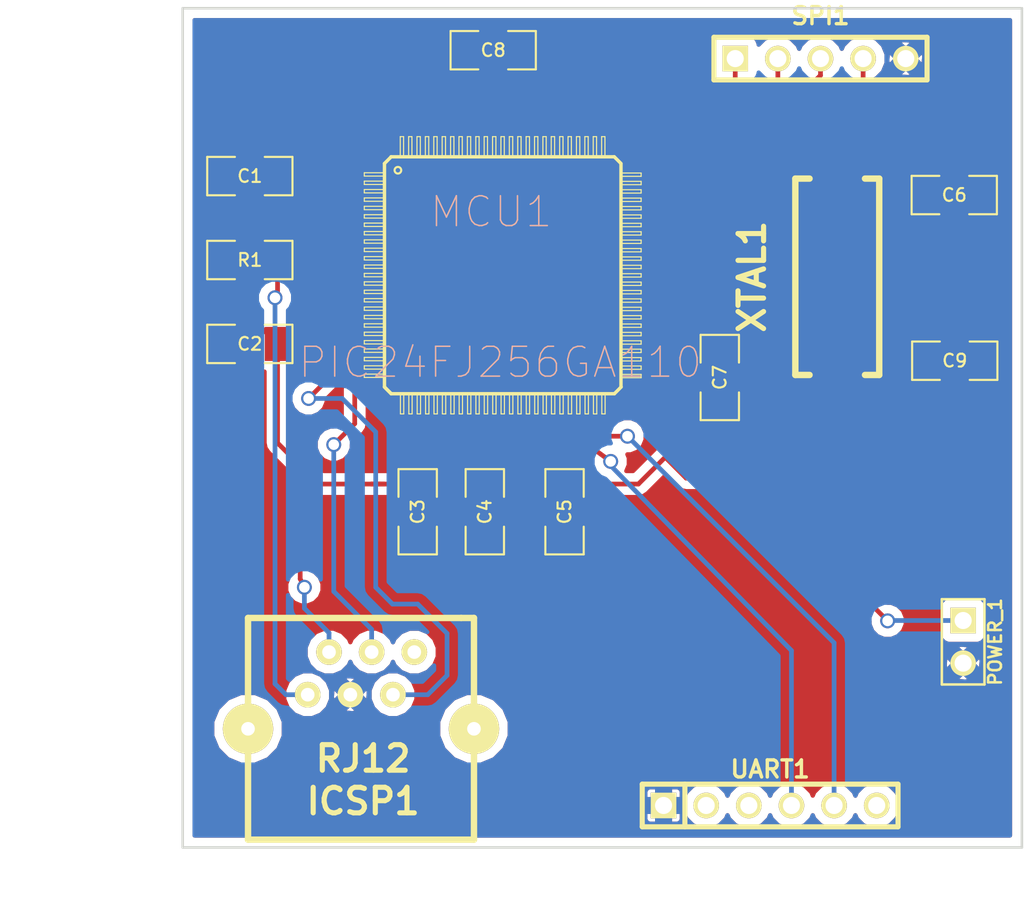
<source format=kicad_pcb>
(kicad_pcb (version 3) (host pcbnew "(2013-12-18 BZR 4557)-product")

  (general
    (links 48)
    (no_connects 0)
    (area 119.924999 69.924999 170.075001 120.075001)
    (thickness 1.6)
    (drawings 6)
    (tracks 127)
    (zones 0)
    (modules 16)
    (nets 96)
  )

  (page A4)
  (layers
    (15 F.Cu signal)
    (0 B.Cu signal)
    (16 B.Adhes user)
    (17 F.Adhes user)
    (18 B.Paste user)
    (19 F.Paste user)
    (20 B.SilkS user)
    (21 F.SilkS user)
    (22 B.Mask user)
    (23 F.Mask user)
    (24 Dwgs.User user)
    (25 Cmts.User user)
    (26 Eco1.User user)
    (27 Eco2.User user)
    (28 Edge.Cuts user)
  )

  (setup
    (last_trace_width 0.28)
    (trace_clearance 0.2)
    (zone_clearance 0.508)
    (zone_45_only no)
    (trace_min 0.254)
    (segment_width 0.2)
    (edge_width 0.15)
    (via_size 0.889)
    (via_drill 0.635)
    (via_min_size 0.889)
    (via_min_drill 0.508)
    (uvia_size 0.508)
    (uvia_drill 0.127)
    (uvias_allowed no)
    (uvia_min_size 0.508)
    (uvia_min_drill 0.127)
    (pcb_text_width 0.3)
    (pcb_text_size 1.5 1.5)
    (mod_edge_width 0.15)
    (mod_text_size 1.5 1.5)
    (mod_text_width 0.15)
    (pad_size 0.2794 1.4986)
    (pad_drill 0)
    (pad_to_mask_clearance 0.2)
    (aux_axis_origin 0 0)
    (visible_elements FFFFFF7F)
    (pcbplotparams
      (layerselection 405831681)
      (usegerberextensions true)
      (excludeedgelayer true)
      (linewidth 0.150000)
      (plotframeref false)
      (viasonmask false)
      (mode 1)
      (useauxorigin false)
      (hpglpennumber 1)
      (hpglpenspeed 20)
      (hpglpendiameter 15)
      (hpglpenoverlay 2)
      (psnegative false)
      (psa4output false)
      (plotreference true)
      (plotvalue true)
      (plotothertext true)
      (plotinvisibletext false)
      (padsonsilk false)
      (subtractmaskfromsilk false)
      (outputformat 1)
      (mirror false)
      (drillshape 0)
      (scaleselection 1)
      (outputdirectory output/))
  )

  (net 0 "")
  (net 1 /A)
  (net 2 /OSCI)
  (net 3 /OSCO)
  (net 4 /PGEC)
  (net 5 /PGED)
  (net 6 /PGM)
  (net 7 /UART1_RX)
  (net 8 /UART1_TX)
  (net 9 /nMCLR)
  (net 10 GND)
  (net 11 "Net-(ICSP1-Pad7)")
  (net 12 "Net-(ICSP1-Pad8)")
  (net 13 "Net-(MCU1-Pad1)")
  (net 14 "Net-(MCU1-Pad10)")
  (net 15 "Net-(MCU1-Pad100)")
  (net 16 "Net-(MCU1-Pad11)")
  (net 17 "Net-(MCU1-Pad12)")
  (net 18 "Net-(MCU1-Pad14)")
  (net 19 "Net-(MCU1-Pad17)")
  (net 20 "Net-(MCU1-Pad18)")
  (net 21 "Net-(MCU1-Pad19)")
  (net 22 "Net-(MCU1-Pad20)")
  (net 23 "Net-(MCU1-Pad21)")
  (net 24 "Net-(MCU1-Pad22)")
  (net 25 "Net-(MCU1-Pad23)")
  (net 26 "Net-(MCU1-Pad26)")
  (net 27 "Net-(MCU1-Pad27)")
  (net 28 "Net-(MCU1-Pad28)")
  (net 29 "Net-(MCU1-Pad29)")
  (net 30 "Net-(MCU1-Pad3)")
  (net 31 "Net-(MCU1-Pad30)")
  (net 32 "Net-(MCU1-Pad33)")
  (net 33 "Net-(MCU1-Pad34)")
  (net 34 "Net-(MCU1-Pad35)")
  (net 35 "Net-(MCU1-Pad38)")
  (net 36 "Net-(MCU1-Pad39)")
  (net 37 "Net-(MCU1-Pad4)")
  (net 38 "Net-(MCU1-Pad40)")
  (net 39 "Net-(MCU1-Pad41)")
  (net 40 "Net-(MCU1-Pad42)")
  (net 41 "Net-(MCU1-Pad43)")
  (net 42 "Net-(MCU1-Pad44)")
  (net 43 "Net-(MCU1-Pad47)")
  (net 44 "Net-(MCU1-Pad48)")
  (net 45 "Net-(MCU1-Pad5)")
  (net 46 "Net-(MCU1-Pad51)")
  (net 47 "Net-(MCU1-Pad52)")
  (net 48 "Net-(MCU1-Pad53)")
  (net 49 "Net-(MCU1-Pad54)")
  (net 50 "Net-(MCU1-Pad55)")
  (net 51 "Net-(MCU1-Pad56)")
  (net 52 "Net-(MCU1-Pad57)")
  (net 53 "Net-(MCU1-Pad58)")
  (net 54 "Net-(MCU1-Pad59)")
  (net 55 "Net-(MCU1-Pad6)")
  (net 56 "Net-(MCU1-Pad60)")
  (net 57 "Net-(MCU1-Pad61)")
  (net 58 "Net-(MCU1-Pad66)")
  (net 59 "Net-(MCU1-Pad67)")
  (net 60 "Net-(MCU1-Pad68)")
  (net 61 "Net-(MCU1-Pad69)")
  (net 62 "Net-(MCU1-Pad7)")
  (net 63 "Net-(MCU1-Pad70)")
  (net 64 "Net-(MCU1-Pad71)")
  (net 65 "Net-(MCU1-Pad72)")
  (net 66 "Net-(MCU1-Pad73)")
  (net 67 "Net-(MCU1-Pad74)")
  (net 68 "Net-(MCU1-Pad76)")
  (net 69 "Net-(MCU1-Pad77)")
  (net 70 "Net-(MCU1-Pad78)")
  (net 71 "Net-(MCU1-Pad79)")
  (net 72 "Net-(MCU1-Pad8)")
  (net 73 "Net-(MCU1-Pad80)")
  (net 74 "Net-(MCU1-Pad81)")
  (net 75 "Net-(MCU1-Pad82)")
  (net 76 "Net-(MCU1-Pad83)")
  (net 77 "Net-(MCU1-Pad84)")
  (net 78 "Net-(MCU1-Pad87)")
  (net 79 "Net-(MCU1-Pad88)")
  (net 80 "Net-(MCU1-Pad89)")
  (net 81 "Net-(MCU1-Pad9)")
  (net 82 "Net-(MCU1-Pad90)")
  (net 83 "Net-(MCU1-Pad91)")
  (net 84 "Net-(MCU1-Pad92)")
  (net 85 "Net-(MCU1-Pad93)")
  (net 86 "Net-(MCU1-Pad94)")
  (net 87 "Net-(MCU1-Pad95)")
  (net 88 "Net-(MCU1-Pad96)")
  (net 89 "Net-(MCU1-Pad97)")
  (net 90 "Net-(MCU1-Pad98)")
  (net 91 "Net-(MCU1-Pad99)")
  (net 92 "Net-(UART1-Pad2)")
  (net 93 "Net-(UART1-Pad3)")
  (net 94 "Net-(UART1-Pad6)")
  (net 95 VDD)

  (net_class Default "This is the default net class."
    (clearance 0.2)
    (trace_width 0.28)
    (via_dia 0.889)
    (via_drill 0.635)
    (uvia_dia 0.508)
    (uvia_drill 0.127)
    (add_net "")
    (add_net /A)
    (add_net /OSCI)
    (add_net /OSCO)
    (add_net /PGEC)
    (add_net /PGED)
    (add_net /PGM)
    (add_net /UART1_RX)
    (add_net /UART1_TX)
    (add_net /nMCLR)
    (add_net GND)
    (add_net "Net-(ICSP1-Pad7)")
    (add_net "Net-(ICSP1-Pad8)")
    (add_net "Net-(MCU1-Pad1)")
    (add_net "Net-(MCU1-Pad10)")
    (add_net "Net-(MCU1-Pad100)")
    (add_net "Net-(MCU1-Pad11)")
    (add_net "Net-(MCU1-Pad12)")
    (add_net "Net-(MCU1-Pad14)")
    (add_net "Net-(MCU1-Pad17)")
    (add_net "Net-(MCU1-Pad18)")
    (add_net "Net-(MCU1-Pad19)")
    (add_net "Net-(MCU1-Pad20)")
    (add_net "Net-(MCU1-Pad21)")
    (add_net "Net-(MCU1-Pad22)")
    (add_net "Net-(MCU1-Pad23)")
    (add_net "Net-(MCU1-Pad26)")
    (add_net "Net-(MCU1-Pad27)")
    (add_net "Net-(MCU1-Pad28)")
    (add_net "Net-(MCU1-Pad29)")
    (add_net "Net-(MCU1-Pad3)")
    (add_net "Net-(MCU1-Pad30)")
    (add_net "Net-(MCU1-Pad33)")
    (add_net "Net-(MCU1-Pad34)")
    (add_net "Net-(MCU1-Pad35)")
    (add_net "Net-(MCU1-Pad38)")
    (add_net "Net-(MCU1-Pad39)")
    (add_net "Net-(MCU1-Pad4)")
    (add_net "Net-(MCU1-Pad40)")
    (add_net "Net-(MCU1-Pad41)")
    (add_net "Net-(MCU1-Pad42)")
    (add_net "Net-(MCU1-Pad43)")
    (add_net "Net-(MCU1-Pad44)")
    (add_net "Net-(MCU1-Pad47)")
    (add_net "Net-(MCU1-Pad48)")
    (add_net "Net-(MCU1-Pad5)")
    (add_net "Net-(MCU1-Pad51)")
    (add_net "Net-(MCU1-Pad52)")
    (add_net "Net-(MCU1-Pad53)")
    (add_net "Net-(MCU1-Pad54)")
    (add_net "Net-(MCU1-Pad55)")
    (add_net "Net-(MCU1-Pad56)")
    (add_net "Net-(MCU1-Pad57)")
    (add_net "Net-(MCU1-Pad58)")
    (add_net "Net-(MCU1-Pad59)")
    (add_net "Net-(MCU1-Pad6)")
    (add_net "Net-(MCU1-Pad60)")
    (add_net "Net-(MCU1-Pad61)")
    (add_net "Net-(MCU1-Pad66)")
    (add_net "Net-(MCU1-Pad67)")
    (add_net "Net-(MCU1-Pad68)")
    (add_net "Net-(MCU1-Pad69)")
    (add_net "Net-(MCU1-Pad7)")
    (add_net "Net-(MCU1-Pad70)")
    (add_net "Net-(MCU1-Pad71)")
    (add_net "Net-(MCU1-Pad72)")
    (add_net "Net-(MCU1-Pad73)")
    (add_net "Net-(MCU1-Pad74)")
    (add_net "Net-(MCU1-Pad76)")
    (add_net "Net-(MCU1-Pad77)")
    (add_net "Net-(MCU1-Pad78)")
    (add_net "Net-(MCU1-Pad79)")
    (add_net "Net-(MCU1-Pad8)")
    (add_net "Net-(MCU1-Pad80)")
    (add_net "Net-(MCU1-Pad81)")
    (add_net "Net-(MCU1-Pad82)")
    (add_net "Net-(MCU1-Pad83)")
    (add_net "Net-(MCU1-Pad84)")
    (add_net "Net-(MCU1-Pad87)")
    (add_net "Net-(MCU1-Pad88)")
    (add_net "Net-(MCU1-Pad89)")
    (add_net "Net-(MCU1-Pad9)")
    (add_net "Net-(MCU1-Pad90)")
    (add_net "Net-(MCU1-Pad91)")
    (add_net "Net-(MCU1-Pad92)")
    (add_net "Net-(MCU1-Pad93)")
    (add_net "Net-(MCU1-Pad94)")
    (add_net "Net-(MCU1-Pad95)")
    (add_net "Net-(MCU1-Pad96)")
    (add_net "Net-(MCU1-Pad97)")
    (add_net "Net-(MCU1-Pad98)")
    (add_net "Net-(MCU1-Pad99)")
    (add_net "Net-(UART1-Pad2)")
    (add_net "Net-(UART1-Pad3)")
    (add_net "Net-(UART1-Pad6)")
    (add_net VDD)
  )

  (module SMD_Packages:SM1206 (layer F.Cu) (tedit 52B30F7A) (tstamp 52B3123C)
    (at 124 80 180)
    (path /52B21B00)
    (attr smd)
    (fp_text reference C1 (at 0 0 180) (layer F.SilkS)
      (effects (font (size 0.762 0.762) (thickness 0.127)))
    )
    (fp_text value 0.1uF (at 0 0 180) (layer F.SilkS) hide
      (effects (font (size 0.762 0.762) (thickness 0.127)))
    )
    (fp_line (start -2.54 -1.143) (end -2.54 1.143) (layer F.SilkS) (width 0.127))
    (fp_line (start -2.54 1.143) (end -0.889 1.143) (layer F.SilkS) (width 0.127))
    (fp_line (start 0.889 -1.143) (end 2.54 -1.143) (layer F.SilkS) (width 0.127))
    (fp_line (start 2.54 -1.143) (end 2.54 1.143) (layer F.SilkS) (width 0.127))
    (fp_line (start 2.54 1.143) (end 0.889 1.143) (layer F.SilkS) (width 0.127))
    (fp_line (start -0.889 -1.143) (end -2.54 -1.143) (layer F.SilkS) (width 0.127))
    (pad 1 smd rect (at -1.651 0 180) (size 1.524 2.032) (layers F.Cu F.Paste F.Mask)
      (net 95 VDD))
    (pad 2 smd rect (at 1.651 0 180) (size 1.524 2.032) (layers F.Cu F.Paste F.Mask)
      (net 10 GND))
    (model smd/chip_cms.wrl
      (at (xyz 0 0 0))
      (scale (xyz 0.17 0.16 0.16))
      (rotate (xyz 0 0 0))
    )
  )

  (module SMD_Packages:SM1206 (layer F.Cu) (tedit 52B30F7A) (tstamp 52B30FF4)
    (at 124 90 180)
    (path /52B21B1E)
    (attr smd)
    (fp_text reference C2 (at 0 0 180) (layer F.SilkS)
      (effects (font (size 0.762 0.762) (thickness 0.127)))
    )
    (fp_text value 0.1uF (at 0 0 180) (layer F.SilkS) hide
      (effects (font (size 0.762 0.762) (thickness 0.127)))
    )
    (fp_line (start -2.54 -1.143) (end -2.54 1.143) (layer F.SilkS) (width 0.127))
    (fp_line (start -2.54 1.143) (end -0.889 1.143) (layer F.SilkS) (width 0.127))
    (fp_line (start 0.889 -1.143) (end 2.54 -1.143) (layer F.SilkS) (width 0.127))
    (fp_line (start 2.54 -1.143) (end 2.54 1.143) (layer F.SilkS) (width 0.127))
    (fp_line (start 2.54 1.143) (end 0.889 1.143) (layer F.SilkS) (width 0.127))
    (fp_line (start -0.889 -1.143) (end -2.54 -1.143) (layer F.SilkS) (width 0.127))
    (pad 1 smd rect (at -1.651 0 180) (size 1.524 2.032) (layers F.Cu F.Paste F.Mask)
      (net 95 VDD))
    (pad 2 smd rect (at 1.651 0 180) (size 1.524 2.032) (layers F.Cu F.Paste F.Mask)
      (net 10 GND))
    (model smd/chip_cms.wrl
      (at (xyz 0 0 0))
      (scale (xyz 0.17 0.16 0.16))
      (rotate (xyz 0 0 0))
    )
  )

  (module SMD_Packages:SM1206 (layer F.Cu) (tedit 52B30F7A) (tstamp 52B31249)
    (at 134 100 270)
    (path /52B21923)
    (attr smd)
    (fp_text reference C3 (at 0 0 270) (layer F.SilkS)
      (effects (font (size 0.762 0.762) (thickness 0.127)))
    )
    (fp_text value 0.1uF (at 0 0 270) (layer F.SilkS) hide
      (effects (font (size 0.762 0.762) (thickness 0.127)))
    )
    (fp_line (start -2.54 -1.143) (end -2.54 1.143) (layer F.SilkS) (width 0.127))
    (fp_line (start -2.54 1.143) (end -0.889 1.143) (layer F.SilkS) (width 0.127))
    (fp_line (start 0.889 -1.143) (end 2.54 -1.143) (layer F.SilkS) (width 0.127))
    (fp_line (start 2.54 -1.143) (end 2.54 1.143) (layer F.SilkS) (width 0.127))
    (fp_line (start 2.54 1.143) (end 0.889 1.143) (layer F.SilkS) (width 0.127))
    (fp_line (start -0.889 -1.143) (end -2.54 -1.143) (layer F.SilkS) (width 0.127))
    (pad 1 smd rect (at -1.651 0 270) (size 1.524 2.032) (layers F.Cu F.Paste F.Mask)
      (net 95 VDD))
    (pad 2 smd rect (at 1.651 0 270) (size 1.524 2.032) (layers F.Cu F.Paste F.Mask)
      (net 10 GND))
    (model smd/chip_cms.wrl
      (at (xyz 0 0 0))
      (scale (xyz 0.17 0.16 0.16))
      (rotate (xyz 0 0 0))
    )
  )

  (module SMD_Packages:SM1206 (layer F.Cu) (tedit 52B30F7A) (tstamp 52B3100C)
    (at 138 100 270)
    (path /52B216A1)
    (attr smd)
    (fp_text reference C4 (at 0 0 270) (layer F.SilkS)
      (effects (font (size 0.762 0.762) (thickness 0.127)))
    )
    (fp_text value 0.1uF (at 0 0 270) (layer F.SilkS) hide
      (effects (font (size 0.762 0.762) (thickness 0.127)))
    )
    (fp_line (start -2.54 -1.143) (end -2.54 1.143) (layer F.SilkS) (width 0.127))
    (fp_line (start -2.54 1.143) (end -0.889 1.143) (layer F.SilkS) (width 0.127))
    (fp_line (start 0.889 -1.143) (end 2.54 -1.143) (layer F.SilkS) (width 0.127))
    (fp_line (start 2.54 -1.143) (end 2.54 1.143) (layer F.SilkS) (width 0.127))
    (fp_line (start 2.54 1.143) (end 0.889 1.143) (layer F.SilkS) (width 0.127))
    (fp_line (start -0.889 -1.143) (end -2.54 -1.143) (layer F.SilkS) (width 0.127))
    (pad 1 smd rect (at -1.651 0 270) (size 1.524 2.032) (layers F.Cu F.Paste F.Mask)
      (net 95 VDD))
    (pad 2 smd rect (at 1.651 0 270) (size 1.524 2.032) (layers F.Cu F.Paste F.Mask)
      (net 10 GND))
    (model smd/chip_cms.wrl
      (at (xyz 0 0 0))
      (scale (xyz 0.17 0.16 0.16))
      (rotate (xyz 0 0 0))
    )
  )

  (module SMD_Packages:SM1206 (layer F.Cu) (tedit 52B30F7A) (tstamp 52B31018)
    (at 142.75 100 270)
    (path /52B2187E)
    (attr smd)
    (fp_text reference C5 (at 0 0 270) (layer F.SilkS)
      (effects (font (size 0.762 0.762) (thickness 0.127)))
    )
    (fp_text value 0.1uF (at 0 0 270) (layer F.SilkS) hide
      (effects (font (size 0.762 0.762) (thickness 0.127)))
    )
    (fp_line (start -2.54 -1.143) (end -2.54 1.143) (layer F.SilkS) (width 0.127))
    (fp_line (start -2.54 1.143) (end -0.889 1.143) (layer F.SilkS) (width 0.127))
    (fp_line (start 0.889 -1.143) (end 2.54 -1.143) (layer F.SilkS) (width 0.127))
    (fp_line (start 2.54 -1.143) (end 2.54 1.143) (layer F.SilkS) (width 0.127))
    (fp_line (start 2.54 1.143) (end 0.889 1.143) (layer F.SilkS) (width 0.127))
    (fp_line (start -0.889 -1.143) (end -2.54 -1.143) (layer F.SilkS) (width 0.127))
    (pad 1 smd rect (at -1.651 0 270) (size 1.524 2.032) (layers F.Cu F.Paste F.Mask)
      (net 95 VDD))
    (pad 2 smd rect (at 1.651 0 270) (size 1.524 2.032) (layers F.Cu F.Paste F.Mask)
      (net 10 GND))
    (model smd/chip_cms.wrl
      (at (xyz 0 0 0))
      (scale (xyz 0.17 0.16 0.16))
      (rotate (xyz 0 0 0))
    )
  )

  (module SMD_Packages:SM1206 (layer F.Cu) (tedit 52B30F7A) (tstamp 52B31024)
    (at 165.97 81.13)
    (path /52B22831)
    (attr smd)
    (fp_text reference C6 (at 0 0) (layer F.SilkS)
      (effects (font (size 0.762 0.762) (thickness 0.127)))
    )
    (fp_text value 22pF (at 0 0) (layer F.SilkS) hide
      (effects (font (size 0.762 0.762) (thickness 0.127)))
    )
    (fp_line (start -2.54 -1.143) (end -2.54 1.143) (layer F.SilkS) (width 0.127))
    (fp_line (start -2.54 1.143) (end -0.889 1.143) (layer F.SilkS) (width 0.127))
    (fp_line (start 0.889 -1.143) (end 2.54 -1.143) (layer F.SilkS) (width 0.127))
    (fp_line (start 2.54 -1.143) (end 2.54 1.143) (layer F.SilkS) (width 0.127))
    (fp_line (start 2.54 1.143) (end 0.889 1.143) (layer F.SilkS) (width 0.127))
    (fp_line (start -0.889 -1.143) (end -2.54 -1.143) (layer F.SilkS) (width 0.127))
    (pad 1 smd rect (at -1.651 0) (size 1.524 2.032) (layers F.Cu F.Paste F.Mask)
      (net 3 /OSCO))
    (pad 2 smd rect (at 1.651 0) (size 1.524 2.032) (layers F.Cu F.Paste F.Mask)
      (net 10 GND))
    (model smd/chip_cms.wrl
      (at (xyz 0 0 0))
      (scale (xyz 0.17 0.16 0.16))
      (rotate (xyz 0 0 0))
    )
  )

  (module SMD_Packages:SM1206 (layer F.Cu) (tedit 52B31002) (tstamp 52B31030)
    (at 152 92 270)
    (path /52B1EF68)
    (attr smd)
    (fp_text reference C7 (at 0 0 270) (layer F.SilkS)
      (effects (font (size 0.762 0.762) (thickness 0.127)))
    )
    (fp_text value 0.1uF (at 0 0 270) (layer F.SilkS) hide
      (effects (font (size 0.762 0.762) (thickness 0.127)))
    )
    (fp_line (start -2.54 -1.143) (end -2.54 1.143) (layer F.SilkS) (width 0.127))
    (fp_line (start -2.54 1.143) (end -0.889 1.143) (layer F.SilkS) (width 0.127))
    (fp_line (start 0.889 -1.143) (end 2.54 -1.143) (layer F.SilkS) (width 0.127))
    (fp_line (start 2.54 -1.143) (end 2.54 1.143) (layer F.SilkS) (width 0.127))
    (fp_line (start 2.54 1.143) (end 0.889 1.143) (layer F.SilkS) (width 0.127))
    (fp_line (start -0.889 -1.143) (end -2.54 -1.143) (layer F.SilkS) (width 0.127))
    (pad 1 smd rect (at -1.651 0 270) (size 1.524 2.032) (layers F.Cu F.Paste F.Mask)
      (net 95 VDD))
    (pad 2 smd rect (at 1.651 0 270) (size 1.524 2.032) (layers F.Cu F.Paste F.Mask)
      (net 10 GND))
    (model smd/chip_cms.wrl
      (at (xyz 0 0 0))
      (scale (xyz 0.17 0.16 0.16))
      (rotate (xyz 0 0 0))
    )
  )

  (module SMD_Packages:SM1206 (layer F.Cu) (tedit 52B30F7A) (tstamp 52B35E13)
    (at 138.5 72.5 180)
    (path /52B208BB)
    (attr smd)
    (fp_text reference C8 (at 0 0 180) (layer F.SilkS)
      (effects (font (size 0.762 0.762) (thickness 0.127)))
    )
    (fp_text value 10uF (at 0 0 180) (layer F.SilkS) hide
      (effects (font (size 0.762 0.762) (thickness 0.127)))
    )
    (fp_line (start -2.54 -1.143) (end -2.54 1.143) (layer F.SilkS) (width 0.127))
    (fp_line (start -2.54 1.143) (end -0.889 1.143) (layer F.SilkS) (width 0.127))
    (fp_line (start 0.889 -1.143) (end 2.54 -1.143) (layer F.SilkS) (width 0.127))
    (fp_line (start 2.54 -1.143) (end 2.54 1.143) (layer F.SilkS) (width 0.127))
    (fp_line (start 2.54 1.143) (end 0.889 1.143) (layer F.SilkS) (width 0.127))
    (fp_line (start -0.889 -1.143) (end -2.54 -1.143) (layer F.SilkS) (width 0.127))
    (pad 1 smd rect (at -1.651 0 180) (size 1.524 2.032) (layers F.Cu F.Paste F.Mask)
      (net 1 /A))
    (pad 2 smd rect (at 1.651 0 180) (size 1.524 2.032) (layers F.Cu F.Paste F.Mask)
      (net 10 GND))
    (model smd/chip_cms.wrl
      (at (xyz 0 0 0))
      (scale (xyz 0.17 0.16 0.16))
      (rotate (xyz 0 0 0))
    )
  )

  (module SMD_Packages:SM1206 (layer F.Cu) (tedit 52B30F7A) (tstamp 52B31048)
    (at 166 91)
    (path /52B22A8A)
    (attr smd)
    (fp_text reference C9 (at 0 0) (layer F.SilkS)
      (effects (font (size 0.762 0.762) (thickness 0.127)))
    )
    (fp_text value 22pF (at 0 0) (layer F.SilkS) hide
      (effects (font (size 0.762 0.762) (thickness 0.127)))
    )
    (fp_line (start -2.54 -1.143) (end -2.54 1.143) (layer F.SilkS) (width 0.127))
    (fp_line (start -2.54 1.143) (end -0.889 1.143) (layer F.SilkS) (width 0.127))
    (fp_line (start 0.889 -1.143) (end 2.54 -1.143) (layer F.SilkS) (width 0.127))
    (fp_line (start 2.54 -1.143) (end 2.54 1.143) (layer F.SilkS) (width 0.127))
    (fp_line (start 2.54 1.143) (end 0.889 1.143) (layer F.SilkS) (width 0.127))
    (fp_line (start -0.889 -1.143) (end -2.54 -1.143) (layer F.SilkS) (width 0.127))
    (pad 1 smd rect (at -1.651 0) (size 1.524 2.032) (layers F.Cu F.Paste F.Mask)
      (net 2 /OSCI))
    (pad 2 smd rect (at 1.651 0) (size 1.524 2.032) (layers F.Cu F.Paste F.Mask)
      (net 10 GND))
    (model smd/chip_cms.wrl
      (at (xyz 0 0 0))
      (scale (xyz 0.17 0.16 0.16))
      (rotate (xyz 0 0 0))
    )
  )

  (module Connect:RJ12_E (layer F.Cu) (tedit 52B30F7F) (tstamp 52B35E37)
    (at 130.75 117.25)
    (path /52B209A9)
    (fp_text reference ICSP1 (at 0 0) (layer F.SilkS)
      (effects (font (thickness 0.3048)))
    )
    (fp_text value RJ12 (at 0 -2.54) (layer F.SilkS)
      (effects (font (thickness 0.3048)))
    )
    (fp_line (start -6.858 -10.922) (end -6.858 2.286) (layer F.SilkS) (width 0.381))
    (fp_line (start 6.604 -10.922) (end 6.604 2.286) (layer F.SilkS) (width 0.381))
    (fp_line (start -6.858 2.286) (end 6.604 2.286) (layer F.SilkS) (width 0.381))
    (fp_line (start 5.842 -10.922) (end 6.604 -10.922) (layer F.SilkS) (width 0.381))
    (fp_line (start -6.858 -10.922) (end 5.842 -10.922) (layer F.SilkS) (width 0.381))
    (pad 4 thru_hole circle (at 0.508 -8.89) (size 1.524 1.524) (drill 0.8128) (layers *.Cu *.Mask F.SilkS)
      (net 5 /PGED))
    (pad 2 thru_hole circle (at -2.032 -8.89) (size 1.524 1.524) (drill 0.8128) (layers *.Cu *.Mask F.SilkS)
      (net 95 VDD))
    (pad 6 thru_hole circle (at 3.048 -8.89) (size 1.524 1.524) (drill 0.8128) (layers *.Cu *.Mask F.SilkS)
      (net 6 /PGM))
    (pad 1 thru_hole circle (at -3.302 -6.35) (size 1.524 1.524) (drill 0.8128) (layers *.Cu *.Mask F.SilkS)
      (net 9 /nMCLR))
    (pad 3 thru_hole circle (at -0.762 -6.35) (size 1.524 1.524) (drill 0.8128) (layers *.Cu *.Mask F.SilkS)
      (net 10 GND))
    (pad 5 thru_hole circle (at 1.778 -6.35) (size 1.524 1.524) (drill 0.8128) (layers *.Cu *.Mask F.SilkS)
      (net 4 /PGEC))
    (pad 8 thru_hole circle (at 6.604 -4.318) (size 2.99974 2.99974) (drill 0.8128) (layers *.Cu *.Mask F.SilkS)
      (net 12 "Net-(ICSP1-Pad8)"))
    (pad 7 thru_hole circle (at -6.858 -4.318) (size 2.99974 2.99974) (drill 0.8128) (layers *.Cu *.Mask F.SilkS)
      (net 11 "Net-(ICSP1-Pad7)"))
  )

  (module Pin_Arrays:PIN_ARRAY_2X1 (layer F.Cu) (tedit 52B30F7B) (tstamp 52B31063)
    (at 166.5 107.75 270)
    (descr "Connecteurs 2 pins")
    (tags "CONN DEV")
    (path /52B1EDDF)
    (fp_text reference POWER_1 (at 0 -1.905 270) (layer F.SilkS)
      (effects (font (size 0.762 0.762) (thickness 0.1524)))
    )
    (fp_text value CONN_2 (at 0 -1.905 270) (layer F.SilkS) hide
      (effects (font (size 0.762 0.762) (thickness 0.1524)))
    )
    (fp_line (start -2.54 1.27) (end -2.54 -1.27) (layer F.SilkS) (width 0.1524))
    (fp_line (start -2.54 -1.27) (end 2.54 -1.27) (layer F.SilkS) (width 0.1524))
    (fp_line (start 2.54 -1.27) (end 2.54 1.27) (layer F.SilkS) (width 0.1524))
    (fp_line (start 2.54 1.27) (end -2.54 1.27) (layer F.SilkS) (width 0.1524))
    (pad 1 thru_hole rect (at -1.27 0 270) (size 1.524 1.524) (drill 1.016) (layers *.Cu *.Mask F.SilkS)
      (net 95 VDD))
    (pad 2 thru_hole circle (at 1.27 0 270) (size 1.524 1.524) (drill 1.016) (layers *.Cu *.Mask F.SilkS)
      (net 10 GND))
    (model pin_array/pins_array_2x1.wrl
      (at (xyz 0 0 0))
      (scale (xyz 1 1 1))
      (rotate (xyz 0 0 0))
    )
  )

  (module SMD_Packages:SM1206 (layer F.Cu) (tedit 52B30F7A) (tstamp 52B3106F)
    (at 124 85)
    (path /52B1FE7A)
    (attr smd)
    (fp_text reference R1 (at 0 0) (layer F.SilkS)
      (effects (font (size 0.762 0.762) (thickness 0.127)))
    )
    (fp_text value 10k (at 0 0) (layer F.SilkS) hide
      (effects (font (size 0.762 0.762) (thickness 0.127)))
    )
    (fp_line (start -2.54 -1.143) (end -2.54 1.143) (layer F.SilkS) (width 0.127))
    (fp_line (start -2.54 1.143) (end -0.889 1.143) (layer F.SilkS) (width 0.127))
    (fp_line (start 0.889 -1.143) (end 2.54 -1.143) (layer F.SilkS) (width 0.127))
    (fp_line (start 2.54 -1.143) (end 2.54 1.143) (layer F.SilkS) (width 0.127))
    (fp_line (start 2.54 1.143) (end 0.889 1.143) (layer F.SilkS) (width 0.127))
    (fp_line (start -0.889 -1.143) (end -2.54 -1.143) (layer F.SilkS) (width 0.127))
    (pad 1 smd rect (at -1.651 0) (size 1.524 2.032) (layers F.Cu F.Paste F.Mask)
      (net 95 VDD))
    (pad 2 smd rect (at 1.651 0) (size 1.524 2.032) (layers F.Cu F.Paste F.Mask)
      (net 9 /nMCLR))
    (model smd/chip_cms.wrl
      (at (xyz 0 0 0))
      (scale (xyz 0.17 0.16 0.16))
      (rotate (xyz 0 0 0))
    )
  )

  (module Pin_Arrays:PIN_ARRAY-6X1 (layer F.Cu) (tedit 52B30F7B) (tstamp 52B3107E)
    (at 155 117.5)
    (descr "Connecteur 6 pins")
    (tags "CONN DEV")
    (path /52B23716)
    (fp_text reference UART1 (at 0 -2.159) (layer F.SilkS)
      (effects (font (size 1.016 1.016) (thickness 0.2032)))
    )
    (fp_text value CONN_6 (at 0 2.159) (layer F.SilkS) hide
      (effects (font (size 1.016 0.889) (thickness 0.2032)))
    )
    (fp_line (start -7.62 1.27) (end -7.62 -1.27) (layer F.SilkS) (width 0.3048))
    (fp_line (start -7.62 -1.27) (end 7.62 -1.27) (layer F.SilkS) (width 0.3048))
    (fp_line (start 7.62 -1.27) (end 7.62 1.27) (layer F.SilkS) (width 0.3048))
    (fp_line (start 7.62 1.27) (end -7.62 1.27) (layer F.SilkS) (width 0.3048))
    (fp_line (start -5.08 1.27) (end -5.08 -1.27) (layer F.SilkS) (width 0.3048))
    (pad 1 thru_hole rect (at -6.35 0) (size 1.524 1.524) (drill 1.016) (layers *.Cu *.Mask F.SilkS)
      (net 10 GND))
    (pad 2 thru_hole circle (at -3.81 0) (size 1.524 1.524) (drill 1.016) (layers *.Cu *.Mask F.SilkS)
      (net 92 "Net-(UART1-Pad2)"))
    (pad 3 thru_hole circle (at -1.27 0) (size 1.524 1.524) (drill 1.016) (layers *.Cu *.Mask F.SilkS)
      (net 93 "Net-(UART1-Pad3)"))
    (pad 4 thru_hole circle (at 1.27 0) (size 1.524 1.524) (drill 1.016) (layers *.Cu *.Mask F.SilkS)
      (net 7 /UART1_RX))
    (pad 5 thru_hole circle (at 3.81 0) (size 1.524 1.524) (drill 1.016) (layers *.Cu *.Mask F.SilkS)
      (net 8 /UART1_TX))
    (pad 6 thru_hole circle (at 6.35 0) (size 1.524 1.524) (drill 1.016) (layers *.Cu *.Mask F.SilkS)
      (net 94 "Net-(UART1-Pad6)"))
    (model pin_array/pins_array_6x1.wrl
      (at (xyz 0 0 0))
      (scale (xyz 1 1 1))
      (rotate (xyz 0 0 0))
    )
  )

  (module Crystals:Crystal_HC49-SD_SMD_RevA_09Aug2010 (layer F.Cu) (tedit 52B30F7D) (tstamp 52B3108D)
    (at 159 86 90)
    (descr "Crystal, Quarz, HC49-SD, SMD,")
    (tags "Crystal, Quarz, HC49-SD, SMD,")
    (path /52B226BA)
    (attr smd)
    (fp_text reference XTAL1 (at 0 -5.08 90) (layer F.SilkS)
      (effects (font (thickness 0.3048)))
    )
    (fp_text value OSC-XTAL-8M (at 2.54 5.08 90) (layer F.SilkS) hide
      (effects (font (thickness 0.3048)))
    )
    (fp_circle (center 0 0) (end 0.8509 0) (layer F.Adhes) (width 0.381))
    (fp_circle (center 0 0) (end 0.50038 0) (layer F.Adhes) (width 0.381))
    (fp_circle (center 0 0) (end 0.14986 0.0508) (layer F.Adhes) (width 0.381))
    (fp_line (start -5.84962 2.49936) (end 5.84962 2.49936) (layer F.SilkS) (width 0.381))
    (fp_line (start 5.84962 -2.49936) (end -5.84962 -2.49936) (layer F.SilkS) (width 0.381))
    (fp_line (start 5.84962 2.49936) (end 5.84962 1.651) (layer F.SilkS) (width 0.381))
    (fp_line (start 5.84962 -2.49936) (end 5.84962 -1.651) (layer F.SilkS) (width 0.381))
    (fp_line (start -5.84962 2.49936) (end -5.84962 1.651) (layer F.SilkS) (width 0.381))
    (fp_line (start -5.84962 -2.49936) (end -5.84962 -1.651) (layer F.SilkS) (width 0.381))
    (pad 1 smd rect (at -4.84886 0 90) (size 5.6007 2.10058) (layers F.Cu F.Paste F.Mask)
      (net 2 /OSCI))
    (pad 2 smd rect (at 4.84886 0 90) (size 5.6007 2.10058) (layers F.Cu F.Paste F.Mask)
      (net 3 /OSCO))
  )

  (module PIC24FJ256GA110:PIC24FJ256GA110 (layer F.Cu) (tedit 52B34BEF) (tstamp 52B353F3)
    (at 136.82 83.65)
    (descr "THIN QUAD FLAT PACK")
    (tags "THIN QUAD FLAT PACK")
    (path /52B1F781)
    (attr smd)
    (fp_text reference MCU1 (at 1.56 -1.52) (layer B.SilkS)
      (effects (font (size 1.778 1.778) (thickness 0.0889)))
    )
    (fp_text value PIC24FJ256GA110 (at 2.1 7.45) (layer B.SilkS)
      (effects (font (size 1.778 1.778) (thickness 0.0889)))
    )
    (fp_line (start -4.41 -4.79806) (end 8.88928 -4.79806) (layer F.SilkS) (width 0.2032))
    (fp_line (start -3.65986 -5.99948) (end -3.65986 -4.79806) (layer F.SilkS) (width 0.06604))
    (fp_line (start -3.65986 -4.79806) (end -3.85798 -4.79806) (layer F.SilkS) (width 0.06604))
    (fp_line (start -3.85798 -5.99948) (end -3.85798 -4.79806) (layer F.SilkS) (width 0.06604))
    (fp_line (start -3.65986 -5.99948) (end -3.85798 -5.99948) (layer F.SilkS) (width 0.06604))
    (fp_line (start -3.16202 -5.99948) (end -3.16202 -4.79806) (layer F.SilkS) (width 0.06604))
    (fp_line (start -3.16202 -4.79806) (end -3.36014 -4.79806) (layer F.SilkS) (width 0.06604))
    (fp_line (start -3.36014 -5.99948) (end -3.36014 -4.79806) (layer F.SilkS) (width 0.06604))
    (fp_line (start -3.16202 -5.99948) (end -3.36014 -5.99948) (layer F.SilkS) (width 0.06604))
    (fp_line (start -2.66164 -5.99948) (end -2.66164 -4.79806) (layer F.SilkS) (width 0.06604))
    (fp_line (start -2.66164 -4.79806) (end -2.8623 -4.79806) (layer F.SilkS) (width 0.06604))
    (fp_line (start -2.8623 -5.99948) (end -2.8623 -4.79806) (layer F.SilkS) (width 0.06604))
    (fp_line (start -2.66164 -5.99948) (end -2.8623 -5.99948) (layer F.SilkS) (width 0.06604))
    (fp_line (start -2.16126 -5.99948) (end -2.16126 -4.79806) (layer F.SilkS) (width 0.06604))
    (fp_line (start -2.16126 -4.79806) (end -2.36192 -4.79806) (layer F.SilkS) (width 0.06604))
    (fp_line (start -2.36192 -5.99948) (end -2.36192 -4.79806) (layer F.SilkS) (width 0.06604))
    (fp_line (start -2.16126 -5.99948) (end -2.36192 -5.99948) (layer F.SilkS) (width 0.06604))
    (fp_line (start -1.66088 -5.99948) (end -1.66088 -4.79806) (layer F.SilkS) (width 0.06604))
    (fp_line (start -1.66088 -4.79806) (end -1.86154 -4.79806) (layer F.SilkS) (width 0.06604))
    (fp_line (start -1.86154 -5.99948) (end -1.86154 -4.79806) (layer F.SilkS) (width 0.06604))
    (fp_line (start -1.66088 -5.99948) (end -1.86154 -5.99948) (layer F.SilkS) (width 0.06604))
    (fp_line (start -1.1605 -5.99948) (end -1.1605 -4.79806) (layer F.SilkS) (width 0.06604))
    (fp_line (start -1.1605 -4.79806) (end -1.36116 -4.79806) (layer F.SilkS) (width 0.06604))
    (fp_line (start -1.36116 -5.99948) (end -1.36116 -4.79806) (layer F.SilkS) (width 0.06604))
    (fp_line (start -1.1605 -5.99948) (end -1.36116 -5.99948) (layer F.SilkS) (width 0.06604))
    (fp_line (start -0.66012 -5.99948) (end -0.66012 -4.79806) (layer F.SilkS) (width 0.06604))
    (fp_line (start -0.66012 -4.79806) (end -0.86078 -4.79806) (layer F.SilkS) (width 0.06604))
    (fp_line (start -0.86078 -5.99948) (end -0.86078 -4.79806) (layer F.SilkS) (width 0.06604))
    (fp_line (start -0.66012 -5.99948) (end -0.86078 -5.99948) (layer F.SilkS) (width 0.06604))
    (fp_line (start -0.16228 -5.99948) (end -0.16228 -4.79806) (layer F.SilkS) (width 0.06604))
    (fp_line (start -0.16228 -4.79806) (end -0.3604 -4.79806) (layer F.SilkS) (width 0.06604))
    (fp_line (start -0.3604 -5.99948) (end -0.3604 -4.79806) (layer F.SilkS) (width 0.06604))
    (fp_line (start -0.16228 -5.99948) (end -0.3604 -5.99948) (layer F.SilkS) (width 0.06604))
    (fp_line (start 0.3381 -5.99948) (end 0.3381 -4.79806) (layer F.SilkS) (width 0.06604))
    (fp_line (start 0.3381 -4.79806) (end 0.13998 -4.79806) (layer F.SilkS) (width 0.06604))
    (fp_line (start 0.13998 -5.99948) (end 0.13998 -4.79806) (layer F.SilkS) (width 0.06604))
    (fp_line (start 0.3381 -5.99948) (end 0.13998 -5.99948) (layer F.SilkS) (width 0.06604))
    (fp_line (start 0.6419 -5.99948) (end 0.84002 -5.99948) (layer F.SilkS) (width 0.06604))
    (fp_line (start 0.84002 -5.99948) (end 0.84002 -4.79806) (layer F.SilkS) (width 0.06604))
    (fp_line (start 0.6419 -4.79806) (end 0.84002 -4.79806) (layer F.SilkS) (width 0.06604))
    (fp_line (start 0.6419 -5.99948) (end 0.6419 -4.79806) (layer F.SilkS) (width 0.06604))
    (fp_line (start 1.14228 -5.99948) (end 1.3404 -5.99948) (layer F.SilkS) (width 0.06604))
    (fp_line (start 1.3404 -5.99948) (end 1.3404 -4.79806) (layer F.SilkS) (width 0.06604))
    (fp_line (start 1.14228 -4.79806) (end 1.3404 -4.79806) (layer F.SilkS) (width 0.06604))
    (fp_line (start 1.14228 -5.99948) (end 1.14228 -4.79806) (layer F.SilkS) (width 0.06604))
    (fp_line (start 1.64012 -5.99948) (end 1.84078 -5.99948) (layer F.SilkS) (width 0.06604))
    (fp_line (start 1.84078 -5.99948) (end 1.84078 -4.79806) (layer F.SilkS) (width 0.06604))
    (fp_line (start 1.64012 -4.79806) (end 1.84078 -4.79806) (layer F.SilkS) (width 0.06604))
    (fp_line (start 1.64012 -5.99948) (end 1.64012 -4.79806) (layer F.SilkS) (width 0.06604))
    (fp_line (start 2.1405 -5.99948) (end 2.34116 -5.99948) (layer F.SilkS) (width 0.06604))
    (fp_line (start 2.34116 -5.99948) (end 2.34116 -4.79806) (layer F.SilkS) (width 0.06604))
    (fp_line (start 2.1405 -4.79806) (end 2.34116 -4.79806) (layer F.SilkS) (width 0.06604))
    (fp_line (start 2.1405 -5.99948) (end 2.1405 -4.79806) (layer F.SilkS) (width 0.06604))
    (fp_line (start 2.64088 -5.99948) (end 2.84154 -5.99948) (layer F.SilkS) (width 0.06604))
    (fp_line (start 2.84154 -5.99948) (end 2.84154 -4.79806) (layer F.SilkS) (width 0.06604))
    (fp_line (start 2.64088 -4.79806) (end 2.84154 -4.79806) (layer F.SilkS) (width 0.06604))
    (fp_line (start 2.64088 -5.99948) (end 2.64088 -4.79806) (layer F.SilkS) (width 0.06604))
    (fp_line (start 3.14126 -5.99948) (end 3.34192 -5.99948) (layer F.SilkS) (width 0.06604))
    (fp_line (start 3.34192 -5.99948) (end 3.34192 -4.79806) (layer F.SilkS) (width 0.06604))
    (fp_line (start 3.14126 -4.79806) (end 3.34192 -4.79806) (layer F.SilkS) (width 0.06604))
    (fp_line (start 3.14126 -5.99948) (end 3.14126 -4.79806) (layer F.SilkS) (width 0.06604))
    (fp_line (start 3.64164 -5.99948) (end 3.8423 -5.99948) (layer F.SilkS) (width 0.06604))
    (fp_line (start 3.8423 -5.99948) (end 3.8423 -4.79806) (layer F.SilkS) (width 0.06604))
    (fp_line (start 3.64164 -4.79806) (end 3.8423 -4.79806) (layer F.SilkS) (width 0.06604))
    (fp_line (start 3.64164 -5.99948) (end 3.64164 -4.79806) (layer F.SilkS) (width 0.06604))
    (fp_line (start 4.14202 -5.99948) (end 4.34014 -5.99948) (layer F.SilkS) (width 0.06604))
    (fp_line (start 4.34014 -5.99948) (end 4.34014 -4.79806) (layer F.SilkS) (width 0.06604))
    (fp_line (start 4.14202 -4.79806) (end 4.34014 -4.79806) (layer F.SilkS) (width 0.06604))
    (fp_line (start 4.14202 -5.99948) (end 4.14202 -4.79806) (layer F.SilkS) (width 0.06604))
    (fp_line (start 4.63986 -5.99948) (end 4.83798 -5.99948) (layer F.SilkS) (width 0.06604))
    (fp_line (start 4.83798 -5.99948) (end 4.83798 -4.79806) (layer F.SilkS) (width 0.06604))
    (fp_line (start 4.63986 -4.79806) (end 4.83798 -4.79806) (layer F.SilkS) (width 0.06604))
    (fp_line (start 4.63986 -5.99948) (end 4.63986 -4.79806) (layer F.SilkS) (width 0.06604))
    (fp_line (start 5.1377 -5.99948) (end 5.33836 -5.99948) (layer F.SilkS) (width 0.06604))
    (fp_line (start 5.33836 -5.99948) (end 5.33836 -4.79806) (layer F.SilkS) (width 0.06604))
    (fp_line (start 5.1377 -4.79806) (end 5.33836 -4.79806) (layer F.SilkS) (width 0.06604))
    (fp_line (start 5.1377 -5.99948) (end 5.1377 -4.79806) (layer F.SilkS) (width 0.06604))
    (fp_line (start 5.63808 -5.99948) (end 5.83874 -5.99948) (layer F.SilkS) (width 0.06604))
    (fp_line (start 5.83874 -5.99948) (end 5.83874 -4.79806) (layer F.SilkS) (width 0.06604))
    (fp_line (start 5.63808 -4.79806) (end 5.83874 -4.79806) (layer F.SilkS) (width 0.06604))
    (fp_line (start 5.63808 -5.99948) (end 5.63808 -4.79806) (layer F.SilkS) (width 0.06604))
    (fp_line (start 6.13846 -5.99948) (end 6.33912 -5.99948) (layer F.SilkS) (width 0.06604))
    (fp_line (start 6.33912 -5.99948) (end 6.33912 -4.79806) (layer F.SilkS) (width 0.06604))
    (fp_line (start 6.13846 -4.79806) (end 6.33912 -4.79806) (layer F.SilkS) (width 0.06604))
    (fp_line (start 6.13846 -5.99948) (end 6.13846 -4.79806) (layer F.SilkS) (width 0.06604))
    (fp_line (start 6.63884 -5.99948) (end 6.8395 -5.99948) (layer F.SilkS) (width 0.06604))
    (fp_line (start 6.8395 -5.99948) (end 6.8395 -4.79806) (layer F.SilkS) (width 0.06604))
    (fp_line (start 6.63884 -4.79806) (end 6.8395 -4.79806) (layer F.SilkS) (width 0.06604))
    (fp_line (start 6.63884 -5.99948) (end 6.63884 -4.79806) (layer F.SilkS) (width 0.06604))
    (fp_line (start 7.13922 -5.99948) (end 7.33988 -5.99948) (layer F.SilkS) (width 0.06604))
    (fp_line (start 7.33988 -5.99948) (end 7.33988 -4.79806) (layer F.SilkS) (width 0.06604))
    (fp_line (start 7.13922 -4.79806) (end 7.33988 -4.79806) (layer F.SilkS) (width 0.06604))
    (fp_line (start 7.13922 -5.99948) (end 7.13922 -4.79806) (layer F.SilkS) (width 0.06604))
    (fp_line (start 7.6396 -5.99948) (end 7.83772 -5.99948) (layer F.SilkS) (width 0.06604))
    (fp_line (start 7.83772 -5.99948) (end 7.83772 -4.79806) (layer F.SilkS) (width 0.06604))
    (fp_line (start 7.6396 -4.79806) (end 7.83772 -4.79806) (layer F.SilkS) (width 0.06604))
    (fp_line (start 7.6396 -5.99948) (end 7.6396 -4.79806) (layer F.SilkS) (width 0.06604))
    (fp_line (start 8.13998 -5.99948) (end 8.3381 -5.99948) (layer F.SilkS) (width 0.06604))
    (fp_line (start 8.3381 -5.99948) (end 8.3381 -4.79806) (layer F.SilkS) (width 0.06604))
    (fp_line (start 8.13998 -4.79806) (end 8.3381 -4.79806) (layer F.SilkS) (width 0.06604))
    (fp_line (start 8.13998 -5.99948) (end 8.13998 -4.79806) (layer F.SilkS) (width 0.06604))
    (fp_line (start 9.29072 -4.40194) (end 8.89194 -4.80072) (layer F.SilkS) (width 0.2032))
    (fp_line (start 10.49448 8.16498) (end 9.29306 8.16498) (layer F.SilkS) (width 0.06604))
    (fp_line (start 9.29306 8.16498) (end 9.29306 8.3631) (layer F.SilkS) (width 0.06604))
    (fp_line (start 10.49448 8.3631) (end 9.29306 8.3631) (layer F.SilkS) (width 0.06604))
    (fp_line (start 10.49448 8.16498) (end 10.49448 8.3631) (layer F.SilkS) (width 0.06604))
    (fp_line (start 10.49448 7.6646) (end 9.29306 7.6646) (layer F.SilkS) (width 0.06604))
    (fp_line (start 9.29306 7.6646) (end 9.29306 7.86272) (layer F.SilkS) (width 0.06604))
    (fp_line (start 10.49448 7.86272) (end 9.29306 7.86272) (layer F.SilkS) (width 0.06604))
    (fp_line (start 10.49448 7.6646) (end 10.49448 7.86272) (layer F.SilkS) (width 0.06604))
    (fp_line (start 10.49448 7.16422) (end 9.29306 7.16422) (layer F.SilkS) (width 0.06604))
    (fp_line (start 9.29306 7.16422) (end 9.29306 7.36488) (layer F.SilkS) (width 0.06604))
    (fp_line (start 10.49448 7.36488) (end 9.29306 7.36488) (layer F.SilkS) (width 0.06604))
    (fp_line (start 10.49448 7.16422) (end 10.49448 7.36488) (layer F.SilkS) (width 0.06604))
    (fp_line (start 10.49448 6.66384) (end 9.29306 6.66384) (layer F.SilkS) (width 0.06604))
    (fp_line (start 9.29306 6.66384) (end 9.29306 6.8645) (layer F.SilkS) (width 0.06604))
    (fp_line (start 10.49448 6.8645) (end 9.29306 6.8645) (layer F.SilkS) (width 0.06604))
    (fp_line (start 10.49448 6.66384) (end 10.49448 6.8645) (layer F.SilkS) (width 0.06604))
    (fp_line (start 10.49448 6.16346) (end 9.29306 6.16346) (layer F.SilkS) (width 0.06604))
    (fp_line (start 9.29306 6.16346) (end 9.29306 6.36412) (layer F.SilkS) (width 0.06604))
    (fp_line (start 10.49448 6.36412) (end 9.29306 6.36412) (layer F.SilkS) (width 0.06604))
    (fp_line (start 10.49448 6.16346) (end 10.49448 6.36412) (layer F.SilkS) (width 0.06604))
    (fp_line (start 10.49448 5.66308) (end 9.29306 5.66308) (layer F.SilkS) (width 0.06604))
    (fp_line (start 9.29306 5.66308) (end 9.29306 5.86374) (layer F.SilkS) (width 0.06604))
    (fp_line (start 10.49448 5.86374) (end 9.29306 5.86374) (layer F.SilkS) (width 0.06604))
    (fp_line (start 10.49448 5.66308) (end 10.49448 5.86374) (layer F.SilkS) (width 0.06604))
    (fp_line (start 10.49448 5.1627) (end 9.29306 5.1627) (layer F.SilkS) (width 0.06604))
    (fp_line (start 9.29306 5.1627) (end 9.29306 5.36336) (layer F.SilkS) (width 0.06604))
    (fp_line (start 10.49448 5.36336) (end 9.29306 5.36336) (layer F.SilkS) (width 0.06604))
    (fp_line (start 10.49448 5.1627) (end 10.49448 5.36336) (layer F.SilkS) (width 0.06604))
    (fp_line (start 10.49448 4.66486) (end 9.29306 4.66486) (layer F.SilkS) (width 0.06604))
    (fp_line (start 9.29306 4.66486) (end 9.29306 4.86298) (layer F.SilkS) (width 0.06604))
    (fp_line (start 10.49448 4.86298) (end 9.29306 4.86298) (layer F.SilkS) (width 0.06604))
    (fp_line (start 10.49448 4.66486) (end 10.49448 4.86298) (layer F.SilkS) (width 0.06604))
    (fp_line (start 10.49448 4.16702) (end 9.29306 4.16702) (layer F.SilkS) (width 0.06604))
    (fp_line (start 9.29306 4.16702) (end 9.29306 4.36514) (layer F.SilkS) (width 0.06604))
    (fp_line (start 10.49448 4.36514) (end 9.29306 4.36514) (layer F.SilkS) (width 0.06604))
    (fp_line (start 10.49448 4.16702) (end 10.49448 4.36514) (layer F.SilkS) (width 0.06604))
    (fp_line (start 10.49448 3.66664) (end 9.29306 3.66664) (layer F.SilkS) (width 0.06604))
    (fp_line (start 9.29306 3.66664) (end 9.29306 3.8673) (layer F.SilkS) (width 0.06604))
    (fp_line (start 10.49448 3.8673) (end 9.29306 3.8673) (layer F.SilkS) (width 0.06604))
    (fp_line (start 10.49448 3.66664) (end 10.49448 3.8673) (layer F.SilkS) (width 0.06604))
    (fp_line (start 10.49448 3.16626) (end 9.29306 3.16626) (layer F.SilkS) (width 0.06604))
    (fp_line (start 9.29306 3.16626) (end 9.29306 3.36692) (layer F.SilkS) (width 0.06604))
    (fp_line (start 10.49448 3.36692) (end 9.29306 3.36692) (layer F.SilkS) (width 0.06604))
    (fp_line (start 10.49448 3.16626) (end 10.49448 3.36692) (layer F.SilkS) (width 0.06604))
    (fp_line (start 10.49448 2.66588) (end 9.29306 2.66588) (layer F.SilkS) (width 0.06604))
    (fp_line (start 9.29306 2.66588) (end 9.29306 2.86654) (layer F.SilkS) (width 0.06604))
    (fp_line (start 10.49448 2.86654) (end 9.29306 2.86654) (layer F.SilkS) (width 0.06604))
    (fp_line (start 10.49448 2.66588) (end 10.49448 2.86654) (layer F.SilkS) (width 0.06604))
    (fp_line (start 10.49448 2.1655) (end 9.29306 2.1655) (layer F.SilkS) (width 0.06604))
    (fp_line (start 9.29306 2.1655) (end 9.29306 2.36616) (layer F.SilkS) (width 0.06604))
    (fp_line (start 10.49448 2.36616) (end 9.29306 2.36616) (layer F.SilkS) (width 0.06604))
    (fp_line (start 10.49448 2.1655) (end 10.49448 2.36616) (layer F.SilkS) (width 0.06604))
    (fp_line (start 10.49448 1.66512) (end 9.29306 1.66512) (layer F.SilkS) (width 0.06604))
    (fp_line (start 9.29306 1.66512) (end 9.29306 1.86578) (layer F.SilkS) (width 0.06604))
    (fp_line (start 10.49448 1.86578) (end 9.29306 1.86578) (layer F.SilkS) (width 0.06604))
    (fp_line (start 10.49448 1.66512) (end 10.49448 1.86578) (layer F.SilkS) (width 0.06604))
    (fp_line (start 10.49448 1.16728) (end 9.29306 1.16728) (layer F.SilkS) (width 0.06604))
    (fp_line (start 9.29306 1.16728) (end 9.29306 1.3654) (layer F.SilkS) (width 0.06604))
    (fp_line (start 10.49448 1.3654) (end 9.29306 1.3654) (layer F.SilkS) (width 0.06604))
    (fp_line (start 10.49448 1.16728) (end 10.49448 1.3654) (layer F.SilkS) (width 0.06604))
    (fp_line (start 10.49448 0.6669) (end 9.29306 0.6669) (layer F.SilkS) (width 0.06604))
    (fp_line (start 9.29306 0.6669) (end 9.29306 0.86502) (layer F.SilkS) (width 0.06604))
    (fp_line (start 10.49448 0.86502) (end 9.29306 0.86502) (layer F.SilkS) (width 0.06604))
    (fp_line (start 10.49448 0.6669) (end 10.49448 0.86502) (layer F.SilkS) (width 0.06604))
    (fp_line (start 10.49448 0.3631) (end 10.49448 0.16498) (layer F.SilkS) (width 0.06604))
    (fp_line (start 10.49448 0.16498) (end 9.29306 0.16498) (layer F.SilkS) (width 0.06604))
    (fp_line (start 9.29306 0.3631) (end 9.29306 0.16498) (layer F.SilkS) (width 0.06604))
    (fp_line (start 10.49448 0.3631) (end 9.29306 0.3631) (layer F.SilkS) (width 0.06604))
    (fp_line (start 10.49448 -0.13728) (end 10.49448 -0.3354) (layer F.SilkS) (width 0.06604))
    (fp_line (start 10.49448 -0.3354) (end 9.29306 -0.3354) (layer F.SilkS) (width 0.06604))
    (fp_line (start 9.29306 -0.13728) (end 9.29306 -0.3354) (layer F.SilkS) (width 0.06604))
    (fp_line (start 10.49448 -0.13728) (end 9.29306 -0.13728) (layer F.SilkS) (width 0.06604))
    (fp_line (start 10.49448 -0.63512) (end 10.49448 -0.83578) (layer F.SilkS) (width 0.06604))
    (fp_line (start 10.49448 -0.83578) (end 9.29306 -0.83578) (layer F.SilkS) (width 0.06604))
    (fp_line (start 9.29306 -0.63512) (end 9.29306 -0.83578) (layer F.SilkS) (width 0.06604))
    (fp_line (start 10.49448 -0.63512) (end 9.29306 -0.63512) (layer F.SilkS) (width 0.06604))
    (fp_line (start 10.49448 -1.1355) (end 10.49448 -1.33616) (layer F.SilkS) (width 0.06604))
    (fp_line (start 10.49448 -1.33616) (end 9.29306 -1.33616) (layer F.SilkS) (width 0.06604))
    (fp_line (start 9.29306 -1.1355) (end 9.29306 -1.33616) (layer F.SilkS) (width 0.06604))
    (fp_line (start 10.49448 -1.1355) (end 9.29306 -1.1355) (layer F.SilkS) (width 0.06604))
    (fp_line (start 10.49448 -1.63588) (end 10.49448 -1.83654) (layer F.SilkS) (width 0.06604))
    (fp_line (start 10.49448 -1.83654) (end 9.29306 -1.83654) (layer F.SilkS) (width 0.06604))
    (fp_line (start 9.29306 -1.63588) (end 9.29306 -1.83654) (layer F.SilkS) (width 0.06604))
    (fp_line (start 10.49448 -1.63588) (end 9.29306 -1.63588) (layer F.SilkS) (width 0.06604))
    (fp_line (start 10.49448 -2.13626) (end 10.49448 -2.33692) (layer F.SilkS) (width 0.06604))
    (fp_line (start 10.49448 -2.33692) (end 9.29306 -2.33692) (layer F.SilkS) (width 0.06604))
    (fp_line (start 9.29306 -2.13626) (end 9.29306 -2.33692) (layer F.SilkS) (width 0.06604))
    (fp_line (start 10.49448 -2.13626) (end 9.29306 -2.13626) (layer F.SilkS) (width 0.06604))
    (fp_line (start 10.49448 -2.63664) (end 10.49448 -2.8373) (layer F.SilkS) (width 0.06604))
    (fp_line (start 10.49448 -2.8373) (end 9.29306 -2.8373) (layer F.SilkS) (width 0.06604))
    (fp_line (start 9.29306 -2.63664) (end 9.29306 -2.8373) (layer F.SilkS) (width 0.06604))
    (fp_line (start 10.49448 -2.63664) (end 9.29306 -2.63664) (layer F.SilkS) (width 0.06604))
    (fp_line (start 10.49448 -3.13702) (end 10.49448 -3.33514) (layer F.SilkS) (width 0.06604))
    (fp_line (start 10.49448 -3.33514) (end 9.29306 -3.33514) (layer F.SilkS) (width 0.06604))
    (fp_line (start 9.29306 -3.13702) (end 9.29306 -3.33514) (layer F.SilkS) (width 0.06604))
    (fp_line (start 10.49448 -3.13702) (end 9.29306 -3.13702) (layer F.SilkS) (width 0.06604))
    (fp_line (start 10.49448 -3.63486) (end 10.49448 -3.83298) (layer F.SilkS) (width 0.06604))
    (fp_line (start 10.49448 -3.83298) (end 9.29306 -3.83298) (layer F.SilkS) (width 0.06604))
    (fp_line (start 9.29306 -3.63486) (end 9.29306 -3.83298) (layer F.SilkS) (width 0.06604))
    (fp_line (start 10.49448 -3.63486) (end 9.29306 -3.63486) (layer F.SilkS) (width 0.06604))
    (fp_line (start 9.30306 8.91428) (end 8.90428 9.31306) (layer F.SilkS) (width 0.2032))
    (fp_line (start 9.29306 -4.385) (end 9.29306 8.91428) (layer F.SilkS) (width 0.2032))
    (fp_line (start 8.9 9.31806) (end -4.39928 9.31806) (layer F.SilkS) (width 0.2032))
    (fp_line (start -4.39928 9.31806) (end -4.79806 8.91928) (layer F.SilkS) (width 0.2032))
    (fp_line (start 8.14986 10.51948) (end 8.14986 9.31806) (layer F.SilkS) (width 0.06604))
    (fp_line (start 8.14986 9.31806) (end 8.34798 9.31806) (layer F.SilkS) (width 0.06604))
    (fp_line (start 8.34798 10.51948) (end 8.34798 9.31806) (layer F.SilkS) (width 0.06604))
    (fp_line (start 8.14986 10.51948) (end 8.34798 10.51948) (layer F.SilkS) (width 0.06604))
    (fp_line (start 7.65202 10.51948) (end 7.65202 9.31806) (layer F.SilkS) (width 0.06604))
    (fp_line (start 7.65202 9.31806) (end 7.85014 9.31806) (layer F.SilkS) (width 0.06604))
    (fp_line (start 7.85014 10.51948) (end 7.85014 9.31806) (layer F.SilkS) (width 0.06604))
    (fp_line (start 7.65202 10.51948) (end 7.85014 10.51948) (layer F.SilkS) (width 0.06604))
    (fp_line (start 7.15164 10.51948) (end 7.15164 9.31806) (layer F.SilkS) (width 0.06604))
    (fp_line (start 7.15164 9.31806) (end 7.3523 9.31806) (layer F.SilkS) (width 0.06604))
    (fp_line (start 7.3523 10.51948) (end 7.3523 9.31806) (layer F.SilkS) (width 0.06604))
    (fp_line (start 7.15164 10.51948) (end 7.3523 10.51948) (layer F.SilkS) (width 0.06604))
    (fp_line (start 6.65126 10.51948) (end 6.65126 9.31806) (layer F.SilkS) (width 0.06604))
    (fp_line (start 6.65126 9.31806) (end 6.85192 9.31806) (layer F.SilkS) (width 0.06604))
    (fp_line (start 6.85192 10.51948) (end 6.85192 9.31806) (layer F.SilkS) (width 0.06604))
    (fp_line (start 6.65126 10.51948) (end 6.85192 10.51948) (layer F.SilkS) (width 0.06604))
    (fp_line (start 6.15088 10.51948) (end 6.15088 9.31806) (layer F.SilkS) (width 0.06604))
    (fp_line (start 6.15088 9.31806) (end 6.35154 9.31806) (layer F.SilkS) (width 0.06604))
    (fp_line (start 6.35154 10.51948) (end 6.35154 9.31806) (layer F.SilkS) (width 0.06604))
    (fp_line (start 6.15088 10.51948) (end 6.35154 10.51948) (layer F.SilkS) (width 0.06604))
    (fp_line (start 5.6505 10.51948) (end 5.6505 9.31806) (layer F.SilkS) (width 0.06604))
    (fp_line (start 5.6505 9.31806) (end 5.85116 9.31806) (layer F.SilkS) (width 0.06604))
    (fp_line (start 5.85116 10.51948) (end 5.85116 9.31806) (layer F.SilkS) (width 0.06604))
    (fp_line (start 5.6505 10.51948) (end 5.85116 10.51948) (layer F.SilkS) (width 0.06604))
    (fp_line (start 5.15012 10.51948) (end 5.15012 9.31806) (layer F.SilkS) (width 0.06604))
    (fp_line (start 5.15012 9.31806) (end 5.35078 9.31806) (layer F.SilkS) (width 0.06604))
    (fp_line (start 5.35078 10.51948) (end 5.35078 9.31806) (layer F.SilkS) (width 0.06604))
    (fp_line (start 5.15012 10.51948) (end 5.35078 10.51948) (layer F.SilkS) (width 0.06604))
    (fp_line (start 4.65228 10.51948) (end 4.65228 9.31806) (layer F.SilkS) (width 0.06604))
    (fp_line (start 4.65228 9.31806) (end 4.8504 9.31806) (layer F.SilkS) (width 0.06604))
    (fp_line (start 4.8504 10.51948) (end 4.8504 9.31806) (layer F.SilkS) (width 0.06604))
    (fp_line (start 4.65228 10.51948) (end 4.8504 10.51948) (layer F.SilkS) (width 0.06604))
    (fp_line (start 4.1519 10.51948) (end 4.1519 9.31806) (layer F.SilkS) (width 0.06604))
    (fp_line (start 4.1519 9.31806) (end 4.35002 9.31806) (layer F.SilkS) (width 0.06604))
    (fp_line (start 4.35002 10.51948) (end 4.35002 9.31806) (layer F.SilkS) (width 0.06604))
    (fp_line (start 4.1519 10.51948) (end 4.35002 10.51948) (layer F.SilkS) (width 0.06604))
    (fp_line (start 3.8481 10.51948) (end 3.64998 10.51948) (layer F.SilkS) (width 0.06604))
    (fp_line (start 3.64998 10.51948) (end 3.64998 9.31806) (layer F.SilkS) (width 0.06604))
    (fp_line (start 3.8481 9.31806) (end 3.64998 9.31806) (layer F.SilkS) (width 0.06604))
    (fp_line (start 3.8481 10.51948) (end 3.8481 9.31806) (layer F.SilkS) (width 0.06604))
    (fp_line (start 3.34772 10.51948) (end 3.1496 10.51948) (layer F.SilkS) (width 0.06604))
    (fp_line (start 3.1496 10.51948) (end 3.1496 9.31806) (layer F.SilkS) (width 0.06604))
    (fp_line (start 3.34772 9.31806) (end 3.1496 9.31806) (layer F.SilkS) (width 0.06604))
    (fp_line (start 3.34772 10.51948) (end 3.34772 9.31806) (layer F.SilkS) (width 0.06604))
    (fp_line (start 2.84988 10.51948) (end 2.64922 10.51948) (layer F.SilkS) (width 0.06604))
    (fp_line (start 2.64922 10.51948) (end 2.64922 9.31806) (layer F.SilkS) (width 0.06604))
    (fp_line (start 2.84988 9.31806) (end 2.64922 9.31806) (layer F.SilkS) (width 0.06604))
    (fp_line (start 2.84988 10.51948) (end 2.84988 9.31806) (layer F.SilkS) (width 0.06604))
    (fp_line (start 2.3495 10.51948) (end 2.14884 10.51948) (layer F.SilkS) (width 0.06604))
    (fp_line (start 2.14884 10.51948) (end 2.14884 9.31806) (layer F.SilkS) (width 0.06604))
    (fp_line (start 2.3495 9.31806) (end 2.14884 9.31806) (layer F.SilkS) (width 0.06604))
    (fp_line (start 2.3495 10.51948) (end 2.3495 9.31806) (layer F.SilkS) (width 0.06604))
    (fp_line (start 1.84912 10.51948) (end 1.64846 10.51948) (layer F.SilkS) (width 0.06604))
    (fp_line (start 1.64846 10.51948) (end 1.64846 9.31806) (layer F.SilkS) (width 0.06604))
    (fp_line (start 1.84912 9.31806) (end 1.64846 9.31806) (layer F.SilkS) (width 0.06604))
    (fp_line (start 1.84912 10.51948) (end 1.84912 9.31806) (layer F.SilkS) (width 0.06604))
    (fp_line (start 1.34874 10.51948) (end 1.14808 10.51948) (layer F.SilkS) (width 0.06604))
    (fp_line (start 1.14808 10.51948) (end 1.14808 9.31806) (layer F.SilkS) (width 0.06604))
    (fp_line (start 1.34874 9.31806) (end 1.14808 9.31806) (layer F.SilkS) (width 0.06604))
    (fp_line (start 1.34874 10.51948) (end 1.34874 9.31806) (layer F.SilkS) (width 0.06604))
    (fp_line (start 0.84836 10.51948) (end 0.6477 10.51948) (layer F.SilkS) (width 0.06604))
    (fp_line (start 0.6477 10.51948) (end 0.6477 9.31806) (layer F.SilkS) (width 0.06604))
    (fp_line (start 0.84836 9.31806) (end 0.6477 9.31806) (layer F.SilkS) (width 0.06604))
    (fp_line (start 0.84836 10.51948) (end 0.84836 9.31806) (layer F.SilkS) (width 0.06604))
    (fp_line (start 0.34798 10.51948) (end 0.14986 10.51948) (layer F.SilkS) (width 0.06604))
    (fp_line (start 0.14986 10.51948) (end 0.14986 9.31806) (layer F.SilkS) (width 0.06604))
    (fp_line (start 0.34798 9.31806) (end 0.14986 9.31806) (layer F.SilkS) (width 0.06604))
    (fp_line (start 0.34798 10.51948) (end 0.34798 9.31806) (layer F.SilkS) (width 0.06604))
    (fp_line (start -0.14986 10.51948) (end -0.34798 10.51948) (layer F.SilkS) (width 0.06604))
    (fp_line (start -0.34798 10.51948) (end -0.34798 9.31806) (layer F.SilkS) (width 0.06604))
    (fp_line (start -0.14986 9.31806) (end -0.34798 9.31806) (layer F.SilkS) (width 0.06604))
    (fp_line (start -0.14986 10.51948) (end -0.14986 9.31806) (layer F.SilkS) (width 0.06604))
    (fp_line (start -0.6477 10.51948) (end -0.84836 10.51948) (layer F.SilkS) (width 0.06604))
    (fp_line (start -0.84836 10.51948) (end -0.84836 9.31806) (layer F.SilkS) (width 0.06604))
    (fp_line (start -0.6477 9.31806) (end -0.84836 9.31806) (layer F.SilkS) (width 0.06604))
    (fp_line (start -0.6477 10.51948) (end -0.6477 9.31806) (layer F.SilkS) (width 0.06604))
    (fp_line (start -1.14808 10.51948) (end -1.34874 10.51948) (layer F.SilkS) (width 0.06604))
    (fp_line (start -1.34874 10.51948) (end -1.34874 9.31806) (layer F.SilkS) (width 0.06604))
    (fp_line (start -1.14808 9.31806) (end -1.34874 9.31806) (layer F.SilkS) (width 0.06604))
    (fp_line (start -1.14808 10.51948) (end -1.14808 9.31806) (layer F.SilkS) (width 0.06604))
    (fp_line (start -1.64846 10.51948) (end -1.84912 10.51948) (layer F.SilkS) (width 0.06604))
    (fp_line (start -1.84912 10.51948) (end -1.84912 9.31806) (layer F.SilkS) (width 0.06604))
    (fp_line (start -1.64846 9.31806) (end -1.84912 9.31806) (layer F.SilkS) (width 0.06604))
    (fp_line (start -1.64846 10.51948) (end -1.64846 9.31806) (layer F.SilkS) (width 0.06604))
    (fp_line (start -2.14884 10.51948) (end -2.3495 10.51948) (layer F.SilkS) (width 0.06604))
    (fp_line (start -2.3495 10.51948) (end -2.3495 9.31806) (layer F.SilkS) (width 0.06604))
    (fp_line (start -2.14884 9.31806) (end -2.3495 9.31806) (layer F.SilkS) (width 0.06604))
    (fp_line (start -2.14884 10.51948) (end -2.14884 9.31806) (layer F.SilkS) (width 0.06604))
    (fp_line (start -2.64922 10.51948) (end -2.84988 10.51948) (layer F.SilkS) (width 0.06604))
    (fp_line (start -2.84988 10.51948) (end -2.84988 9.31806) (layer F.SilkS) (width 0.06604))
    (fp_line (start -2.64922 9.31806) (end -2.84988 9.31806) (layer F.SilkS) (width 0.06604))
    (fp_line (start -2.64922 10.51948) (end -2.64922 9.31806) (layer F.SilkS) (width 0.06604))
    (fp_line (start -3.1496 10.51948) (end -3.34772 10.51948) (layer F.SilkS) (width 0.06604))
    (fp_line (start -3.34772 10.51948) (end -3.34772 9.31806) (layer F.SilkS) (width 0.06604))
    (fp_line (start -3.1496 9.31806) (end -3.34772 9.31806) (layer F.SilkS) (width 0.06604))
    (fp_line (start -3.1496 10.51948) (end -3.1496 9.31806) (layer F.SilkS) (width 0.06604))
    (fp_line (start -3.64998 10.51948) (end -3.8481 10.51948) (layer F.SilkS) (width 0.06604))
    (fp_line (start -3.8481 10.51948) (end -3.8481 9.31806) (layer F.SilkS) (width 0.06604))
    (fp_line (start -3.64998 9.31806) (end -3.8481 9.31806) (layer F.SilkS) (width 0.06604))
    (fp_line (start -3.64998 10.51948) (end -3.64998 9.31806) (layer F.SilkS) (width 0.06604))
    (fp_line (start -4.79572 8.91694) (end -4.39694 9.31572) (layer F.SilkS) (width 0.2032))
    (fp_line (start -5.99948 -3.64998) (end -4.79806 -3.64998) (layer F.SilkS) (width 0.06604))
    (fp_line (start -4.79806 -3.64998) (end -4.79806 -3.8481) (layer F.SilkS) (width 0.06604))
    (fp_line (start -5.99948 -3.8481) (end -4.79806 -3.8481) (layer F.SilkS) (width 0.06604))
    (fp_line (start -5.99948 -3.64998) (end -5.99948 -3.8481) (layer F.SilkS) (width 0.06604))
    (fp_line (start -5.99948 -3.1496) (end -4.79806 -3.1496) (layer F.SilkS) (width 0.06604))
    (fp_line (start -4.79806 -3.1496) (end -4.79806 -3.34772) (layer F.SilkS) (width 0.06604))
    (fp_line (start -5.99948 -3.34772) (end -4.79806 -3.34772) (layer F.SilkS) (width 0.06604))
    (fp_line (start -5.99948 -3.1496) (end -5.99948 -3.34772) (layer F.SilkS) (width 0.06604))
    (fp_line (start -5.99948 -2.64922) (end -4.79806 -2.64922) (layer F.SilkS) (width 0.06604))
    (fp_line (start -4.79806 -2.64922) (end -4.79806 -2.84988) (layer F.SilkS) (width 0.06604))
    (fp_line (start -5.99948 -2.84988) (end -4.79806 -2.84988) (layer F.SilkS) (width 0.06604))
    (fp_line (start -5.99948 -2.64922) (end -5.99948 -2.84988) (layer F.SilkS) (width 0.06604))
    (fp_line (start -5.99948 -2.14884) (end -4.79806 -2.14884) (layer F.SilkS) (width 0.06604))
    (fp_line (start -4.79806 -2.14884) (end -4.79806 -2.3495) (layer F.SilkS) (width 0.06604))
    (fp_line (start -5.99948 -2.3495) (end -4.79806 -2.3495) (layer F.SilkS) (width 0.06604))
    (fp_line (start -5.99948 -2.14884) (end -5.99948 -2.3495) (layer F.SilkS) (width 0.06604))
    (fp_line (start -5.99948 -1.64846) (end -4.79806 -1.64846) (layer F.SilkS) (width 0.06604))
    (fp_line (start -4.79806 -1.64846) (end -4.79806 -1.84912) (layer F.SilkS) (width 0.06604))
    (fp_line (start -5.99948 -1.84912) (end -4.79806 -1.84912) (layer F.SilkS) (width 0.06604))
    (fp_line (start -5.99948 -1.64846) (end -5.99948 -1.84912) (layer F.SilkS) (width 0.06604))
    (fp_line (start -5.99948 -1.14808) (end -4.79806 -1.14808) (layer F.SilkS) (width 0.06604))
    (fp_line (start -4.79806 -1.14808) (end -4.79806 -1.34874) (layer F.SilkS) (width 0.06604))
    (fp_line (start -5.99948 -1.34874) (end -4.79806 -1.34874) (layer F.SilkS) (width 0.06604))
    (fp_line (start -5.99948 -1.14808) (end -5.99948 -1.34874) (layer F.SilkS) (width 0.06604))
    (fp_line (start -5.99948 -0.6477) (end -4.79806 -0.6477) (layer F.SilkS) (width 0.06604))
    (fp_line (start -4.79806 -0.6477) (end -4.79806 -0.84836) (layer F.SilkS) (width 0.06604))
    (fp_line (start -5.99948 -0.84836) (end -4.79806 -0.84836) (layer F.SilkS) (width 0.06604))
    (fp_line (start -5.99948 -0.6477) (end -5.99948 -0.84836) (layer F.SilkS) (width 0.06604))
    (fp_line (start -5.99948 -0.14986) (end -4.79806 -0.14986) (layer F.SilkS) (width 0.06604))
    (fp_line (start -4.79806 -0.14986) (end -4.79806 -0.34798) (layer F.SilkS) (width 0.06604))
    (fp_line (start -5.99948 -0.34798) (end -4.79806 -0.34798) (layer F.SilkS) (width 0.06604))
    (fp_line (start -5.99948 -0.14986) (end -5.99948 -0.34798) (layer F.SilkS) (width 0.06604))
    (fp_line (start -5.99948 0.34798) (end -4.79806 0.34798) (layer F.SilkS) (width 0.06604))
    (fp_line (start -4.79806 0.34798) (end -4.79806 0.14986) (layer F.SilkS) (width 0.06604))
    (fp_line (start -5.99948 0.14986) (end -4.79806 0.14986) (layer F.SilkS) (width 0.06604))
    (fp_line (start -5.99948 0.34798) (end -5.99948 0.14986) (layer F.SilkS) (width 0.06604))
    (fp_line (start -5.99948 0.84836) (end -4.79806 0.84836) (layer F.SilkS) (width 0.06604))
    (fp_line (start -4.79806 0.84836) (end -4.79806 0.6477) (layer F.SilkS) (width 0.06604))
    (fp_line (start -5.99948 0.6477) (end -4.79806 0.6477) (layer F.SilkS) (width 0.06604))
    (fp_line (start -5.99948 0.84836) (end -5.99948 0.6477) (layer F.SilkS) (width 0.06604))
    (fp_line (start -5.99948 1.34874) (end -4.79806 1.34874) (layer F.SilkS) (width 0.06604))
    (fp_line (start -4.79806 1.34874) (end -4.79806 1.14808) (layer F.SilkS) (width 0.06604))
    (fp_line (start -5.99948 1.14808) (end -4.79806 1.14808) (layer F.SilkS) (width 0.06604))
    (fp_line (start -5.99948 1.34874) (end -5.99948 1.14808) (layer F.SilkS) (width 0.06604))
    (fp_line (start -5.99948 1.84912) (end -4.79806 1.84912) (layer F.SilkS) (width 0.06604))
    (fp_line (start -4.79806 1.84912) (end -4.79806 1.64846) (layer F.SilkS) (width 0.06604))
    (fp_line (start -5.99948 1.64846) (end -4.79806 1.64846) (layer F.SilkS) (width 0.06604))
    (fp_line (start -5.99948 1.84912) (end -5.99948 1.64846) (layer F.SilkS) (width 0.06604))
    (fp_line (start -5.99948 2.3495) (end -4.79806 2.3495) (layer F.SilkS) (width 0.06604))
    (fp_line (start -4.79806 2.3495) (end -4.79806 2.14884) (layer F.SilkS) (width 0.06604))
    (fp_line (start -5.99948 2.14884) (end -4.79806 2.14884) (layer F.SilkS) (width 0.06604))
    (fp_line (start -5.99948 2.3495) (end -5.99948 2.14884) (layer F.SilkS) (width 0.06604))
    (fp_line (start -5.99948 2.84988) (end -4.79806 2.84988) (layer F.SilkS) (width 0.06604))
    (fp_line (start -4.79806 2.84988) (end -4.79806 2.64922) (layer F.SilkS) (width 0.06604))
    (fp_line (start -5.99948 2.64922) (end -4.79806 2.64922) (layer F.SilkS) (width 0.06604))
    (fp_line (start -5.99948 2.84988) (end -5.99948 2.64922) (layer F.SilkS) (width 0.06604))
    (fp_line (start -5.99948 3.34772) (end -4.79806 3.34772) (layer F.SilkS) (width 0.06604))
    (fp_line (start -4.79806 3.34772) (end -4.79806 3.1496) (layer F.SilkS) (width 0.06604))
    (fp_line (start -5.99948 3.1496) (end -4.79806 3.1496) (layer F.SilkS) (width 0.06604))
    (fp_line (start -5.99948 3.34772) (end -5.99948 3.1496) (layer F.SilkS) (width 0.06604))
    (fp_line (start -5.99948 3.8481) (end -4.79806 3.8481) (layer F.SilkS) (width 0.06604))
    (fp_line (start -4.79806 3.8481) (end -4.79806 3.64998) (layer F.SilkS) (width 0.06604))
    (fp_line (start -5.99948 3.64998) (end -4.79806 3.64998) (layer F.SilkS) (width 0.06604))
    (fp_line (start -5.99948 3.8481) (end -5.99948 3.64998) (layer F.SilkS) (width 0.06604))
    (fp_line (start -5.99948 4.1519) (end -5.99948 4.35002) (layer F.SilkS) (width 0.06604))
    (fp_line (start -5.99948 4.35002) (end -4.79806 4.35002) (layer F.SilkS) (width 0.06604))
    (fp_line (start -4.79806 4.1519) (end -4.79806 4.35002) (layer F.SilkS) (width 0.06604))
    (fp_line (start -5.99948 4.1519) (end -4.79806 4.1519) (layer F.SilkS) (width 0.06604))
    (fp_line (start -5.99948 4.65228) (end -5.99948 4.8504) (layer F.SilkS) (width 0.06604))
    (fp_line (start -5.99948 4.8504) (end -4.79806 4.8504) (layer F.SilkS) (width 0.06604))
    (fp_line (start -4.79806 4.65228) (end -4.79806 4.8504) (layer F.SilkS) (width 0.06604))
    (fp_line (start -5.99948 4.65228) (end -4.79806 4.65228) (layer F.SilkS) (width 0.06604))
    (fp_line (start -5.99948 5.15012) (end -5.99948 5.35078) (layer F.SilkS) (width 0.06604))
    (fp_line (start -5.99948 5.35078) (end -4.79806 5.35078) (layer F.SilkS) (width 0.06604))
    (fp_line (start -4.79806 5.15012) (end -4.79806 5.35078) (layer F.SilkS) (width 0.06604))
    (fp_line (start -5.99948 5.15012) (end -4.79806 5.15012) (layer F.SilkS) (width 0.06604))
    (fp_line (start -5.99948 5.6505) (end -5.99948 5.85116) (layer F.SilkS) (width 0.06604))
    (fp_line (start -5.99948 5.85116) (end -4.79806 5.85116) (layer F.SilkS) (width 0.06604))
    (fp_line (start -4.79806 5.6505) (end -4.79806 5.85116) (layer F.SilkS) (width 0.06604))
    (fp_line (start -5.99948 5.6505) (end -4.79806 5.6505) (layer F.SilkS) (width 0.06604))
    (fp_line (start -5.99948 6.15088) (end -5.99948 6.35154) (layer F.SilkS) (width 0.06604))
    (fp_line (start -5.99948 6.35154) (end -4.79806 6.35154) (layer F.SilkS) (width 0.06604))
    (fp_line (start -4.79806 6.15088) (end -4.79806 6.35154) (layer F.SilkS) (width 0.06604))
    (fp_line (start -5.99948 6.15088) (end -4.79806 6.15088) (layer F.SilkS) (width 0.06604))
    (fp_line (start -5.99948 6.65126) (end -5.99948 6.85192) (layer F.SilkS) (width 0.06604))
    (fp_line (start -5.99948 6.85192) (end -4.79806 6.85192) (layer F.SilkS) (width 0.06604))
    (fp_line (start -4.79806 6.65126) (end -4.79806 6.85192) (layer F.SilkS) (width 0.06604))
    (fp_line (start -5.99948 6.65126) (end -4.79806 6.65126) (layer F.SilkS) (width 0.06604))
    (fp_line (start -5.99948 7.15164) (end -5.99948 7.3523) (layer F.SilkS) (width 0.06604))
    (fp_line (start -5.99948 7.3523) (end -4.79806 7.3523) (layer F.SilkS) (width 0.06604))
    (fp_line (start -4.79806 7.15164) (end -4.79806 7.3523) (layer F.SilkS) (width 0.06604))
    (fp_line (start -5.99948 7.15164) (end -4.79806 7.15164) (layer F.SilkS) (width 0.06604))
    (fp_line (start -5.99948 7.65202) (end -5.99948 7.85014) (layer F.SilkS) (width 0.06604))
    (fp_line (start -5.99948 7.85014) (end -4.79806 7.85014) (layer F.SilkS) (width 0.06604))
    (fp_line (start -4.79806 7.65202) (end -4.79806 7.85014) (layer F.SilkS) (width 0.06604))
    (fp_line (start -5.99948 7.65202) (end -4.79806 7.65202) (layer F.SilkS) (width 0.06604))
    (fp_line (start -5.99948 8.14986) (end -5.99948 8.34798) (layer F.SilkS) (width 0.06604))
    (fp_line (start -5.99948 8.34798) (end -4.79806 8.34798) (layer F.SilkS) (width 0.06604))
    (fp_line (start -4.79806 8.14986) (end -4.79806 8.34798) (layer F.SilkS) (width 0.06604))
    (fp_line (start -5.99948 8.14986) (end -4.79806 8.14986) (layer F.SilkS) (width 0.06604))
    (fp_line (start -4.79806 -4.39928) (end -4.39928 -4.79806) (layer F.SilkS) (width 0.2032))
    (fp_line (start -4.79806 8.9) (end -4.79806 -4.39928) (layer F.SilkS) (width 0.2032))
    (fp_circle (center -3.99796 -3.99796) (end -4.13766 -4.13766) (layer F.SilkS) (width 0.127))
    (pad 100 smd rect (at -3.75892 -5.79882 180) (size 0.2794 1.4986) (layers F.Cu F.Paste F.Mask)
      (net 15 "Net-(MCU1-Pad100)"))
    (pad 99 smd rect (at -3.26108 -5.79882 180) (size 0.2794 1.4986) (layers F.Cu F.Paste F.Mask)
      (net 91 "Net-(MCU1-Pad99)"))
    (pad 98 smd rect (at -2.7607 -5.79882 180) (size 0.2794 1.4986) (layers F.Cu F.Paste F.Mask)
      (net 90 "Net-(MCU1-Pad98)"))
    (pad 97 smd rect (at -2.26032 -5.79882 180) (size 0.2794 1.4986) (layers F.Cu F.Paste F.Mask)
      (net 89 "Net-(MCU1-Pad97)"))
    (pad 96 smd rect (at -1.76248 -5.79882 180) (size 0.2794 1.4986) (layers F.Cu F.Paste F.Mask)
      (net 88 "Net-(MCU1-Pad96)"))
    (pad 95 smd rect (at -1.2621 -5.79882 180) (size 0.2794 1.4986) (layers F.Cu F.Paste F.Mask)
      (net 87 "Net-(MCU1-Pad95)"))
    (pad 94 smd rect (at -0.76172 -5.79882 180) (size 0.2794 1.4986) (layers F.Cu F.Paste F.Mask)
      (net 86 "Net-(MCU1-Pad94)"))
    (pad 93 smd rect (at -0.26134 -5.79882 180) (size 0.2794 1.4986) (layers F.Cu F.Paste F.Mask)
      (net 85 "Net-(MCU1-Pad93)"))
    (pad 92 smd rect (at 0.23904 -5.79882 180) (size 0.2794 1.4986) (layers F.Cu F.Paste F.Mask)
      (net 84 "Net-(MCU1-Pad92)"))
    (pad 91 smd rect (at 0.74096 -5.79882 270) (size 1.4986 0.2794) (layers F.Cu F.Paste F.Mask)
      (net 83 "Net-(MCU1-Pad91)"))
    (pad 90 smd rect (at 1.24134 -5.79882 270) (size 1.4986 0.2794) (layers F.Cu F.Paste F.Mask)
      (net 82 "Net-(MCU1-Pad90)"))
    (pad 89 smd rect (at 1.74172 -5.79882 270) (size 1.4986 0.2794) (layers F.Cu F.Paste F.Mask)
      (net 80 "Net-(MCU1-Pad89)"))
    (pad 88 smd rect (at 2.2421 -5.79882 270) (size 1.4986 0.2794) (layers F.Cu F.Paste F.Mask)
      (net 79 "Net-(MCU1-Pad88)"))
    (pad 87 smd rect (at 2.74248 -5.79882 270) (size 1.4986 0.2794) (layers F.Cu F.Paste F.Mask)
      (net 78 "Net-(MCU1-Pad87)"))
    (pad 86 smd rect (at 3.24032 -5.79882 270) (size 1.4986 0.2794) (layers F.Cu F.Paste F.Mask)
      (net 95 VDD))
    (pad 85 smd rect (at 3.7407 -5.79882 270) (size 1.4986 0.2794) (layers F.Cu F.Paste F.Mask)
      (net 1 /A))
    (pad 84 smd rect (at 4.24108 -5.79882 270) (size 1.4986 0.2794) (layers F.Cu F.Paste F.Mask)
      (net 77 "Net-(MCU1-Pad84)"))
    (pad 83 smd rect (at 4.73892 -5.79882 270) (size 1.4986 0.2794) (layers F.Cu F.Paste F.Mask)
      (net 76 "Net-(MCU1-Pad83)"))
    (pad 82 smd rect (at 5.2393 -5.79882 270) (size 1.4986 0.2794) (layers F.Cu F.Paste F.Mask)
      (net 75 "Net-(MCU1-Pad82)"))
    (pad 81 smd rect (at 5.73968 -5.79882 270) (size 1.4986 0.2794) (layers F.Cu F.Paste F.Mask)
      (net 74 "Net-(MCU1-Pad81)"))
    (pad 80 smd rect (at 6.23752 -5.79882 270) (size 1.4986 0.2794) (layers F.Cu F.Paste F.Mask)
      (net 73 "Net-(MCU1-Pad80)"))
    (pad 79 smd rect (at 6.7379 -5.79882 270) (size 1.4986 0.2794) (layers F.Cu F.Paste F.Mask)
      (net 71 "Net-(MCU1-Pad79)"))
    (pad 78 smd rect (at 7.23828 -5.79882 270) (size 1.4986 0.2794) (layers F.Cu F.Paste F.Mask)
      (net 70 "Net-(MCU1-Pad78)"))
    (pad 77 smd rect (at 7.73866 -5.79882 270) (size 1.4986 0.2794) (layers F.Cu F.Paste F.Mask)
      (net 69 "Net-(MCU1-Pad77)"))
    (pad 76 smd rect (at 8.23904 -5.79882 270) (size 1.4986 0.2794) (layers F.Cu F.Paste F.Mask)
      (net 68 "Net-(MCU1-Pad76)"))
    (pad 51 smd rect (at 10.29382 8.26404 180) (size 1.4986 0.2794) (layers F.Cu F.Paste F.Mask)
      (net 46 "Net-(MCU1-Pad51)"))
    (pad 52 smd rect (at 10.29382 7.76366 180) (size 1.4986 0.2794) (layers F.Cu F.Paste F.Mask)
      (net 47 "Net-(MCU1-Pad52)"))
    (pad 53 smd rect (at 10.29382 7.26328 180) (size 1.4986 0.2794) (layers F.Cu F.Paste F.Mask)
      (net 48 "Net-(MCU1-Pad53)"))
    (pad 54 smd rect (at 10.29382 6.7629 180) (size 1.4986 0.2794) (layers F.Cu F.Paste F.Mask)
      (net 49 "Net-(MCU1-Pad54)"))
    (pad 55 smd rect (at 10.29382 6.26252 180) (size 1.4986 0.2794) (layers F.Cu F.Paste F.Mask)
      (net 50 "Net-(MCU1-Pad55)"))
    (pad 56 smd rect (at 10.29382 5.76468 180) (size 1.4986 0.2794) (layers F.Cu F.Paste F.Mask)
      (net 51 "Net-(MCU1-Pad56)"))
    (pad 57 smd rect (at 10.29382 5.2643 180) (size 1.4986 0.2794) (layers F.Cu F.Paste F.Mask)
      (net 52 "Net-(MCU1-Pad57)"))
    (pad 58 smd rect (at 10.29382 4.76392 180) (size 1.4986 0.2794) (layers F.Cu F.Paste F.Mask)
      (net 53 "Net-(MCU1-Pad58)"))
    (pad 59 smd rect (at 10.29382 4.26608 180) (size 1.4986 0.2794) (layers F.Cu F.Paste F.Mask)
      (net 54 "Net-(MCU1-Pad59)"))
    (pad 60 smd rect (at 10.29382 3.7657 180) (size 1.4986 0.2794) (layers F.Cu F.Paste F.Mask)
      (net 56 "Net-(MCU1-Pad60)"))
    (pad 61 smd rect (at 10.29382 3.26532 180) (size 1.4986 0.2794) (layers F.Cu F.Paste F.Mask)
      (net 57 "Net-(MCU1-Pad61)"))
    (pad 62 smd rect (at 10.29382 2.76748 180) (size 1.4986 0.2794) (layers F.Cu F.Paste F.Mask)
      (net 95 VDD))
    (pad 63 smd rect (at 10.29382 2.2671 180) (size 1.4986 0.2794) (layers F.Cu F.Paste F.Mask)
      (net 2 /OSCI))
    (pad 64 smd rect (at 10.29382 1.76672 180) (size 1.4986 0.2794) (layers F.Cu F.Paste F.Mask)
      (net 3 /OSCO))
    (pad 65 smd rect (at 10.29382 1.26634 180) (size 1.4986 0.2794) (layers F.Cu F.Paste F.Mask)
      (net 10 GND))
    (pad 66 smd rect (at 10.29382 0.76596 180) (size 1.4986 0.2794) (layers F.Cu F.Paste F.Mask)
      (net 58 "Net-(MCU1-Pad66)"))
    (pad 67 smd rect (at 10.29382 0.26404 90) (size 0.2794 1.4986) (layers F.Cu F.Paste F.Mask)
      (net 59 "Net-(MCU1-Pad67)"))
    (pad 68 smd rect (at 10.29382 -0.23634 90) (size 0.2794 1.4986) (layers F.Cu F.Paste F.Mask)
      (net 60 "Net-(MCU1-Pad68)"))
    (pad 69 smd rect (at 10.29382 -0.73672 90) (size 0.2794 1.4986) (layers F.Cu F.Paste F.Mask)
      (net 61 "Net-(MCU1-Pad69)"))
    (pad 70 smd rect (at 10.29382 -1.2371 90) (size 0.2794 1.4986) (layers F.Cu F.Paste F.Mask)
      (net 63 "Net-(MCU1-Pad70)"))
    (pad 71 smd rect (at 10.29382 -1.73748 90) (size 0.2794 1.4986) (layers F.Cu F.Paste F.Mask)
      (net 64 "Net-(MCU1-Pad71)"))
    (pad 72 smd rect (at 10.29382 -2.23532 90) (size 0.2794 1.4986) (layers F.Cu F.Paste F.Mask)
      (net 65 "Net-(MCU1-Pad72)"))
    (pad 73 smd rect (at 10.29382 -2.7357 90) (size 0.2794 1.4986) (layers F.Cu F.Paste F.Mask)
      (net 66 "Net-(MCU1-Pad73)"))
    (pad 74 smd rect (at 10.29382 -3.23608 90) (size 0.2794 1.4986) (layers F.Cu F.Paste F.Mask)
      (net 67 "Net-(MCU1-Pad74)"))
    (pad 75 smd rect (at 10.29382 -3.73392 90) (size 0.2794 1.4986) (layers F.Cu F.Paste F.Mask)
      (net 10 GND))
    (pad 50 smd rect (at 8.24892 10.31882) (size 0.2794 1.4986) (layers F.Cu F.Paste F.Mask)
      (net 8 /UART1_TX))
    (pad 49 smd rect (at 7.75108 10.31882) (size 0.2794 1.4986) (layers F.Cu F.Paste F.Mask)
      (net 7 /UART1_RX))
    (pad 48 smd rect (at 7.2507 10.31882) (size 0.2794 1.4986) (layers F.Cu F.Paste F.Mask)
      (net 44 "Net-(MCU1-Pad48)"))
    (pad 47 smd rect (at 6.75032 10.31882) (size 0.2794 1.4986) (layers F.Cu F.Paste F.Mask)
      (net 43 "Net-(MCU1-Pad47)"))
    (pad 46 smd rect (at 6.25248 10.31882) (size 0.2794 1.4986) (layers F.Cu F.Paste F.Mask)
      (net 95 VDD))
    (pad 45 smd rect (at 5.7521 10.31882) (size 0.2794 1.4986) (layers F.Cu F.Paste F.Mask)
      (net 10 GND))
    (pad 44 smd rect (at 5.25172 10.31882) (size 0.2794 1.4986) (layers F.Cu F.Paste F.Mask)
      (net 42 "Net-(MCU1-Pad44)"))
    (pad 43 smd rect (at 4.75134 10.31882) (size 0.2794 1.4986) (layers F.Cu F.Paste F.Mask)
      (net 41 "Net-(MCU1-Pad43)"))
    (pad 42 smd rect (at 4.25096 10.31882) (size 0.2794 1.4986) (layers F.Cu F.Paste F.Mask)
      (net 40 "Net-(MCU1-Pad42)"))
    (pad 41 smd rect (at 3.74904 10.31882 90) (size 1.4986 0.2794) (layers F.Cu F.Paste F.Mask)
      (net 39 "Net-(MCU1-Pad41)"))
    (pad 40 smd rect (at 3.24866 10.31882 90) (size 1.4986 0.2794) (layers F.Cu F.Paste F.Mask)
      (net 38 "Net-(MCU1-Pad40)"))
    (pad 39 smd rect (at 2.74828 10.31882 90) (size 1.4986 0.2794) (layers F.Cu F.Paste F.Mask)
      (net 36 "Net-(MCU1-Pad39)"))
    (pad 38 smd rect (at 2.2479 10.31882 90) (size 1.4986 0.2794) (layers F.Cu F.Paste F.Mask)
      (net 35 "Net-(MCU1-Pad38)"))
    (pad 37 smd rect (at 1.74752 10.31882 90) (size 1.4986 0.2794) (layers F.Cu F.Paste F.Mask)
      (net 95 VDD))
    (pad 36 smd rect (at 1.24968 10.31882 90) (size 1.4986 0.2794) (layers F.Cu F.Paste F.Mask)
      (net 10 GND))
    (pad 35 smd rect (at 0.7493 10.31882 90) (size 1.4986 0.2794) (layers F.Cu F.Paste F.Mask)
      (net 34 "Net-(MCU1-Pad35)"))
    (pad 34 smd rect (at 0.24892 10.31882 90) (size 1.4986 0.2794) (layers F.Cu F.Paste F.Mask)
      (net 33 "Net-(MCU1-Pad34)"))
    (pad 33 smd rect (at -0.24892 10.31882 90) (size 1.4986 0.2794) (layers F.Cu F.Paste F.Mask)
      (net 32 "Net-(MCU1-Pad33)"))
    (pad 32 smd rect (at -0.7493 10.31882 90) (size 1.4986 0.2794) (layers F.Cu F.Paste F.Mask)
      (net 95 VDD))
    (pad 31 smd rect (at -1.24968 10.31882 90) (size 1.4986 0.2794) (layers F.Cu F.Paste F.Mask)
      (net 10 GND))
    (pad 30 smd rect (at -1.74752 10.31882 90) (size 1.4986 0.2794) (layers F.Cu F.Paste F.Mask)
      (net 31 "Net-(MCU1-Pad30)"))
    (pad 29 smd rect (at -2.2479 10.31882 90) (size 1.4986 0.2794) (layers F.Cu F.Paste F.Mask)
      (net 29 "Net-(MCU1-Pad29)"))
    (pad 28 smd rect (at -2.74828 10.31882 90) (size 1.4986 0.2794) (layers F.Cu F.Paste F.Mask)
      (net 28 "Net-(MCU1-Pad28)"))
    (pad 27 smd rect (at -3.24866 10.31882 90) (size 1.4986 0.2794) (layers F.Cu F.Paste F.Mask)
      (net 27 "Net-(MCU1-Pad27)"))
    (pad 26 smd rect (at -3.74904 10.31882 90) (size 1.4986 0.2794) (layers F.Cu F.Paste F.Mask)
      (net 26 "Net-(MCU1-Pad26)"))
    (pad 1 smd rect (at -5.79882 -3.74904) (size 1.4986 0.2794) (layers F.Cu F.Paste F.Mask)
      (net 13 "Net-(MCU1-Pad1)"))
    (pad 2 smd rect (at -5.79882 -3.24866) (size 1.4986 0.2794) (layers F.Cu F.Paste F.Mask)
      (net 95 VDD))
    (pad 3 smd rect (at -5.79882 -2.74828) (size 1.4986 0.2794) (layers F.Cu F.Paste F.Mask)
      (net 30 "Net-(MCU1-Pad3)"))
    (pad 4 smd rect (at -5.79882 -2.2479) (size 1.4986 0.2794) (layers F.Cu F.Paste F.Mask)
      (net 37 "Net-(MCU1-Pad4)"))
    (pad 5 smd rect (at -5.79882 -1.74752) (size 1.4986 0.2794) (layers F.Cu F.Paste F.Mask)
      (net 45 "Net-(MCU1-Pad5)"))
    (pad 6 smd rect (at -5.79882 -1.24968) (size 1.4986 0.2794) (layers F.Cu F.Paste F.Mask)
      (net 55 "Net-(MCU1-Pad6)"))
    (pad 7 smd rect (at -5.79882 -0.7493) (size 1.4986 0.2794) (layers F.Cu F.Paste F.Mask)
      (net 62 "Net-(MCU1-Pad7)"))
    (pad 8 smd rect (at -5.79882 -0.24892) (size 1.4986 0.2794) (layers F.Cu F.Paste F.Mask)
      (net 72 "Net-(MCU1-Pad8)"))
    (pad 9 smd rect (at -5.79882 0.24892) (size 1.4986 0.2794) (layers F.Cu F.Paste F.Mask)
      (net 81 "Net-(MCU1-Pad9)"))
    (pad 10 smd rect (at -5.79882 0.7493) (size 1.4986 0.2794) (layers F.Cu F.Paste F.Mask)
      (net 14 "Net-(MCU1-Pad10)"))
    (pad 11 smd rect (at -5.79882 1.24968) (size 1.4986 0.2794) (layers F.Cu F.Paste F.Mask)
      (net 16 "Net-(MCU1-Pad11)"))
    (pad 12 smd rect (at -5.79882 1.74752) (size 1.4986 0.2794) (layers F.Cu F.Paste F.Mask)
      (net 17 "Net-(MCU1-Pad12)"))
    (pad 13 smd rect (at -5.79882 2.2479) (size 1.4986 0.2794) (layers F.Cu F.Paste F.Mask)
      (net 9 /nMCLR))
    (pad 14 smd rect (at -5.79882 2.74828) (size 1.4986 0.2794) (layers F.Cu F.Paste F.Mask)
      (net 18 "Net-(MCU1-Pad14)"))
    (pad 15 smd rect (at -5.79882 3.24866) (size 1.4986 0.2794) (layers F.Cu F.Paste F.Mask)
      (net 10 GND))
    (pad 16 smd rect (at -5.79882 3.74904) (size 1.4986 0.2794) (layers F.Cu F.Paste F.Mask)
      (net 95 VDD))
    (pad 17 smd rect (at -5.79882 4.25096 270) (size 0.2794 1.4986) (layers F.Cu F.Paste F.Mask)
      (net 19 "Net-(MCU1-Pad17)"))
    (pad 18 smd rect (at -5.79882 4.75134 270) (size 0.2794 1.4986) (layers F.Cu F.Paste F.Mask)
      (net 20 "Net-(MCU1-Pad18)"))
    (pad 19 smd rect (at -5.79882 5.25172 270) (size 0.2794 1.4986) (layers F.Cu F.Paste F.Mask)
      (net 21 "Net-(MCU1-Pad19)"))
    (pad 20 smd rect (at -5.79882 5.7521 270) (size 0.2794 1.4986) (layers F.Cu F.Paste F.Mask)
      (net 22 "Net-(MCU1-Pad20)"))
    (pad 21 smd rect (at -5.79882 6.25248 270) (size 0.2794 1.4986) (layers F.Cu F.Paste F.Mask)
      (net 23 "Net-(MCU1-Pad21)"))
    (pad 22 smd rect (at -5.79882 6.75032 270) (size 0.2794 1.4986) (layers F.Cu F.Paste F.Mask)
      (net 24 "Net-(MCU1-Pad22)"))
    (pad 23 smd rect (at -5.79882 7.2507 270) (size 0.2794 1.4986) (layers F.Cu F.Paste F.Mask)
      (net 25 "Net-(MCU1-Pad23)"))
    (pad 24 smd rect (at -5.79882 7.75108 270) (size 0.2794 1.4986) (layers F.Cu F.Paste F.Mask)
      (net 4 /PGEC))
    (pad 25 smd rect (at -5.79882 8.24892 270) (size 0.2794 1.4986) (layers F.Cu F.Paste F.Mask)
      (net 5 /PGED))
  )

  (module Pin_Arrays:pin_array_1x05 (layer F.Cu) (tedit 534C499C) (tstamp 534C6187)
    (at 158 73)
    (descr "Double rangee de contacts 2 x 5 pins")
    (tags CONN)
    (path /534C48DA)
    (fp_text reference SPI1 (at 0 -2.54) (layer F.SilkS)
      (effects (font (size 1.016 1.016) (thickness 0.2032)))
    )
    (fp_text value CONN_5 (at 0 2.54) (layer F.SilkS) hide
      (effects (font (size 1.016 1.016) (thickness 0.2032)))
    )
    (fp_line (start -6.35 -1.27) (end -6.35 1.27) (layer F.SilkS) (width 0.3048))
    (fp_line (start 6.35 1.27) (end 6.35 -1.27) (layer F.SilkS) (width 0.3048))
    (fp_line (start -6.35 -1.27) (end 6.35 -1.27) (layer F.SilkS) (width 0.3048))
    (fp_line (start 6.35 1.27) (end -6.35 1.27) (layer F.SilkS) (width 0.3048))
    (pad 1 thru_hole rect (at -5.08 0) (size 1.524 1.524) (drill 1.016) (layers *.Cu *.Mask F.SilkS)
      (net 65 "Net-(MCU1-Pad72)"))
    (pad 2 thru_hole circle (at -2.54 0) (size 1.524 1.524) (drill 1.016) (layers *.Cu *.Mask F.SilkS)
      (net 64 "Net-(MCU1-Pad71)"))
    (pad 3 thru_hole circle (at 0 0) (size 1.524 1.524) (drill 1.016) (layers *.Cu *.Mask F.SilkS)
      (net 63 "Net-(MCU1-Pad70)"))
    (pad 4 thru_hole circle (at 2.54 0) (size 1.524 1.524) (drill 1.016) (layers *.Cu *.Mask F.SilkS)
      (net 61 "Net-(MCU1-Pad69)"))
    (pad 5 thru_hole circle (at 5.08 0) (size 1.524 1.524) (drill 1.016) (layers *.Cu *.Mask F.SilkS)
      (net 10 GND))
    (model pin_array/pins_array_5x1.wrl
      (at (xyz 0 0 0))
      (scale (xyz 1 1 1))
      (rotate (xyz 0 0 0))
    )
  )

  (dimension 50 (width 0.3) (layer Eco2.User)
    (gr_text 50,000mm (at 115.4 95 90) (layer Eco2.User)
      (effects (font (size 1.5 1.5) (thickness 0.3)))
    )
    (feature1 (pts (xy 119.5 70) (xy 114.05 70)))
    (feature2 (pts (xy 119.5 120) (xy 114.05 120)))
    (crossbar (pts (xy 116.75 120) (xy 116.75 70)))
    (arrow1a (pts (xy 116.75 70) (xy 117.336421 71.126504)))
    (arrow1b (pts (xy 116.75 70) (xy 116.163579 71.126504)))
    (arrow2a (pts (xy 116.75 120) (xy 117.336421 118.873496)))
    (arrow2b (pts (xy 116.75 120) (xy 116.163579 118.873496)))
  )
  (dimension 50 (width 0.3) (layer Eco2.User)
    (gr_text 50,000mm (at 145 124.1) (layer Eco2.User)
      (effects (font (size 1.5 1.5) (thickness 0.3)))
    )
    (feature1 (pts (xy 170 120.5) (xy 170 125.45)))
    (feature2 (pts (xy 120 120.5) (xy 120 125.45)))
    (crossbar (pts (xy 120 122.75) (xy 170 122.75)))
    (arrow1a (pts (xy 170 122.75) (xy 168.873496 123.336421)))
    (arrow1b (pts (xy 170 122.75) (xy 168.873496 122.163579)))
    (arrow2a (pts (xy 120 122.75) (xy 121.126504 123.336421)))
    (arrow2b (pts (xy 120 122.75) (xy 121.126504 122.163579)))
  )
  (gr_line (start 120 120) (end 120 70) (angle 90) (layer Edge.Cuts) (width 0.15))
  (gr_line (start 170 120) (end 120 120) (angle 90) (layer Edge.Cuts) (width 0.15))
  (gr_line (start 170 70) (end 170 120) (angle 90) (layer Edge.Cuts) (width 0.15))
  (gr_line (start 120 70) (end 170 70) (angle 90) (layer Edge.Cuts) (width 0.15))

  (segment (start 140.5607 77.85118) (end 140.5607 72.3403) (width 0.28) (layer F.Cu) (net 1))
  (segment (start 140.5607 72.3403) (end 140.75 72.151) (width 0.28) (layer F.Cu) (net 1) (tstamp 52BC73B9))
  (segment (start 147.11382 85.9171) (end 154.06824 85.9171) (width 0.28) (layer F.Cu) (net 2))
  (segment (start 154.06824 85.9171) (end 159 90.84886) (width 0.28) (layer F.Cu) (net 2) (tstamp 52B35EBF))
  (segment (start 164.349 91) (end 159.15114 91) (width 0.28) (layer F.Cu) (net 2))
  (segment (start 159.15114 91) (end 159 90.84886) (width 0.28) (layer F.Cu) (net 2) (tstamp 52B35E59))
  (segment (start 147.11382 85.41672) (end 154.73442 85.41672) (width 0.28) (layer F.Cu) (net 3))
  (segment (start 154.73442 85.41672) (end 159 81.15114) (width 0.28) (layer F.Cu) (net 3) (tstamp 52B35EBB))
  (segment (start 164.319 81.13) (end 159.02114 81.13) (width 0.28) (layer F.Cu) (net 3))
  (segment (start 159.02114 81.13) (end 159 81.15114) (width 0.28) (layer F.Cu) (net 3) (tstamp 52B35E56))
  (segment (start 132.528 110.9) (end 134.6 110.9) (width 0.28) (layer B.Cu) (net 4))
  (segment (start 129.34892 91.40108) (end 131.02118 91.40108) (width 0.28) (layer F.Cu) (net 4) (tstamp 52BC7DF9))
  (segment (start 127.5 93.25) (end 129.34892 91.40108) (width 0.28) (layer F.Cu) (net 4) (tstamp 52BC7DF8))
  (via (at 127.5 93.25) (size 0.889) (layers F.Cu B.Cu) (net 4))
  (segment (start 129.5 93.25) (end 127.5 93.25) (width 0.28) (layer B.Cu) (net 4) (tstamp 52BC7DF1))
  (segment (start 131.5 95.25) (end 129.5 93.25) (width 0.28) (layer B.Cu) (net 4) (tstamp 52BC7DE8))
  (segment (start 131.5 104.5) (end 131.5 95.25) (width 0.28) (layer B.Cu) (net 4) (tstamp 52BC7DAA))
  (segment (start 132.5 105.5) (end 131.5 104.5) (width 0.28) (layer B.Cu) (net 4) (tstamp 52BC7DA8))
  (segment (start 134 105.5) (end 132.5 105.5) (width 0.28) (layer B.Cu) (net 4) (tstamp 52BC7DA6))
  (segment (start 135.75 107.25) (end 134 105.5) (width 0.28) (layer B.Cu) (net 4) (tstamp 52BC7DA4))
  (segment (start 135.75 109.75) (end 135.75 107.25) (width 0.28) (layer B.Cu) (net 4) (tstamp 52BC7DA2))
  (segment (start 134.6 110.9) (end 135.75 109.75) (width 0.28) (layer B.Cu) (net 4) (tstamp 52BC7D9F))
  (segment (start 131.258 108.36) (end 131.258 107.008) (width 0.28) (layer B.Cu) (net 5))
  (segment (start 130.25 92.6701) (end 131.02118 91.89892) (width 0.28) (layer F.Cu) (net 5) (tstamp 52BC7E1E))
  (segment (start 130.25 94.75) (end 130.25 92.6701) (width 0.28) (layer F.Cu) (net 5) (tstamp 52BC7E13))
  (segment (start 129 96) (end 130.25 94.75) (width 0.28) (layer F.Cu) (net 5) (tstamp 52BC7E12))
  (via (at 129 96) (size 0.889) (layers F.Cu B.Cu) (net 5))
  (segment (start 129 104.75) (end 129 96) (width 0.28) (layer B.Cu) (net 5) (tstamp 52BC7E0C))
  (segment (start 131.258 107.008) (end 129 104.75) (width 0.28) (layer B.Cu) (net 5) (tstamp 52BC7E07))
  (segment (start 156.27 117.5) (end 156.27 108.27) (width 0.28) (layer B.Cu) (net 7))
  (segment (start 144.57108 96.32108) (end 144.57108 93.96882) (width 0.28) (layer F.Cu) (net 7) (tstamp 52BC7C6C))
  (segment (start 145.5 97) (end 144.57108 96.32108) (width 0.28) (layer F.Cu) (net 7) (tstamp 52BC7C6B))
  (via (at 145.5 97) (size 0.889) (layers F.Cu B.Cu) (net 7))
  (segment (start 145.5 97.25) (end 145.5 97) (width 0.28) (layer B.Cu) (net 7) (tstamp 52BC7C5B))
  (segment (start 156.27 108.27) (end 145.5 97.25) (width 0.28) (layer B.Cu) (net 7) (tstamp 52BC7C5A))
  (segment (start 145.06892 93.96882) (end 145.06892 95.18108) (width 0.28) (layer F.Cu) (net 8))
  (segment (start 158.81 107.81) (end 158.81 117.5) (width 0.28) (layer B.Cu) (net 8) (tstamp 52BC7C54))
  (segment (start 146.5 95.5) (end 158.81 107.81) (width 0.28) (layer B.Cu) (net 8) (tstamp 52BC7C53))
  (via (at 146.5 95.5) (size 0.889) (layers F.Cu B.Cu) (net 8))
  (segment (start 145.38784 95.5) (end 146.5 95.5) (width 0.28) (layer F.Cu) (net 8) (tstamp 52BC7C4D))
  (segment (start 145.06892 95.18108) (end 145.38784 95.5) (width 0.28) (layer F.Cu) (net 8) (tstamp 52BC7C3B))
  (segment (start 127.448 110.9) (end 126.15 110.9) (width 0.28) (layer B.Cu) (net 9))
  (segment (start 125.651 87.099) (end 125.651 85) (width 0.28) (layer F.Cu) (net 9) (tstamp 52BC7D10))
  (segment (start 125.5 87.25) (end 125.651 87.099) (width 0.28) (layer F.Cu) (net 9) (tstamp 52BC7D0F))
  (via (at 125.5 87.25) (size 0.889) (layers F.Cu B.Cu) (net 9))
  (segment (start 125.5 110.25) (end 125.5 87.25) (width 0.28) (layer B.Cu) (net 9) (tstamp 52BC7D05))
  (segment (start 126.15 110.9) (end 125.5 110.25) (width 0.28) (layer B.Cu) (net 9) (tstamp 52BC7D01))
  (segment (start 131.02118 85.8979) (end 126.5489 85.8979) (width 0.28) (layer F.Cu) (net 9))
  (segment (start 126.5489 85.8979) (end 125.651 85) (width 0.28) (layer F.Cu) (net 9) (tstamp 52B3611B))
  (segment (start 142.5721 93.96882) (end 142.5721 88.6779) (width 0.28) (layer F.Cu) (net 10))
  (segment (start 142.5721 88.6779) (end 142.75 88.5) (width 0.28) (layer F.Cu) (net 10) (tstamp 52BC8355))
  (segment (start 138.06968 93.96882) (end 138.06968 89.31968) (width 0.28) (layer F.Cu) (net 10))
  (segment (start 138.06968 89.31968) (end 138 89.25) (width 0.28) (layer F.Cu) (net 10) (tstamp 52BC8352))
  (segment (start 135.57032 93.96882) (end 135.57032 89.07032) (width 0.28) (layer F.Cu) (net 10))
  (segment (start 135.57032 89.07032) (end 135.5 89) (width 0.28) (layer F.Cu) (net 10) (tstamp 52BC834F))
  (segment (start 131.02118 86.89866) (end 136.10134 86.89866) (width 0.28) (layer F.Cu) (net 10))
  (segment (start 136.10134 86.89866) (end 136.25 86.75) (width 0.28) (layer F.Cu) (net 10) (tstamp 52BC8349))
  (segment (start 147.11382 84.91634) (end 148.33366 84.91634) (width 0.28) (layer F.Cu) (net 10))
  (segment (start 148.33366 84.91634) (end 150.25 84) (width 0.28) (layer F.Cu) (net 10) (tstamp 52BC833E))
  (segment (start 147.11382 79.91608) (end 149.08392 79.91608) (width 0.28) (layer F.Cu) (net 10))
  (segment (start 149.08392 79.91608) (end 151.75 77.25) (width 0.28) (layer F.Cu) (net 10) (tstamp 52BC8337))
  (segment (start 147.11382 82.91328) (end 150.08672 82.91328) (width 0.28) (layer F.Cu) (net 61) (status 400000))
  (segment (start 160.54 74.21) (end 160.54 73) (width 0.28) (layer F.Cu) (net 61) (tstamp 534C61D8) (status 800000))
  (segment (start 160 74.75) (end 160.54 74.21) (width 0.28) (layer F.Cu) (net 61) (tstamp 534C61D7))
  (segment (start 158.25 74.75) (end 160 74.75) (width 0.28) (layer F.Cu) (net 61) (tstamp 534C61D5))
  (segment (start 150.08672 82.91328) (end 158.25 74.75) (width 0.28) (layer F.Cu) (net 61) (tstamp 534C61D3))
  (segment (start 147.11382 82.4129) (end 149.5871 82.4129) (width 0.28) (layer F.Cu) (net 63) (status 400000))
  (segment (start 158 74) (end 158 73) (width 0.28) (layer F.Cu) (net 63) (tstamp 534C61D0) (status 800000))
  (segment (start 149.5871 82.4129) (end 158 74) (width 0.28) (layer F.Cu) (net 63) (tstamp 534C61CE))
  (segment (start 147.11382 81.91252) (end 149.08748 81.91252) (width 0.28) (layer F.Cu) (net 64) (status 400000))
  (segment (start 155.46 75.54) (end 155.46 73) (width 0.28) (layer F.Cu) (net 64) (tstamp 534C61CA) (status 800000))
  (segment (start 149.08748 81.91252) (end 155.46 75.54) (width 0.28) (layer F.Cu) (net 64) (tstamp 534C61C8))
  (segment (start 147.11382 81.41468) (end 148.83532 81.41468) (width 0.28) (layer F.Cu) (net 65) (status 400000))
  (segment (start 152.92 77.33) (end 152.92 73) (width 0.28) (layer F.Cu) (net 65) (tstamp 534C61C4) (status 800000))
  (segment (start 148.83532 81.41468) (end 152.92 77.33) (width 0.28) (layer F.Cu) (net 65) (tstamp 534C61C2))
  (segment (start 127.625 97.875) (end 127 98.5) (width 0.28) (layer F.Cu) (net 95))
  (segment (start 127 104) (end 127 101.25) (width 0.28) (layer F.Cu) (net 95) (tstamp 52BC82A8))
  (segment (start 127.25 104.5) (end 127 104) (width 0.28) (layer F.Cu) (net 95) (tstamp 52BC82A7))
  (via (at 127.25 104.5) (size 0.889) (layers F.Cu B.Cu) (net 95))
  (segment (start 127.25 105.75) (end 127.25 104.5) (width 0.28) (layer B.Cu) (net 95) (tstamp 52BC82A4))
  (segment (start 128.718 107.218) (end 127.25 105.75) (width 0.28) (layer B.Cu) (net 95) (tstamp 52BC82A2))
  (segment (start 128.718 107.218) (end 128.718 108.36) (width 0.28) (layer B.Cu) (net 95))
  (segment (start 127 98.5) (end 127 101.25) (width 0.28) (layer F.Cu) (net 95) (tstamp 52BC82D1))
  (segment (start 138 98.349) (end 142.75 98.349) (width 0.28) (layer F.Cu) (net 95))
  (segment (start 138 98.349) (end 134 98.349) (width 0.28) (layer F.Cu) (net 95))
  (segment (start 131.25 98.349) (end 134 98.349) (width 0.28) (layer F.Cu) (net 95))
  (segment (start 125.651 90) (end 125.651 95.901) (width 0.28) (layer F.Cu) (net 95))
  (segment (start 128.099 98.349) (end 131.25 98.349) (width 0.28) (layer F.Cu) (net 95) (tstamp 52BC8219))
  (segment (start 125.651 95.901) (end 127.625 97.875) (width 0.28) (layer F.Cu) (net 95) (tstamp 52BC8213))
  (segment (start 127.625 97.875) (end 128.099 98.349) (width 0.28) (layer F.Cu) (net 95) (tstamp 52BC82CF))
  (segment (start 131.25 98.349) (end 131.75 98.349) (width 0.28) (layer F.Cu) (net 95) (tstamp 52BC824F))
  (segment (start 136.0707 93.96882) (end 136.0707 95.6793) (width 0.28) (layer F.Cu) (net 95))
  (segment (start 134 97.75) (end 134 98.349) (width 0.28) (layer F.Cu) (net 95) (tstamp 52BC820A))
  (segment (start 136.0707 95.6793) (end 134 97.75) (width 0.28) (layer F.Cu) (net 95) (tstamp 52BC8204))
  (segment (start 166.5 106.48) (end 162.02 106.48) (width 0.28) (layer B.Cu) (net 95))
  (segment (start 150 98) (end 148.75 96.75) (width 0.28) (layer F.Cu) (net 95) (tstamp 52BC7C31))
  (segment (start 153.5 98) (end 150 98) (width 0.28) (layer F.Cu) (net 95) (tstamp 52BC7C28))
  (segment (start 162 106.5) (end 153.5 98) (width 0.28) (layer F.Cu) (net 95) (tstamp 52BC7C27))
  (via (at 162 106.5) (size 0.889) (layers F.Cu B.Cu) (net 95))
  (segment (start 162.02 106.48) (end 162 106.5) (width 0.28) (layer B.Cu) (net 95) (tstamp 52BC7BD4))
  (segment (start 125.651 80) (end 125.651 81.698) (width 0.28) (layer F.Cu) (net 95))
  (segment (start 125.651 81.698) (end 122.349 85) (width 0.28) (layer F.Cu) (net 95) (tstamp 52B35E70))
  (segment (start 125.651 80) (end 125.651 76.5) (width 0.28) (layer F.Cu) (net 95))
  (segment (start 127 75) (end 127.23 75) (width 0.28) (layer F.Cu) (net 95) (tstamp 52BC7466))
  (segment (start 127 75) (end 125.651 76.5) (width 0.28) (layer F.Cu) (net 95) (tstamp 52B35FE8))
  (segment (start 131.02118 87.39904) (end 128.25196 87.39904) (width 0.28) (layer F.Cu) (net 95))
  (segment (start 128.25196 87.39904) (end 125.651 90) (width 0.28) (layer F.Cu) (net 95) (tstamp 52B3611F))
  (segment (start 131.02118 80.40134) (end 126.05234 80.40134) (width 0.28) (layer F.Cu) (net 95))
  (segment (start 143.07248 93.96882) (end 143.07248 98.27652) (width 0.28) (layer F.Cu) (net 95))
  (segment (start 143.07248 98.27652) (end 143 98.349) (width 0.28) (layer F.Cu) (net 95) (tstamp 52B360FB))
  (segment (start 138.56752 93.96882) (end 138.56752 97.78148) (width 0.28) (layer F.Cu) (net 95))
  (segment (start 138.56752 97.78148) (end 138 98.349) (width 0.28) (layer F.Cu) (net 95) (tstamp 52B360F6))
  (segment (start 140.06032 77.85118) (end 140.06032 75.56032) (width 0.28) (layer F.Cu) (net 95))
  (segment (start 139.5 75) (end 127.23 75) (width 0.28) (layer F.Cu) (net 95) (tstamp 52B35FE5))
  (segment (start 140.06032 75.56032) (end 139.5 75) (width 0.28) (layer F.Cu) (net 95) (tstamp 52B35FE4))
  (segment (start 143 98.349) (end 147.151 98.349) (width 0.28) (layer F.Cu) (net 95))
  (segment (start 150.651 90.349) (end 152 90.349) (width 0.28) (layer F.Cu) (net 95) (tstamp 52B35FD3))
  (segment (start 150 91) (end 150.651 90.349) (width 0.28) (layer F.Cu) (net 95) (tstamp 52B35FD2))
  (segment (start 150 95.5) (end 150 91) (width 0.28) (layer F.Cu) (net 95) (tstamp 52B35FCF))
  (segment (start 147.151 98.349) (end 148.75 96.75) (width 0.28) (layer F.Cu) (net 95) (tstamp 52B35FCA))
  (segment (start 148.75 96.75) (end 150 95.5) (width 0.28) (layer F.Cu) (net 95) (tstamp 52BC7C38))
  (segment (start 147.11382 86.41748) (end 149.91748 86.41748) (width 0.28) (layer F.Cu) (net 95))
  (segment (start 149.91748 86.41748) (end 152 88.5) (width 0.28) (layer F.Cu) (net 95) (tstamp 52B35FBA))
  (segment (start 152 88.5) (end 152 90.349) (width 0.28) (layer F.Cu) (net 95) (tstamp 52B35FBB))
  (segment (start 131.75 98.349) (end 132 98.349) (width 0.28) (layer F.Cu) (net 95) (tstamp 52BC81D7))
  (segment (start 122.349 85) (end 122.349 86.698) (width 0.28) (layer F.Cu) (net 95))
  (segment (start 122.349 86.698) (end 125.651 90) (width 0.28) (layer F.Cu) (net 95) (tstamp 52B35E73))

  (zone (net 10) (net_name GND) (layer F.Cu) (tstamp 52BC80A5) (hatch edge 0.508)
    (connect_pads (clearance 0.508))
    (min_thickness 0.254)
    (fill (arc_segments 16) (thermal_gap 0.2) (thermal_bridge_width 5.08))
    (polygon
      (pts
        (xy 169.5 119.5) (xy 120.5 119.5) (xy 120.5 70.5) (xy 169.5 70.5)
      )
    )
    (filled_polygon
      (pts
        (xy 169.29 119.29) (xy 168.74 119.29) (xy 168.74 92.081045) (xy 168.74 91.950956) (xy 168.74 91.58975)
        (xy 168.74 90.41025) (xy 168.74 90.049044) (xy 168.74 89.918955) (xy 168.71 89.846529) (xy 168.71 82.211045)
        (xy 168.71 82.080956) (xy 168.71 81.71975) (xy 168.71 80.54025) (xy 168.71 80.179044) (xy 168.71 80.048955)
        (xy 168.660217 79.928769) (xy 168.56823 79.836783) (xy 168.448044 79.787) (xy 168.08375 79.787) (xy 168.002 79.86875)
        (xy 168.002 80.622) (xy 168.62825 80.622) (xy 168.71 80.54025) (xy 168.71 81.71975) (xy 168.62825 81.638)
        (xy 168.002 81.638) (xy 168.002 82.39125) (xy 168.08375 82.473) (xy 168.448044 82.473) (xy 168.56823 82.423217)
        (xy 168.660217 82.331231) (xy 168.71 82.211045) (xy 168.71 89.846529) (xy 168.690217 89.798769) (xy 168.59823 89.706783)
        (xy 168.478044 89.657) (xy 168.11375 89.657) (xy 168.032 89.73875) (xy 168.032 90.492) (xy 168.65825 90.492)
        (xy 168.74 90.41025) (xy 168.74 91.58975) (xy 168.65825 91.508) (xy 168.032 91.508) (xy 168.032 92.26125)
        (xy 168.11375 92.343) (xy 168.478044 92.343) (xy 168.59823 92.293217) (xy 168.690217 92.201231) (xy 168.74 92.081045)
        (xy 168.74 119.29) (xy 167.897 119.29) (xy 167.897 107.36831) (xy 167.897 107.115691) (xy 167.897 105.591691)
        (xy 167.800327 105.358302) (xy 167.621699 105.179673) (xy 167.38831 105.083) (xy 167.27 105.083) (xy 167.27 92.26125)
        (xy 167.27 91.508) (xy 167.27 90.492) (xy 167.27 89.73875) (xy 167.24 89.70875) (xy 167.24 82.39125)
        (xy 167.24 81.638) (xy 167.24 80.622) (xy 167.24 79.86875) (xy 167.15825 79.787) (xy 166.793956 79.787)
        (xy 166.67377 79.836783) (xy 166.581783 79.928769) (xy 166.532 80.048955) (xy 166.532 80.179044) (xy 166.532 80.54025)
        (xy 166.61375 80.622) (xy 167.24 80.622) (xy 167.24 81.638) (xy 166.61375 81.638) (xy 166.532 81.71975)
        (xy 166.532 82.080956) (xy 166.532 82.211045) (xy 166.581783 82.331231) (xy 166.67377 82.423217) (xy 166.793956 82.473)
        (xy 167.15825 82.473) (xy 167.24 82.39125) (xy 167.24 89.70875) (xy 167.18825 89.657) (xy 166.823956 89.657)
        (xy 166.70377 89.706783) (xy 166.611783 89.798769) (xy 166.562 89.918955) (xy 166.562 90.049044) (xy 166.562 90.41025)
        (xy 166.64375 90.492) (xy 167.27 90.492) (xy 167.27 91.508) (xy 166.64375 91.508) (xy 166.562 91.58975)
        (xy 166.562 91.950956) (xy 166.562 92.081045) (xy 166.611783 92.201231) (xy 166.70377 92.293217) (xy 166.823956 92.343)
        (xy 167.18825 92.343) (xy 167.27 92.26125) (xy 167.27 105.083) (xy 167.135691 105.083) (xy 165.746 105.083)
        (xy 165.746 92.14231) (xy 165.746 91.889691) (xy 165.746 89.857691) (xy 165.649327 89.624302) (xy 165.470699 89.445673)
        (xy 165.23731 89.349) (xy 164.984691 89.349) (xy 163.460691 89.349) (xy 163.227302 89.445673) (xy 163.048673 89.624301)
        (xy 162.952 89.85769) (xy 162.952 90.110309) (xy 162.952 90.225) (xy 160.68529 90.225) (xy 160.68529 87.922201)
        (xy 160.588617 87.688812) (xy 160.409989 87.510183) (xy 160.1766 87.41351) (xy 159.923981 87.41351) (xy 157.823401 87.41351)
        (xy 157.590012 87.510183) (xy 157.411383 87.688811) (xy 157.31471 87.9222) (xy 157.31471 88.067554) (xy 155.240139 85.992983)
        (xy 155.282428 85.964728) (xy 157.31471 83.932446) (xy 157.31471 84.077799) (xy 157.411383 84.311188) (xy 157.590011 84.489817)
        (xy 157.8234 84.58649) (xy 158.076019 84.58649) (xy 160.176599 84.58649) (xy 160.409988 84.489817) (xy 160.588617 84.311189)
        (xy 160.68529 84.0778) (xy 160.68529 83.825181) (xy 160.68529 81.905) (xy 162.922 81.905) (xy 162.922 82.272309)
        (xy 163.018673 82.505698) (xy 163.197301 82.684327) (xy 163.43069 82.781) (xy 163.683309 82.781) (xy 165.207309 82.781)
        (xy 165.440698 82.684327) (xy 165.619327 82.505699) (xy 165.716 82.27231) (xy 165.716 82.019691) (xy 165.716 79.987691)
        (xy 165.619327 79.754302) (xy 165.440699 79.575673) (xy 165.20731 79.479) (xy 164.954691 79.479) (xy 164.183046 79.479)
        (xy 164.183046 72.872992) (xy 164.147686 72.695223) (xy 164.024991 72.593824) (xy 163.618815 73) (xy 164.024991 73.406176)
        (xy 164.147686 73.304777) (xy 164.183046 72.872992) (xy 164.183046 79.479) (xy 163.486176 79.479) (xy 163.486176 73.944991)
        (xy 163.486176 72.055009) (xy 163.384777 71.932314) (xy 162.952992 71.896954) (xy 162.775223 71.932314) (xy 162.673824 72.055009)
        (xy 163.08 72.461185) (xy 163.486176 72.055009) (xy 163.486176 73.944991) (xy 163.08 73.538815) (xy 162.673824 73.944991)
        (xy 162.775223 74.067686) (xy 163.207008 74.103046) (xy 163.384777 74.067686) (xy 163.486176 73.944991) (xy 163.486176 79.479)
        (xy 163.430691 79.479) (xy 163.197302 79.575673) (xy 163.018673 79.754301) (xy 162.922 79.98769) (xy 162.922 80.240309)
        (xy 162.922 80.355) (xy 162.541185 80.355) (xy 162.541185 73) (xy 162.135009 72.593824) (xy 162.012314 72.695223)
        (xy 161.976954 73.127008) (xy 162.012314 73.304777) (xy 162.135009 73.406176) (xy 162.541185 73) (xy 162.541185 80.355)
        (xy 160.68529 80.355) (xy 160.68529 78.224481) (xy 160.588617 77.991092) (xy 160.409989 77.812463) (xy 160.1766 77.71579)
        (xy 159.923981 77.71579) (xy 157.823401 77.71579) (xy 157.590012 77.812463) (xy 157.411383 77.991091) (xy 157.31471 78.22448)
        (xy 157.31471 78.477099) (xy 157.31471 81.740414) (xy 154.413403 84.64172) (xy 149.526822 84.64172) (xy 149.526822 84.44964)
        (xy 148.49812 84.44964) (xy 148.49812 84.429351) (xy 148.49812 84.18005) (xy 148.49812 84.149951) (xy 148.49812 83.927431)
        (xy 148.49812 83.68828) (xy 150.08672 83.68828) (xy 150.3833 83.629287) (xy 150.634728 83.461288) (xy 158.571016 75.525)
        (xy 160 75.525) (xy 160.29658 75.466007) (xy 160.548008 75.298008) (xy 161.088008 74.758008) (xy 161.256007 74.50658)
        (xy 161.315 74.21) (xy 161.315 74.191333) (xy 161.330303 74.18501) (xy 161.723629 73.79237) (xy 161.936757 73.2791)
        (xy 161.937242 72.723339) (xy 161.72501 72.209697) (xy 161.33237 71.816371) (xy 160.8191 71.603243) (xy 160.263339 71.602758)
        (xy 159.749697 71.81499) (xy 159.356371 72.20763) (xy 159.27005 72.415512) (xy 159.18501 72.209697) (xy 158.79237 71.816371)
        (xy 158.2791 71.603243) (xy 157.723339 71.602758) (xy 157.209697 71.81499) (xy 156.816371 72.20763) (xy 156.73005 72.415512)
        (xy 156.64501 72.209697) (xy 156.25237 71.816371) (xy 155.7391 71.603243) (xy 155.183339 71.602758) (xy 154.669697 71.81499)
        (xy 154.317 72.167071) (xy 154.317 72.111691) (xy 154.220327 71.878302) (xy 154.041699 71.699673) (xy 153.80831 71.603)
        (xy 153.555691 71.603) (xy 152.031691 71.603) (xy 151.798302 71.699673) (xy 151.619673 71.878301) (xy 151.523 72.11169)
        (xy 151.523 72.364309) (xy 151.523 73.888309) (xy 151.619673 74.121698) (xy 151.798301 74.300327) (xy 152.03169 74.397)
        (xy 152.145 74.397) (xy 152.145 77.008984) (xy 149.098204 80.05578) (xy 148.459958 80.05578) (xy 148.401447 79.914522)
        (xy 148.222819 79.735893) (xy 148.19012 79.722348) (xy 148.19012 79.711336) (xy 148.19012 77.503078) (xy 147.86312 77.503078)
        (xy 147.86312 79.44938) (xy 147.798076 79.44938) (xy 147.57022 79.44938) (xy 147.48847 79.53113) (xy 147.48847 79.63922)
        (xy 146.73917 79.63922) (xy 146.73917 79.53113) (xy 146.65742 79.44938) (xy 146.429564 79.44938) (xy 146.36452 79.44938)
        (xy 146.36452 77.503078) (xy 146.03752 77.503078) (xy 146.03752 79.711336) (xy 146.03752 79.722349) (xy 146.004822 79.735893)
        (xy 145.826193 79.914521) (xy 145.767681 80.05578) (xy 144.700818 80.05578) (xy 144.700818 80.38278) (xy 145.72952 80.38278)
        (xy 145.72952 80.400529) (xy 145.72952 80.64829) (xy 145.72952 80.679929) (xy 145.72952 80.900909) (xy 145.72952 81.14867)
        (xy 145.72952 81.180309) (xy 145.72952 81.401289) (xy 145.72952 81.64651) (xy 145.72952 81.680689) (xy 145.72952 81.899129)
        (xy 145.72952 82.14689) (xy 145.72952 82.178529) (xy 145.72952 82.399509) (xy 145.72952 82.64727) (xy 145.72952 82.678909)
        (xy 145.72952 82.899889) (xy 145.72952 83.14765) (xy 145.72952 83.179289) (xy 145.72952 83.400269) (xy 145.72952 83.64803)
        (xy 145.72952 83.679669) (xy 145.72952 83.900649) (xy 145.72952 84.14995) (xy 145.72952 84.180049) (xy 145.72952 84.402569)
        (xy 145.72952 84.44964) (xy 144.700818 84.44964) (xy 144.700818 84.77664) (xy 145.768734 84.77664) (xy 145.826193 84.915358)
        (xy 145.827174 84.916339) (xy 145.826193 84.917321) (xy 145.768733 85.05604) (xy 144.700818 85.05604) (xy 144.700818 85.38304)
        (xy 145.72952 85.38304) (xy 145.72952 85.403329) (xy 145.72952 85.65109) (xy 145.72952 85.682729) (xy 145.72952 85.903709)
        (xy 145.72952 86.15147) (xy 145.72952 86.183109) (xy 145.72952 86.404089) (xy 145.72952 86.64931) (xy 145.72952 86.683489)
        (xy 145.72952 86.901929) (xy 145.72952 87.14969) (xy 145.72952 87.181329) (xy 145.72952 87.402309) (xy 145.72952 87.65007)
        (xy 145.72952 87.681709) (xy 145.72952 87.902689) (xy 145.72952 88.14791) (xy 145.72952 88.182089) (xy 145.72952 88.400529)
        (xy 145.72952 88.64829) (xy 145.72952 88.679929) (xy 145.72952 88.900909) (xy 145.72952 89.14867) (xy 145.72952 89.180309)
        (xy 145.72952 89.401289) (xy 145.72952 89.64651) (xy 145.72952 89.680689) (xy 145.72952 89.899129) (xy 145.72952 90.14689)
        (xy 145.72952 90.178529) (xy 145.72952 90.399509) (xy 145.72952 90.64727) (xy 145.72952 90.678909) (xy 145.72952 90.899889)
        (xy 145.72952 91.14765) (xy 145.72952 91.179289) (xy 145.72952 91.400269) (xy 145.72952 91.64803) (xy 145.72952 91.679669)
        (xy 145.72952 91.900649) (xy 145.72952 92.180049) (xy 145.826193 92.413438) (xy 146.004821 92.592067) (xy 146.23821 92.68874)
        (xy 146.490829 92.68874) (xy 147.989429 92.68874) (xy 148.222818 92.592067) (xy 148.401447 92.413439) (xy 148.49812 92.18005)
        (xy 148.49812 91.927431) (xy 148.49812 91.67967) (xy 148.49812 91.648031) (xy 148.49812 91.427051) (xy 148.49812 91.17929)
        (xy 148.49812 91.147651) (xy 148.49812 90.926671) (xy 148.49812 90.67891) (xy 148.49812 90.647271) (xy 148.49812 90.426291)
        (xy 148.49812 90.17853) (xy 148.49812 90.146891) (xy 148.49812 89.925911) (xy 148.49812 89.68069) (xy 148.49812 89.646511)
        (xy 148.49812 89.428071) (xy 148.49812 89.18031) (xy 148.49812 89.148671) (xy 148.49812 88.927691) (xy 148.49812 88.67993)
        (xy 148.49812 88.648291) (xy 148.49812 88.427311) (xy 148.49812 88.18209) (xy 148.49812 88.147911) (xy 148.49812 87.929471)
        (xy 148.49812 87.68171) (xy 148.49812 87.650071) (xy 148.49812 87.429091) (xy 148.49812 87.19248) (xy 149.596464 87.19248)
        (xy 151.225 88.821016) (xy 151.225 88.952) (xy 150.857691 88.952) (xy 150.624302 89.048673) (xy 150.445673 89.227301)
        (xy 150.349 89.46069) (xy 150.349 89.636614) (xy 150.102992 89.800992) (xy 149.451992 90.451992) (xy 149.283993 90.70342)
        (xy 149.225 91) (xy 149.225 95.178984) (xy 148.201992 96.201992) (xy 148.201989 96.201995) (xy 146.829984 97.574)
        (xy 146.430519 97.574) (xy 146.579313 97.215668) (xy 146.579687 96.786216) (xy 146.494271 96.579495) (xy 146.713784 96.579687)
        (xy 147.110689 96.415689) (xy 147.414622 96.112286) (xy 147.579313 95.715668) (xy 147.579687 95.286216) (xy 147.415689 94.889311)
        (xy 147.112286 94.585378) (xy 146.715668 94.420687) (xy 146.286216 94.420313) (xy 145.889311 94.584311) (xy 145.84392 94.629622)
        (xy 145.84392 93.96882) (xy 145.84362 93.967311) (xy 145.84362 93.093211) (xy 145.746947 92.859822) (xy 145.568319 92.681193)
        (xy 145.33493 92.58452) (xy 145.082311 92.58452) (xy 144.83709 92.58452) (xy 144.802911 92.58452) (xy 144.584471 92.58452)
        (xy 144.33671 92.58452) (xy 144.305071 92.58452) (xy 144.084091 92.58452) (xy 143.83633 92.58452) (xy 143.804691 92.58452)
        (xy 143.583711 92.58452) (xy 143.33849 92.58452) (xy 143.304311 92.58452) (xy 143.085871 92.58452) (xy 143.0388 92.58452)
        (xy 143.0388 91.555818) (xy 142.7118 91.555818) (xy 142.7118 92.623734) (xy 142.573082 92.681193) (xy 142.5721 92.682174)
        (xy 142.571119 92.681193) (xy 142.4324 92.623733) (xy 142.4324 91.555818) (xy 142.1054 91.555818) (xy 142.1054 92.58452)
        (xy 142.085111 92.58452) (xy 141.83735 92.58452) (xy 141.805711 92.58452) (xy 141.584731 92.58452) (xy 141.33697 92.58452)
        (xy 141.305331 92.58452) (xy 141.084351 92.58452) (xy 140.83505 92.58452) (xy 140.804951 92.58452) (xy 140.582431 92.58452)
        (xy 140.33467 92.58452) (xy 140.303031 92.58452) (xy 140.082051 92.58452) (xy 139.83429 92.58452) (xy 139.802651 92.58452)
        (xy 139.581671 92.58452) (xy 139.33391 92.58452) (xy 139.302271 92.58452) (xy 139.081291 92.58452) (xy 138.83353 92.58452)
        (xy 138.801891 92.58452) (xy 138.580911 92.58452) (xy 138.53638 92.58452) (xy 138.53638 91.555818) (xy 138.20938 91.555818)
        (xy 138.20938 92.622681) (xy 138.06841 92.681073) (xy 137.92998 92.623733) (xy 137.92998 91.555818) (xy 137.60298 91.555818)
        (xy 137.60298 92.58452) (xy 137.582691 92.58452) (xy 137.33493 92.58452) (xy 137.303291 92.58452) (xy 137.082311 92.58452)
        (xy 136.83709 92.58452) (xy 136.802911 92.58452) (xy 136.584471 92.58452) (xy 136.33671 92.58452) (xy 136.305071 92.58452)
        (xy 136.084091 92.58452) (xy 136.03702 92.58452) (xy 136.03702 91.555818) (xy 135.71002 91.555818) (xy 135.71002 92.623733)
        (xy 135.57159 92.681073) (xy 135.43062 92.622681) (xy 135.43062 91.555818) (xy 135.10362 91.555818) (xy 135.10362 92.58452)
        (xy 135.085871 92.58452) (xy 134.83811 92.58452) (xy 134.806471 92.58452) (xy 134.585491 92.58452) (xy 134.33773 92.58452)
        (xy 134.306091 92.58452) (xy 134.085111 92.58452) (xy 133.83735 92.58452) (xy 133.805711 92.58452) (xy 133.584731 92.58452)
        (xy 133.33697 92.58452) (xy 133.305331 92.58452) (xy 133.084351 92.58452) (xy 132.804951 92.58452) (xy 132.571562 92.681193)
        (xy 132.392933 92.859821) (xy 132.29626 93.09321) (xy 132.29626 93.345829) (xy 132.29626 94.844429) (xy 132.392933 95.077818)
        (xy 132.571561 95.256447) (xy 132.80495 95.35312) (xy 133.057569 95.35312) (xy 133.30533 95.35312) (xy 133.336969 95.35312)
        (xy 133.557949 95.35312) (xy 133.80571 95.35312) (xy 133.837349 95.35312) (xy 134.058329 95.35312) (xy 134.30609 95.35312)
        (xy 134.337729 95.35312) (xy 134.558709 95.35312) (xy 134.80647 95.35312) (xy 134.838109 95.35312) (xy 135.059089 95.35312)
        (xy 135.10362 95.35312) (xy 135.10362 95.550364) (xy 133.701984 96.952) (xy 132.857691 96.952) (xy 132.624302 97.048673)
        (xy 132.445673 97.227301) (xy 132.349 97.46069) (xy 132.349 97.574) (xy 132 97.574) (xy 131.75 97.574)
        (xy 131.25 97.574) (xy 128.420016 97.574) (xy 128.173008 97.326992) (xy 128.173004 97.326989) (xy 126.426 95.579984)
        (xy 126.426 93.477547) (xy 126.584311 93.860689) (xy 126.887714 94.164622) (xy 127.284332 94.329313) (xy 127.713784 94.329687)
        (xy 128.110689 94.165689) (xy 128.414622 93.862286) (xy 128.579313 93.465668) (xy 128.579486 93.266529) (xy 129.649827 92.196188)
        (xy 129.650843 92.19864) (xy 129.533993 92.37352) (xy 129.475 92.6701) (xy 129.475 94.428984) (xy 128.983499 94.920484)
        (xy 128.786216 94.920313) (xy 128.389311 95.084311) (xy 128.085378 95.387714) (xy 127.920687 95.784332) (xy 127.920313 96.213784)
        (xy 128.084311 96.610689) (xy 128.387714 96.914622) (xy 128.784332 97.079313) (xy 129.213784 97.079687) (xy 129.610689 96.915689)
        (xy 129.914622 96.612286) (xy 130.079313 96.215668) (xy 130.079486 96.016529) (xy 130.798008 95.298008) (xy 130.966007 95.04658)
        (xy 131.025 94.75) (xy 131.025 92.991116) (xy 131.342496 92.67362) (xy 131.896789 92.67362) (xy 132.130178 92.576947)
        (xy 132.308807 92.398319) (xy 132.40548 92.16493) (xy 132.40548 91.912311) (xy 132.40548 91.66709) (xy 132.40548 91.632911)
        (xy 132.40548 91.414471) (xy 132.40548 91.16671) (xy 132.40548 91.135071) (xy 132.40548 90.914091) (xy 132.40548 90.66633)
        (xy 132.40548 90.634691) (xy 132.40548 90.413711) (xy 132.40548 90.16849) (xy 132.40548 90.134311) (xy 132.40548 89.915871)
        (xy 132.40548 89.66811) (xy 132.40548 89.636471) (xy 132.40548 89.415491) (xy 132.40548 89.16773) (xy 132.40548 89.136091)
        (xy 132.40548 88.915111) (xy 132.40548 88.66735) (xy 132.40548 88.635711) (xy 132.40548 88.414731) (xy 132.40548 88.16697)
        (xy 132.40548 88.135331) (xy 132.40548 87.914351) (xy 132.40548 87.66505) (xy 132.40548 87.634951) (xy 132.40548 87.412431)
        (xy 132.40548 87.36536) (xy 133.434182 87.36536) (xy 133.434182 87.03836) (xy 132.366265 87.03836) (xy 132.308807 86.899642)
        (xy 132.307825 86.89866) (xy 132.308807 86.897679) (xy 132.366266 86.75896) (xy 133.434182 86.75896) (xy 133.434182 86.43196)
        (xy 132.40548 86.43196) (xy 132.40548 86.411671) (xy 132.40548 86.16391) (xy 132.40548 86.132271) (xy 132.40548 85.911291)
        (xy 132.40548 85.66353) (xy 132.40548 85.631891) (xy 132.40548 85.410911) (xy 132.40548 85.16569) (xy 132.40548 85.131511)
        (xy 132.40548 84.913071) (xy 132.40548 84.66531) (xy 132.40548 84.633671) (xy 132.40548 84.412691) (xy 132.40548 84.16493)
        (xy 132.40548 84.133291) (xy 132.40548 83.912311) (xy 132.40548 83.66709) (xy 132.40548 83.632911) (xy 132.40548 83.414471)
        (xy 132.40548 83.16671) (xy 132.40548 83.135071) (xy 132.40548 82.914091) (xy 132.40548 82.66633) (xy 132.40548 82.634691)
        (xy 132.40548 82.413711) (xy 132.40548 82.16849) (xy 132.40548 82.134311) (xy 132.40548 81.915871) (xy 132.40548 81.66811)
        (xy 132.40548 81.636471) (xy 132.40548 81.415491) (xy 132.40548 81.16773) (xy 132.40548 81.136091) (xy 132.40548 80.915111)
        (xy 132.40548 80.66735) (xy 132.40548 80.635711) (xy 132.40548 80.414731) (xy 132.40548 80.16697) (xy 132.40548 80.135331)
        (xy 132.40548 79.914351) (xy 132.40548 79.634951) (xy 132.308807 79.401562) (xy 132.130179 79.222933) (xy 131.89679 79.12626)
        (xy 131.644171 79.12626) (xy 130.145571 79.12626) (xy 129.912182 79.222933) (xy 129.733553 79.401561) (xy 129.640446 79.62634)
        (xy 127.048 79.62634) (xy 127.048 78.857691) (xy 126.951327 78.624302) (xy 126.772699 78.445673) (xy 126.53931 78.349)
        (xy 126.426 78.349) (xy 126.426 76.797231) (xy 127.345326 75.775) (xy 139.178984 75.775) (xy 139.28532 75.881336)
        (xy 139.28532 76.46688) (xy 139.075491 76.46688) (xy 138.82773 76.46688) (xy 138.796091 76.46688) (xy 138.575111 76.46688)
        (xy 138.32735 76.46688) (xy 138.295711 76.46688) (xy 138.074731 76.46688) (xy 137.82697 76.46688) (xy 137.795331 76.46688)
        (xy 137.574351 76.46688) (xy 137.32505 76.46688) (xy 137.294951 76.46688) (xy 137.072431 76.46688) (xy 136.82467 76.46688)
        (xy 136.793031 76.46688) (xy 136.572051 76.46688) (xy 136.32429 76.46688) (xy 136.292651 76.46688) (xy 136.071671 76.46688)
        (xy 135.82391 76.46688) (xy 135.792271 76.46688) (xy 135.571291 76.46688) (xy 135.32353 76.46688) (xy 135.291891 76.46688)
        (xy 135.070911 76.46688) (xy 134.82569 76.46688) (xy 134.791511 76.46688) (xy 134.573071 76.46688) (xy 134.32531 76.46688)
        (xy 134.293671 76.46688) (xy 134.072691 76.46688) (xy 133.82493 76.46688) (xy 133.793291 76.46688) (xy 133.572311 76.46688)
        (xy 133.32709 76.46688) (xy 133.292911 76.46688) (xy 133.074471 76.46688) (xy 132.795071 76.46688) (xy 132.561682 76.563553)
        (xy 132.383053 76.742181) (xy 132.28638 76.97557) (xy 132.28638 77.228189) (xy 132.28638 78.726789) (xy 132.383053 78.960178)
        (xy 132.561681 79.138807) (xy 132.79507 79.23548) (xy 133.047689 79.23548) (xy 133.29291 79.23548) (xy 133.327089 79.23548)
        (xy 133.545529 79.23548) (xy 133.79329 79.23548) (xy 133.824929 79.23548) (xy 134.045909 79.23548) (xy 134.29367 79.23548)
        (xy 134.325309 79.23548) (xy 134.546289 79.23548) (xy 134.79151 79.23548) (xy 134.825689 79.23548) (xy 135.044129 79.23548)
        (xy 135.29189 79.23548) (xy 135.323529 79.23548) (xy 135.544509 79.23548) (xy 135.79227 79.23548) (xy 135.823909 79.23548)
        (xy 136.044889 79.23548) (xy 136.29265 79.23548) (xy 136.324289 79.23548) (xy 136.545269 79.23548) (xy 136.79303 79.23548)
        (xy 136.824669 79.23548) (xy 137.045649 79.23548) (xy 137.29495 79.23548) (xy 137.325049 79.23548) (xy 137.547569 79.23548)
        (xy 137.79533 79.23548) (xy 137.826969 79.23548) (xy 138.047949 79.23548) (xy 138.29571 79.23548) (xy 138.327349 79.23548)
        (xy 138.548329 79.23548) (xy 138.79609 79.23548) (xy 138.827729 79.23548) (xy 139.048709 79.23548) (xy 139.29647 79.23548)
        (xy 139.328109 79.23548) (xy 139.549089 79.23548) (xy 139.79431 79.23548) (xy 139.828489 79.23548) (xy 140.046929 79.23548)
        (xy 140.29469 79.23548) (xy 140.326329 79.23548) (xy 140.547309 79.23548) (xy 140.79507 79.23548) (xy 140.826709 79.23548)
        (xy 141.047689 79.23548) (xy 141.29291 79.23548) (xy 141.327089 79.23548) (xy 141.545529 79.23548) (xy 141.79329 79.23548)
        (xy 141.824929 79.23548) (xy 142.045909 79.23548) (xy 142.29367 79.23548) (xy 142.325309 79.23548) (xy 142.546289 79.23548)
        (xy 142.79151 79.23548) (xy 142.825689 79.23548) (xy 143.044129 79.23548) (xy 143.29189 79.23548) (xy 143.323529 79.23548)
        (xy 143.544509 79.23548) (xy 143.79227 79.23548) (xy 143.823909 79.23548) (xy 144.044889 79.23548) (xy 144.29265 79.23548)
        (xy 144.324289 79.23548) (xy 144.545269 79.23548) (xy 144.79303 79.23548) (xy 144.824669 79.23548) (xy 145.045649 79.23548)
        (xy 145.325049 79.23548) (xy 145.558438 79.138807) (xy 145.737067 78.960179) (xy 145.83374 78.72679) (xy 145.83374 78.474171)
        (xy 145.83374 76.975571) (xy 145.737067 76.742182) (xy 145.558439 76.563553) (xy 145.32505 76.46688) (xy 145.072431 76.46688)
        (xy 144.82467 76.46688) (xy 144.793031 76.46688) (xy 144.572051 76.46688) (xy 144.32429 76.46688) (xy 144.292651 76.46688)
        (xy 144.071671 76.46688) (xy 143.82391 76.46688) (xy 143.792271 76.46688) (xy 143.571291 76.46688) (xy 143.32353 76.46688)
        (xy 143.291891 76.46688) (xy 143.070911 76.46688) (xy 142.82569 76.46688) (xy 142.791511 76.46688) (xy 142.573071 76.46688)
        (xy 142.32531 76.46688) (xy 142.293671 76.46688) (xy 142.072691 76.46688) (xy 141.82493 76.46688) (xy 141.793291 76.46688)
        (xy 141.572311 76.46688) (xy 141.3357 76.46688) (xy 141.3357 73.991325) (xy 141.451327 73.875699) (xy 141.548 73.64231)
        (xy 141.548 73.389691) (xy 141.548 71.357691) (xy 141.451327 71.124302) (xy 141.272699 70.945673) (xy 141.03931 70.849)
        (xy 140.786691 70.849) (xy 139.262691 70.849) (xy 139.029302 70.945673) (xy 138.850673 71.124301) (xy 138.754 71.35769)
        (xy 138.754 71.610309) (xy 138.754 73.642309) (xy 138.850673 73.875698) (xy 139.029301 74.054327) (xy 139.26269 74.151)
        (xy 139.515309 74.151) (xy 139.7857 74.151) (xy 139.7857 74.281828) (xy 139.5 74.225) (xy 137.938 74.225)
        (xy 137.938 73.581045) (xy 137.938 73.450956) (xy 137.938 73.08975) (xy 137.938 71.91025) (xy 137.938 71.549044)
        (xy 137.938 71.418955) (xy 137.888217 71.298769) (xy 137.79623 71.206783) (xy 137.676044 71.157) (xy 137.31175 71.157)
        (xy 137.23 71.23875) (xy 137.23 71.992) (xy 137.85625 71.992) (xy 137.938 71.91025) (xy 137.938 73.08975)
        (xy 137.85625 73.008) (xy 137.23 73.008) (xy 137.23 73.76125) (xy 137.31175 73.843) (xy 137.676044 73.843)
        (xy 137.79623 73.793217) (xy 137.888217 73.701231) (xy 137.938 73.581045) (xy 137.938 74.225) (xy 136.468 74.225)
        (xy 136.468 73.76125) (xy 136.468 73.008) (xy 136.468 71.992) (xy 136.468 71.23875) (xy 136.38625 71.157)
        (xy 136.021956 71.157) (xy 135.90177 71.206783) (xy 135.809783 71.298769) (xy 135.76 71.418955) (xy 135.76 71.549044)
        (xy 135.76 71.91025) (xy 135.84175 71.992) (xy 136.468 71.992) (xy 136.468 73.008) (xy 135.84175 73.008)
        (xy 135.76 73.08975) (xy 135.76 73.450956) (xy 135.76 73.581045) (xy 135.809783 73.701231) (xy 135.90177 73.793217)
        (xy 136.021956 73.843) (xy 136.38625 73.843) (xy 136.468 73.76125) (xy 136.468 74.225) (xy 127.23 74.225)
        (xy 127 74.225) (xy 126.979584 74.22906) (xy 126.958982 74.226086) (xy 126.831962 74.258424) (xy 126.70342 74.283993)
        (xy 126.686113 74.295556) (xy 126.66594 74.300693) (xy 126.560964 74.379178) (xy 126.451992 74.451992) (xy 126.440427 74.469299)
        (xy 126.423756 74.481764) (xy 125.074756 75.981765) (xy 125.007811 76.09444) (xy 124.934993 76.20342) (xy 124.930932 76.223835)
        (xy 124.920299 76.241732) (xy 124.901567 76.37146) (xy 124.876 76.5) (xy 124.876 78.349) (xy 124.762691 78.349)
        (xy 124.529302 78.445673) (xy 124.350673 78.624301) (xy 124.254 78.85769) (xy 124.254 79.110309) (xy 124.254 81.142309)
        (xy 124.350673 81.375698) (xy 124.529301 81.554327) (xy 124.649053 81.60393) (xy 123.438 82.814983) (xy 123.438 81.081045)
        (xy 123.438 80.950956) (xy 123.438 80.58975) (xy 123.438 79.41025) (xy 123.438 79.049044) (xy 123.438 78.918955)
        (xy 123.388217 78.798769) (xy 123.29623 78.706783) (xy 123.176044 78.657) (xy 122.81175 78.657) (xy 122.73 78.73875)
        (xy 122.73 79.492) (xy 123.35625 79.492) (xy 123.438 79.41025) (xy 123.438 80.58975) (xy 123.35625 80.508)
        (xy 122.73 80.508) (xy 122.73 81.26125) (xy 122.81175 81.343) (xy 123.176044 81.343) (xy 123.29623 81.293217)
        (xy 123.388217 81.201231) (xy 123.438 81.081045) (xy 123.438 82.814983) (xy 122.903984 83.349) (xy 121.968 83.349)
        (xy 121.968 81.26125) (xy 121.968 80.508) (xy 121.968 79.492) (xy 121.968 78.73875) (xy 121.88625 78.657)
        (xy 121.521956 78.657) (xy 121.40177 78.706783) (xy 121.309783 78.798769) (xy 121.26 78.918955) (xy 121.26 79.049044)
        (xy 121.26 79.41025) (xy 121.34175 79.492) (xy 121.968 79.492) (xy 121.968 80.508) (xy 121.34175 80.508)
        (xy 121.26 80.58975) (xy 121.26 80.950956) (xy 121.26 81.081045) (xy 121.309783 81.201231) (xy 121.40177 81.293217)
        (xy 121.521956 81.343) (xy 121.88625 81.343) (xy 121.968 81.26125) (xy 121.968 83.349) (xy 121.460691 83.349)
        (xy 121.227302 83.445673) (xy 121.048673 83.624301) (xy 120.952 83.85769) (xy 120.952 84.110309) (xy 120.952 86.142309)
        (xy 121.048673 86.375698) (xy 121.227301 86.554327) (xy 121.46069 86.651) (xy 121.574 86.651) (xy 121.574 86.698)
        (xy 121.632993 86.99458) (xy 121.800992 87.246008) (xy 123.237397 88.682413) (xy 123.176044 88.657) (xy 122.81175 88.657)
        (xy 122.73 88.73875) (xy 122.73 89.492) (xy 123.35625 89.492) (xy 123.438 89.41025) (xy 123.438 89.049044)
        (xy 123.438 88.918955) (xy 123.412587 88.857603) (xy 124.254 89.699016) (xy 124.254 91.142309) (xy 124.350673 91.375698)
        (xy 124.529301 91.554327) (xy 124.76269 91.651) (xy 124.876 91.651) (xy 124.876 95.901) (xy 124.934993 96.19758)
        (xy 125.102992 96.449008) (xy 126.528984 97.874999) (xy 126.451992 97.951992) (xy 126.283993 98.20342) (xy 126.225 98.5)
        (xy 126.225 101.25) (xy 126.225 104) (xy 126.230432 104.027309) (xy 126.226949 104.054939) (xy 126.242444 104.111521)
        (xy 126.170687 104.284332) (xy 126.170313 104.713784) (xy 126.334311 105.110689) (xy 126.637714 105.414622) (xy 127.034332 105.579313)
        (xy 127.463784 105.579687) (xy 127.860689 105.415689) (xy 128.164622 105.112286) (xy 128.329313 104.715668) (xy 128.329687 104.286216)
        (xy 128.165689 103.889311) (xy 127.862286 103.585378) (xy 127.775 103.549133) (xy 127.775 101.25) (xy 127.775 99.046685)
        (xy 127.80242 99.065007) (xy 128.099 99.124) (xy 131.25 99.124) (xy 131.75 99.124) (xy 132 99.124)
        (xy 132.349 99.124) (xy 132.349 99.237309) (xy 132.445673 99.470698) (xy 132.624301 99.649327) (xy 132.85769 99.746)
        (xy 133.110309 99.746) (xy 135.142309 99.746) (xy 135.375698 99.649327) (xy 135.554327 99.470699) (xy 135.651 99.23731)
        (xy 135.651 99.124) (xy 136.349 99.124) (xy 136.349 99.237309) (xy 136.445673 99.470698) (xy 136.624301 99.649327)
        (xy 136.85769 99.746) (xy 137.110309 99.746) (xy 139.142309 99.746) (xy 139.375698 99.649327) (xy 139.554327 99.470699)
        (xy 139.651 99.23731) (xy 139.651 99.124) (xy 141.099 99.124) (xy 141.099 99.237309) (xy 141.195673 99.470698)
        (xy 141.374301 99.649327) (xy 141.60769 99.746) (xy 141.860309 99.746) (xy 143.892309 99.746) (xy 144.125698 99.649327)
        (xy 144.304327 99.470699) (xy 144.401 99.23731) (xy 144.401 99.124) (xy 147.151 99.124) (xy 147.44758 99.065007)
        (xy 147.699008 98.897008) (xy 148.749999 97.846015) (xy 149.451992 98.548008) (xy 149.70342 98.716007) (xy 150 98.775)
        (xy 153.178984 98.775) (xy 160.920484 106.5165) (xy 160.920313 106.713784) (xy 161.084311 107.110689) (xy 161.387714 107.414622)
        (xy 161.784332 107.579313) (xy 162.213784 107.579687) (xy 162.610689 107.415689) (xy 162.914622 107.112286) (xy 163.079313 106.715668)
        (xy 163.079687 106.286216) (xy 162.915689 105.889311) (xy 162.612286 105.585378) (xy 162.215668 105.420687) (xy 162.016529 105.420513)
        (xy 154.048008 97.451992) (xy 153.79658 97.283993) (xy 153.5 97.225) (xy 153.343 97.225) (xy 153.343 94.478044)
        (xy 153.343 94.11375) (xy 153.343 93.18825) (xy 153.343 92.823956) (xy 153.293217 92.70377) (xy 153.201231 92.611783)
        (xy 153.081045 92.562) (xy 152.950956 92.562) (xy 152.58975 92.562) (xy 152.508 92.64375) (xy 152.508 93.27)
        (xy 153.26125 93.27) (xy 153.343 93.18825) (xy 153.343 94.11375) (xy 153.26125 94.032) (xy 152.508 94.032)
        (xy 152.508 94.65825) (xy 152.58975 94.74) (xy 152.950956 94.74) (xy 153.081045 94.74) (xy 153.201231 94.690217)
        (xy 153.293217 94.59823) (xy 153.343 94.478044) (xy 153.343 97.225) (xy 150.321016 97.225) (xy 149.846016 96.75)
        (xy 150.548008 96.048008) (xy 150.657 95.88489) (xy 150.657 96.064002) (xy 150.984 96.064002) (xy 150.984 94.74)
        (xy 151.049044 94.74) (xy 151.41025 94.74) (xy 151.492 94.65825) (xy 151.492 94.032) (xy 150.984 94.032)
        (xy 150.984 93.27) (xy 151.492 93.27) (xy 151.492 92.64375) (xy 151.41025 92.562) (xy 151.049044 92.562)
        (xy 150.984 92.562) (xy 150.984 91.746) (xy 151.110309 91.746) (xy 153.142309 91.746) (xy 153.375698 91.649327)
        (xy 153.554327 91.470699) (xy 153.651 91.23731) (xy 153.651 90.984691) (xy 153.651 89.460691) (xy 153.554327 89.227302)
        (xy 153.375699 89.048673) (xy 153.14231 88.952) (xy 152.889691 88.952) (xy 152.775 88.952) (xy 152.775 88.5)
        (xy 152.716007 88.20342) (xy 152.548008 87.951992) (xy 151.288116 86.6921) (xy 153.747224 86.6921) (xy 157.31471 90.259586)
        (xy 157.31471 93.775519) (xy 157.411383 94.008908) (xy 157.590011 94.187537) (xy 157.8234 94.28421) (xy 158.076019 94.28421)
        (xy 160.176599 94.28421) (xy 160.409988 94.187537) (xy 160.588617 94.008909) (xy 160.68529 93.77552) (xy 160.68529 93.522901)
        (xy 160.68529 91.775) (xy 162.952 91.775) (xy 162.952 92.142309) (xy 163.048673 92.375698) (xy 163.227301 92.554327)
        (xy 163.46069 92.651) (xy 163.713309 92.651) (xy 165.237309 92.651) (xy 165.470698 92.554327) (xy 165.649327 92.375699)
        (xy 165.746 92.14231) (xy 165.746 105.083) (xy 165.611691 105.083) (xy 165.378302 105.179673) (xy 165.199673 105.358301)
        (xy 165.103 105.59169) (xy 165.103 105.844309) (xy 165.103 107.368309) (xy 165.199673 107.601698) (xy 165.378301 107.780327)
        (xy 165.61169 107.877) (xy 165.864309 107.877) (xy 167.388309 107.877) (xy 167.621698 107.780327) (xy 167.800327 107.601699)
        (xy 167.897 107.36831) (xy 167.897 119.29) (xy 167.603046 119.29) (xy 167.603046 108.892992) (xy 167.567686 108.715223)
        (xy 167.444991 108.613824) (xy 167.038815 109.02) (xy 167.444991 109.426176) (xy 167.567686 109.324777) (xy 167.603046 108.892992)
        (xy 167.603046 119.29) (xy 166.906176 119.29) (xy 166.906176 109.964991) (xy 166.906176 108.075009) (xy 166.804777 107.952314)
        (xy 166.372992 107.916954) (xy 166.195223 107.952314) (xy 166.093824 108.075009) (xy 166.5 108.481185) (xy 166.906176 108.075009)
        (xy 166.906176 109.964991) (xy 166.5 109.558815) (xy 166.093824 109.964991) (xy 166.195223 110.087686) (xy 166.627008 110.123046)
        (xy 166.804777 110.087686) (xy 166.906176 109.964991) (xy 166.906176 119.29) (xy 165.961185 119.29) (xy 165.961185 109.02)
        (xy 165.555009 108.613824) (xy 165.432314 108.715223) (xy 165.396954 109.147008) (xy 165.432314 109.324777) (xy 165.555009 109.426176)
        (xy 165.961185 109.02) (xy 165.961185 119.29) (xy 162.747242 119.29) (xy 162.747242 117.223339) (xy 162.53501 116.709697)
        (xy 162.14237 116.316371) (xy 161.6291 116.103243) (xy 161.073339 116.102758) (xy 160.559697 116.31499) (xy 160.166371 116.70763)
        (xy 160.08005 116.915512) (xy 159.99501 116.709697) (xy 159.60237 116.316371) (xy 159.0891 116.103243) (xy 158.533339 116.102758)
        (xy 158.019697 116.31499) (xy 157.626371 116.70763) (xy 157.54005 116.915512) (xy 157.45501 116.709697) (xy 157.06237 116.316371)
        (xy 156.5491 116.103243) (xy 155.993339 116.102758) (xy 155.479697 116.31499) (xy 155.086371 116.70763) (xy 155.00005 116.915512)
        (xy 154.91501 116.709697) (xy 154.52237 116.316371) (xy 154.0091 116.103243) (xy 153.453339 116.102758) (xy 152.939697 116.31499)
        (xy 152.546371 116.70763) (xy 152.46005 116.915512) (xy 152.37501 116.709697) (xy 151.98237 116.316371) (xy 151.4691 116.103243)
        (xy 150.913339 116.102758) (xy 150.399697 116.31499) (xy 150.006371 116.70763) (xy 149.793243 117.2209) (xy 149.792758 117.776661)
        (xy 150.00499 118.290303) (xy 150.39763 118.683629) (xy 150.9109 118.896757) (xy 151.466661 118.897242) (xy 151.980303 118.68501)
        (xy 152.373629 118.29237) (xy 152.459949 118.084487) (xy 152.54499 118.290303) (xy 152.93763 118.683629) (xy 153.4509 118.896757)
        (xy 154.006661 118.897242) (xy 154.520303 118.68501) (xy 154.913629 118.29237) (xy 154.999949 118.084487) (xy 155.08499 118.290303)
        (xy 155.47763 118.683629) (xy 155.9909 118.896757) (xy 156.546661 118.897242) (xy 157.060303 118.68501) (xy 157.453629 118.29237)
        (xy 157.539949 118.084487) (xy 157.62499 118.290303) (xy 158.01763 118.683629) (xy 158.5309 118.896757) (xy 159.086661 118.897242)
        (xy 159.600303 118.68501) (xy 159.993629 118.29237) (xy 160.079949 118.084487) (xy 160.16499 118.290303) (xy 160.55763 118.683629)
        (xy 161.0709 118.896757) (xy 161.626661 118.897242) (xy 162.140303 118.68501) (xy 162.533629 118.29237) (xy 162.746757 117.7791)
        (xy 162.747242 117.223339) (xy 162.747242 119.29) (xy 149.739 119.29) (xy 149.739 118.327045) (xy 149.739 118.196956)
        (xy 149.739 117.96275) (xy 149.739 117.03725) (xy 149.739 116.803044) (xy 149.739 116.672955) (xy 149.689217 116.552769)
        (xy 149.59723 116.460783) (xy 149.477044 116.411) (xy 149.11275 116.411) (xy 149.031 116.49275) (xy 149.031 117.119)
        (xy 149.65725 117.119) (xy 149.739 117.03725) (xy 149.739 117.96275) (xy 149.65725 117.881) (xy 149.031 117.881)
        (xy 149.031 118.50725) (xy 149.11275 118.589) (xy 149.477044 118.589) (xy 149.59723 118.539217) (xy 149.689217 118.447231)
        (xy 149.739 118.327045) (xy 149.739 119.29) (xy 148.269 119.29) (xy 148.269 118.50725) (xy 148.269 117.881)
        (xy 148.269 117.119) (xy 148.269 116.49275) (xy 148.18725 116.411) (xy 147.822956 116.411) (xy 147.70277 116.460783)
        (xy 147.610783 116.552769) (xy 147.561 116.672955) (xy 147.561 116.803044) (xy 147.561 117.03725) (xy 147.64275 117.119)
        (xy 148.269 117.119) (xy 148.269 117.881) (xy 147.64275 117.881) (xy 147.561 117.96275) (xy 147.561 118.196956)
        (xy 147.561 118.327045) (xy 147.610783 118.447231) (xy 147.70277 118.539217) (xy 147.822956 118.589) (xy 148.18725 118.589)
        (xy 148.269 118.50725) (xy 148.269 119.29) (xy 144.093 119.29) (xy 144.093 102.478044) (xy 144.093 102.11375)
        (xy 144.093 101.18825) (xy 144.093 100.823956) (xy 144.043217 100.70377) (xy 143.951231 100.611783) (xy 143.831045 100.562)
        (xy 143.700956 100.562) (xy 143.33975 100.562) (xy 143.258 100.64375) (xy 143.258 101.27) (xy 144.01125 101.27)
        (xy 144.093 101.18825) (xy 144.093 102.11375) (xy 144.01125 102.032) (xy 143.258 102.032) (xy 143.258 102.65825)
        (xy 143.33975 102.74) (xy 143.700956 102.74) (xy 143.831045 102.74) (xy 143.951231 102.690217) (xy 144.043217 102.59823)
        (xy 144.093 102.478044) (xy 144.093 119.29) (xy 142.242 119.29) (xy 142.242 102.65825) (xy 142.242 102.032)
        (xy 142.242 101.27) (xy 142.242 100.64375) (xy 142.16025 100.562) (xy 141.799044 100.562) (xy 141.668955 100.562)
        (xy 141.548769 100.611783) (xy 141.456783 100.70377) (xy 141.407 100.823956) (xy 141.407 101.18825) (xy 141.48875 101.27)
        (xy 142.242 101.27) (xy 142.242 102.032) (xy 141.48875 102.032) (xy 141.407 102.11375) (xy 141.407 102.478044)
        (xy 141.456783 102.59823) (xy 141.548769 102.690217) (xy 141.668955 102.74) (xy 141.799044 102.74) (xy 142.16025 102.74)
        (xy 142.242 102.65825) (xy 142.242 119.29) (xy 139.48924 119.29) (xy 139.48924 112.509211) (xy 139.343 112.155283)
        (xy 139.343 102.478044) (xy 139.343 102.11375) (xy 139.343 101.18825) (xy 139.343 100.823956) (xy 139.293217 100.70377)
        (xy 139.201231 100.611783) (xy 139.081045 100.562) (xy 138.950956 100.562) (xy 138.58975 100.562) (xy 138.508 100.64375)
        (xy 138.508 101.27) (xy 139.26125 101.27) (xy 139.343 101.18825) (xy 139.343 102.11375) (xy 139.26125 102.032)
        (xy 138.508 102.032) (xy 138.508 102.65825) (xy 138.58975 102.74) (xy 138.950956 102.74) (xy 139.081045 102.74)
        (xy 139.201231 102.690217) (xy 139.293217 102.59823) (xy 139.343 102.478044) (xy 139.343 112.155283) (xy 139.16491 111.724273)
        (xy 138.564886 111.1232) (xy 137.780515 110.797501) (xy 137.492 110.797249) (xy 137.492 102.65825) (xy 137.492 102.032)
        (xy 137.492 101.27) (xy 137.492 100.64375) (xy 137.41025 100.562) (xy 137.049044 100.562) (xy 136.918955 100.562)
        (xy 136.798769 100.611783) (xy 136.706783 100.70377) (xy 136.657 100.823956) (xy 136.657 101.18825) (xy 136.73875 101.27)
        (xy 137.492 101.27) (xy 137.492 102.032) (xy 136.73875 102.032) (xy 136.657 102.11375) (xy 136.657 102.478044)
        (xy 136.706783 102.59823) (xy 136.798769 102.690217) (xy 136.918955 102.74) (xy 137.049044 102.74) (xy 137.41025 102.74)
        (xy 137.492 102.65825) (xy 137.492 110.797249) (xy 136.931211 110.79676) (xy 136.146273 111.12109) (xy 135.5452 111.721114)
        (xy 135.343 112.208066) (xy 135.343 102.478044) (xy 135.343 102.11375) (xy 135.343 101.18825) (xy 135.343 100.823956)
        (xy 135.293217 100.70377) (xy 135.201231 100.611783) (xy 135.081045 100.562) (xy 134.950956 100.562) (xy 134.58975 100.562)
        (xy 134.508 100.64375) (xy 134.508 101.27) (xy 135.26125 101.27) (xy 135.343 101.18825) (xy 135.343 102.11375)
        (xy 135.26125 102.032) (xy 134.508 102.032) (xy 134.508 102.65825) (xy 134.58975 102.74) (xy 134.950956 102.74)
        (xy 135.081045 102.74) (xy 135.201231 102.690217) (xy 135.293217 102.59823) (xy 135.343 102.478044) (xy 135.343 112.208066)
        (xy 135.219501 112.505485) (xy 135.21876 113.354789) (xy 135.54309 114.139727) (xy 136.143114 114.7408) (xy 136.927485 115.066499)
        (xy 137.776789 115.06724) (xy 138.561727 114.74291) (xy 139.1628 114.142886) (xy 139.488499 113.358515) (xy 139.48924 112.509211)
        (xy 139.48924 119.29) (xy 135.195242 119.29) (xy 135.195242 108.083339) (xy 134.98301 107.569697) (xy 134.59037 107.176371)
        (xy 134.0771 106.963243) (xy 133.521339 106.962758) (xy 133.492 106.97488) (xy 133.492 102.65825) (xy 133.492 102.032)
        (xy 133.492 101.27) (xy 133.492 100.64375) (xy 133.41025 100.562) (xy 133.049044 100.562) (xy 132.918955 100.562)
        (xy 132.798769 100.611783) (xy 132.706783 100.70377) (xy 132.657 100.823956) (xy 132.657 101.18825) (xy 132.73875 101.27)
        (xy 133.492 101.27) (xy 133.492 102.032) (xy 132.73875 102.032) (xy 132.657 102.11375) (xy 132.657 102.478044)
        (xy 132.706783 102.59823) (xy 132.798769 102.690217) (xy 132.918955 102.74) (xy 133.049044 102.74) (xy 133.41025 102.74)
        (xy 133.492 102.65825) (xy 133.492 106.97488) (xy 133.007697 107.17499) (xy 132.614371 107.56763) (xy 132.52805 107.775512)
        (xy 132.44301 107.569697) (xy 132.05037 107.176371) (xy 131.5371 106.963243) (xy 130.981339 106.962758) (xy 130.467697 107.17499)
        (xy 130.074371 107.56763) (xy 129.98805 107.775512) (xy 129.90301 107.569697) (xy 129.51037 107.176371) (xy 128.9971 106.963243)
        (xy 128.441339 106.962758) (xy 127.927697 107.17499) (xy 127.534371 107.56763) (xy 127.321243 108.0809) (xy 127.320758 108.636661)
        (xy 127.53299 109.150303) (xy 127.92563 109.543629) (xy 128.4389 109.756757) (xy 128.994661 109.757242) (xy 129.508303 109.54501)
        (xy 129.901629 109.15237) (xy 129.987949 108.944487) (xy 130.07299 109.150303) (xy 130.46563 109.543629) (xy 130.9789 109.756757)
        (xy 131.534661 109.757242) (xy 132.048303 109.54501) (xy 132.441629 109.15237) (xy 132.527949 108.944487) (xy 132.61299 109.150303)
        (xy 133.00563 109.543629) (xy 133.5189 109.756757) (xy 134.074661 109.757242) (xy 134.588303 109.54501) (xy 134.981629 109.15237)
        (xy 135.194757 108.6391) (xy 135.195242 108.083339) (xy 135.195242 119.29) (xy 133.925242 119.29) (xy 133.925242 110.623339)
        (xy 133.71301 110.109697) (xy 133.32037 109.716371) (xy 132.8071 109.503243) (xy 132.251339 109.502758) (xy 131.737697 109.71499)
        (xy 131.344371 110.10763) (xy 131.131243 110.6209) (xy 131.130758 111.176661) (xy 131.34299 111.690303) (xy 131.73563 112.083629)
        (xy 132.2489 112.296757) (xy 132.804661 112.297242) (xy 133.318303 112.08501) (xy 133.711629 111.69237) (xy 133.924757 111.1791)
        (xy 133.925242 110.623339) (xy 133.925242 119.29) (xy 131.091046 119.29) (xy 131.091046 110.772992) (xy 131.055686 110.595223)
        (xy 130.932991 110.493824) (xy 130.526815 110.9) (xy 130.932991 111.306176) (xy 131.055686 111.204777) (xy 131.091046 110.772992)
        (xy 131.091046 119.29) (xy 130.394176 119.29) (xy 130.394176 111.844991) (xy 130.394176 109.955009) (xy 130.292777 109.832314)
        (xy 129.860992 109.796954) (xy 129.683223 109.832314) (xy 129.581824 109.955009) (xy 129.988 110.361185) (xy 130.394176 109.955009)
        (xy 130.394176 111.844991) (xy 129.988 111.438815) (xy 129.581824 111.844991) (xy 129.683223 111.967686) (xy 130.115008 112.003046)
        (xy 130.292777 111.967686) (xy 130.394176 111.844991) (xy 130.394176 119.29) (xy 129.449185 119.29) (xy 129.449185 110.9)
        (xy 129.043009 110.493824) (xy 128.920314 110.595223) (xy 128.884954 111.027008) (xy 128.920314 111.204777) (xy 129.043009 111.306176)
        (xy 129.449185 110.9) (xy 129.449185 119.29) (xy 128.845242 119.29) (xy 128.845242 110.623339) (xy 128.63301 110.109697)
        (xy 128.24037 109.716371) (xy 127.7271 109.503243) (xy 127.171339 109.502758) (xy 126.657697 109.71499) (xy 126.264371 110.10763)
        (xy 126.051243 110.6209) (xy 126.050758 111.176661) (xy 126.26299 111.690303) (xy 126.65563 112.083629) (xy 127.1689 112.296757)
        (xy 127.724661 112.297242) (xy 128.238303 112.08501) (xy 128.631629 111.69237) (xy 128.844757 111.1791) (xy 128.845242 110.623339)
        (xy 128.845242 119.29) (xy 126.02724 119.29) (xy 126.02724 112.509211) (xy 125.70291 111.724273) (xy 125.102886 111.1232)
        (xy 124.318515 110.797501) (xy 123.469211 110.79676) (xy 123.438 110.809656) (xy 123.438 91.081045) (xy 123.438 90.950956)
        (xy 123.438 90.58975) (xy 123.35625 90.508) (xy 122.73 90.508) (xy 122.73 91.26125) (xy 122.81175 91.343)
        (xy 123.176044 91.343) (xy 123.29623 91.293217) (xy 123.388217 91.201231) (xy 123.438 91.081045) (xy 123.438 110.809656)
        (xy 122.684273 111.12109) (xy 122.0832 111.721114) (xy 121.968 111.998546) (xy 121.968 91.26125) (xy 121.968 90.508)
        (xy 121.968 89.492) (xy 121.968 88.73875) (xy 121.88625 88.657) (xy 121.521956 88.657) (xy 121.40177 88.706783)
        (xy 121.309783 88.798769) (xy 121.26 88.918955) (xy 121.26 89.049044) (xy 121.26 89.41025) (xy 121.34175 89.492)
        (xy 121.968 89.492) (xy 121.968 90.508) (xy 121.34175 90.508) (xy 121.26 90.58975) (xy 121.26 90.950956)
        (xy 121.26 91.081045) (xy 121.309783 91.201231) (xy 121.40177 91.293217) (xy 121.521956 91.343) (xy 121.88625 91.343)
        (xy 121.968 91.26125) (xy 121.968 111.998546) (xy 121.757501 112.505485) (xy 121.75676 113.354789) (xy 122.08109 114.139727)
        (xy 122.681114 114.7408) (xy 123.465485 115.066499) (xy 124.314789 115.06724) (xy 125.099727 114.74291) (xy 125.7008 114.142886)
        (xy 126.026499 113.358515) (xy 126.02724 112.509211) (xy 126.02724 119.29) (xy 120.71 119.29) (xy 120.71 70.71)
        (xy 169.29 70.71) (xy 169.29 119.29)
      )
    )
  )
  (zone (net 10) (net_name GND) (layer B.Cu) (tstamp 52BC809F) (hatch edge 0.508)
    (connect_pads (clearance 0.508))
    (min_thickness 0.254)
    (fill (arc_segments 16) (thermal_gap 0.2) (thermal_bridge_width 5.08))
    (polygon
      (pts
        (xy 169.5 119.5) (xy 120.5 119.5) (xy 120.5 70.5) (xy 169.5 70.5)
      )
    )
    (filled_polygon
      (pts
        (xy 169.29 119.29) (xy 167.897 119.29) (xy 167.897 107.36831) (xy 167.897 107.115691) (xy 167.897 105.591691)
        (xy 167.800327 105.358302) (xy 167.621699 105.179673) (xy 167.38831 105.083) (xy 167.135691 105.083) (xy 165.611691 105.083)
        (xy 165.378302 105.179673) (xy 165.199673 105.358301) (xy 165.103 105.59169) (xy 165.103 105.705) (xy 164.183046 105.705)
        (xy 164.183046 72.872992) (xy 164.147686 72.695223) (xy 164.024991 72.593824) (xy 163.618815 73) (xy 164.024991 73.406176)
        (xy 164.147686 73.304777) (xy 164.183046 72.872992) (xy 164.183046 105.705) (xy 163.486176 105.705) (xy 163.486176 73.944991)
        (xy 163.486176 72.055009) (xy 163.384777 71.932314) (xy 162.952992 71.896954) (xy 162.775223 71.932314) (xy 162.673824 72.055009)
        (xy 163.08 72.461185) (xy 163.486176 72.055009) (xy 163.486176 73.944991) (xy 163.08 73.538815) (xy 162.673824 73.944991)
        (xy 162.775223 74.067686) (xy 163.207008 74.103046) (xy 163.384777 74.067686) (xy 163.486176 73.944991) (xy 163.486176 105.705)
        (xy 162.731699 105.705) (xy 162.612286 105.585378) (xy 162.541185 105.555854) (xy 162.541185 73) (xy 162.135009 72.593824)
        (xy 162.012314 72.695223) (xy 161.976954 73.127008) (xy 162.012314 73.304777) (xy 162.135009 73.406176) (xy 162.541185 73)
        (xy 162.541185 105.555854) (xy 162.215668 105.420687) (xy 161.937242 105.420444) (xy 161.937242 72.723339) (xy 161.72501 72.209697)
        (xy 161.33237 71.816371) (xy 160.8191 71.603243) (xy 160.263339 71.602758) (xy 159.749697 71.81499) (xy 159.356371 72.20763)
        (xy 159.27005 72.415512) (xy 159.18501 72.209697) (xy 158.79237 71.816371) (xy 158.2791 71.603243) (xy 157.723339 71.602758)
        (xy 157.209697 71.81499) (xy 156.816371 72.20763) (xy 156.73005 72.415512) (xy 156.64501 72.209697) (xy 156.25237 71.816371)
        (xy 155.7391 71.603243) (xy 155.183339 71.602758) (xy 154.669697 71.81499) (xy 154.317 72.167071) (xy 154.317 72.111691)
        (xy 154.220327 71.878302) (xy 154.041699 71.699673) (xy 153.80831 71.603) (xy 153.555691 71.603) (xy 152.031691 71.603)
        (xy 151.798302 71.699673) (xy 151.619673 71.878301) (xy 151.523 72.11169) (xy 151.523 72.364309) (xy 151.523 73.888309)
        (xy 151.619673 74.121698) (xy 151.798301 74.300327) (xy 152.03169 74.397) (xy 152.284309 74.397) (xy 153.808309 74.397)
        (xy 154.041698 74.300327) (xy 154.220327 74.121699) (xy 154.317 73.88831) (xy 154.317 73.832386) (xy 154.66763 74.183629)
        (xy 155.1809 74.396757) (xy 155.736661 74.397242) (xy 156.250303 74.18501) (xy 156.643629 73.79237) (xy 156.729949 73.584487)
        (xy 156.81499 73.790303) (xy 157.20763 74.183629) (xy 157.7209 74.396757) (xy 158.276661 74.397242) (xy 158.790303 74.18501)
        (xy 159.183629 73.79237) (xy 159.269949 73.584487) (xy 159.35499 73.790303) (xy 159.74763 74.183629) (xy 160.2609 74.396757)
        (xy 160.816661 74.397242) (xy 161.330303 74.18501) (xy 161.723629 73.79237) (xy 161.936757 73.2791) (xy 161.937242 72.723339)
        (xy 161.937242 105.420444) (xy 161.786216 105.420313) (xy 161.389311 105.584311) (xy 161.085378 105.887714) (xy 160.920687 106.284332)
        (xy 160.920313 106.713784) (xy 161.084311 107.110689) (xy 161.387714 107.414622) (xy 161.784332 107.579313) (xy 162.213784 107.579687)
        (xy 162.610689 107.415689) (xy 162.771658 107.255) (xy 165.103 107.255) (xy 165.103 107.368309) (xy 165.199673 107.601698)
        (xy 165.378301 107.780327) (xy 165.61169 107.877) (xy 165.864309 107.877) (xy 167.388309 107.877) (xy 167.621698 107.780327)
        (xy 167.800327 107.601699) (xy 167.897 107.36831) (xy 167.897 119.29) (xy 167.603046 119.29) (xy 167.603046 108.892992)
        (xy 167.567686 108.715223) (xy 167.444991 108.613824) (xy 167.038815 109.02) (xy 167.444991 109.426176) (xy 167.567686 109.324777)
        (xy 167.603046 108.892992) (xy 167.603046 119.29) (xy 166.906176 119.29) (xy 166.906176 109.964991) (xy 166.906176 108.075009)
        (xy 166.804777 107.952314) (xy 166.372992 107.916954) (xy 166.195223 107.952314) (xy 166.093824 108.075009) (xy 166.5 108.481185)
        (xy 166.906176 108.075009) (xy 166.906176 109.964991) (xy 166.5 109.558815) (xy 166.093824 109.964991) (xy 166.195223 110.087686)
        (xy 166.627008 110.123046) (xy 166.804777 110.087686) (xy 166.906176 109.964991) (xy 166.906176 119.29) (xy 165.961185 119.29)
        (xy 165.961185 109.02) (xy 165.555009 108.613824) (xy 165.432314 108.715223) (xy 165.396954 109.147008) (xy 165.432314 109.324777)
        (xy 165.555009 109.426176) (xy 165.961185 109.02) (xy 165.961185 119.29) (xy 162.747242 119.29) (xy 162.747242 117.223339)
        (xy 162.53501 116.709697) (xy 162.14237 116.316371) (xy 161.6291 116.103243) (xy 161.073339 116.102758) (xy 160.559697 116.31499)
        (xy 160.166371 116.70763) (xy 160.08005 116.915512) (xy 159.99501 116.709697) (xy 159.60237 116.316371) (xy 159.585 116.309158)
        (xy 159.585 107.81) (xy 159.526007 107.51342) (xy 159.358008 107.261992) (xy 147.579515 95.483499) (xy 147.579687 95.286216)
        (xy 147.415689 94.889311) (xy 147.112286 94.585378) (xy 146.715668 94.420687) (xy 146.286216 94.420313) (xy 145.889311 94.584311)
        (xy 145.585378 94.887714) (xy 145.420687 95.284332) (xy 145.420313 95.713784) (xy 145.505728 95.920504) (xy 145.286216 95.920313)
        (xy 144.889311 96.084311) (xy 144.585378 96.387714) (xy 144.420687 96.784332) (xy 144.420313 97.213784) (xy 144.584311 97.610689)
        (xy 144.887714 97.914622) (xy 145.18758 98.039137) (xy 155.495 108.58582) (xy 155.495 116.308666) (xy 155.479697 116.31499)
        (xy 155.086371 116.70763) (xy 155.00005 116.915512) (xy 154.91501 116.709697) (xy 154.52237 116.316371) (xy 154.0091 116.103243)
        (xy 153.453339 116.102758) (xy 152.939697 116.31499) (xy 152.546371 116.70763) (xy 152.46005 116.915512) (xy 152.37501 116.709697)
        (xy 151.98237 116.316371) (xy 151.4691 116.103243) (xy 150.913339 116.102758) (xy 150.399697 116.31499) (xy 150.006371 116.70763)
        (xy 149.793243 117.2209) (xy 149.792758 117.776661) (xy 150.00499 118.290303) (xy 150.39763 118.683629) (xy 150.9109 118.896757)
        (xy 151.466661 118.897242) (xy 151.980303 118.68501) (xy 152.373629 118.29237) (xy 152.459949 118.084487) (xy 152.54499 118.290303)
        (xy 152.93763 118.683629) (xy 153.4509 118.896757) (xy 154.006661 118.897242) (xy 154.520303 118.68501) (xy 154.913629 118.29237)
        (xy 154.999949 118.084487) (xy 155.08499 118.290303) (xy 155.47763 118.683629) (xy 155.9909 118.896757) (xy 156.546661 118.897242)
        (xy 157.060303 118.68501) (xy 157.453629 118.29237) (xy 157.539949 118.084487) (xy 157.62499 118.290303) (xy 158.01763 118.683629)
        (xy 158.5309 118.896757) (xy 159.086661 118.897242) (xy 159.600303 118.68501) (xy 159.993629 118.29237) (xy 160.079949 118.084487)
        (xy 160.16499 118.290303) (xy 160.55763 118.683629) (xy 161.0709 118.896757) (xy 161.626661 118.897242) (xy 162.140303 118.68501)
        (xy 162.533629 118.29237) (xy 162.746757 117.7791) (xy 162.747242 117.223339) (xy 162.747242 119.29) (xy 149.739 119.29)
        (xy 149.739 118.327045) (xy 149.739 118.196956) (xy 149.739 117.96275) (xy 149.739 117.03725) (xy 149.739 116.803044)
        (xy 149.739 116.672955) (xy 149.689217 116.552769) (xy 149.59723 116.460783) (xy 149.477044 116.411) (xy 149.11275 116.411)
        (xy 149.031 116.49275) (xy 149.031 117.119) (xy 149.65725 117.119) (xy 149.739 117.03725) (xy 149.739 117.96275)
        (xy 149.65725 117.881) (xy 149.031 117.881) (xy 149.031 118.50725) (xy 149.11275 118.589) (xy 149.477044 118.589)
        (xy 149.59723 118.539217) (xy 149.689217 118.447231) (xy 149.739 118.327045) (xy 149.739 119.29) (xy 148.269 119.29)
        (xy 148.269 118.50725) (xy 148.269 117.881) (xy 148.269 117.119) (xy 148.269 116.49275) (xy 148.18725 116.411)
        (xy 147.822956 116.411) (xy 147.70277 116.460783) (xy 147.610783 116.552769) (xy 147.561 116.672955) (xy 147.561 116.803044)
        (xy 147.561 117.03725) (xy 147.64275 117.119) (xy 148.269 117.119) (xy 148.269 117.881) (xy 147.64275 117.881)
        (xy 147.561 117.96275) (xy 147.561 118.196956) (xy 147.561 118.327045) (xy 147.610783 118.447231) (xy 147.70277 118.539217)
        (xy 147.822956 118.589) (xy 148.18725 118.589) (xy 148.269 118.50725) (xy 148.269 119.29) (xy 139.48924 119.29)
        (xy 139.48924 112.509211) (xy 139.16491 111.724273) (xy 138.564886 111.1232) (xy 137.780515 110.797501) (xy 136.931211 110.79676)
        (xy 136.525001 110.964602) (xy 136.525001 109.75) (xy 136.525 109.749994) (xy 136.525 107.250005) (xy 136.525 107.25)
        (xy 136.525001 107.25) (xy 136.475794 107.002626) (xy 136.466007 106.953421) (xy 136.466007 106.95342) (xy 136.298008 106.701992)
        (xy 134.548008 104.951992) (xy 134.29658 104.783993) (xy 134 104.725) (xy 132.821015 104.725) (xy 132.275 104.178984)
        (xy 132.275 95.25) (xy 132.216007 94.95342) (xy 132.048008 94.701992) (xy 130.048008 92.701992) (xy 129.79658 92.533993)
        (xy 129.5 92.475) (xy 128.251664 92.475) (xy 128.112286 92.335378) (xy 127.715668 92.170687) (xy 127.286216 92.170313)
        (xy 126.889311 92.334311) (xy 126.585378 92.637714) (xy 126.420687 93.034332) (xy 126.420313 93.463784) (xy 126.584311 93.860689)
        (xy 126.887714 94.164622) (xy 127.284332 94.329313) (xy 127.713784 94.329687) (xy 128.110689 94.165689) (xy 128.251623 94.025)
        (xy 129.178984 94.025) (xy 130.725 95.571016) (xy 130.725 104.5) (xy 130.783993 104.79658) (xy 130.951992 105.048008)
        (xy 131.951989 106.048004) (xy 131.951992 106.048008) (xy 131.951993 106.048008) (xy 132.20342 106.216007) (xy 132.203421 106.216007)
        (xy 132.252626 106.225794) (xy 132.5 106.275001) (xy 132.5 106.275) (xy 132.500005 106.275) (xy 133.678984 106.275)
        (xy 134.573243 107.169259) (xy 134.0771 106.963243) (xy 133.521339 106.962758) (xy 133.007697 107.17499) (xy 132.614371 107.56763)
        (xy 132.52805 107.775512) (xy 132.44301 107.569697) (xy 132.05037 107.176371) (xy 132.033 107.169158) (xy 132.033 107.008)
        (xy 131.974007 106.71142) (xy 131.806008 106.459992) (xy 129.775 104.428984) (xy 129.775 96.751664) (xy 129.914622 96.612286)
        (xy 130.079313 96.215668) (xy 130.079687 95.786216) (xy 129.915689 95.389311) (xy 129.612286 95.085378) (xy 129.215668 94.920687)
        (xy 128.786216 94.920313) (xy 128.389311 95.084311) (xy 128.085378 95.387714) (xy 127.920687 95.784332) (xy 127.920313 96.213784)
        (xy 128.084311 96.610689) (xy 128.225 96.751623) (xy 128.225 104.032854) (xy 128.165689 103.889311) (xy 127.862286 103.585378)
        (xy 127.465668 103.420687) (xy 127.036216 103.420313) (xy 126.639311 103.584311) (xy 126.335378 103.887714) (xy 126.275 104.033119)
        (xy 126.275 88.001664) (xy 126.414622 87.862286) (xy 126.579313 87.465668) (xy 126.579687 87.036216) (xy 126.415689 86.639311)
        (xy 126.112286 86.335378) (xy 125.715668 86.170687) (xy 125.286216 86.170313) (xy 124.889311 86.334311) (xy 124.585378 86.637714)
        (xy 124.420687 87.034332) (xy 124.420313 87.463784) (xy 124.584311 87.860689) (xy 124.725 88.001623) (xy 124.725 110.25)
        (xy 124.783993 110.54658) (xy 124.951992 110.798008) (xy 125.601992 111.448008) (xy 125.85342 111.616007) (xy 126.15 111.675)
        (xy 126.256666 111.675) (xy 126.26299 111.690303) (xy 126.65563 112.083629) (xy 127.1689 112.296757) (xy 127.724661 112.297242)
        (xy 128.238303 112.08501) (xy 128.631629 111.69237) (xy 128.844757 111.1791) (xy 128.845242 110.623339) (xy 128.63301 110.109697)
        (xy 128.24037 109.716371) (xy 127.7271 109.503243) (xy 127.171339 109.502758) (xy 126.657697 109.71499) (xy 126.359091 110.013075)
        (xy 126.275 109.928984) (xy 126.275 104.967145) (xy 126.334311 105.110689) (xy 126.475 105.251623) (xy 126.475 105.75)
        (xy 126.533993 106.04658) (xy 126.701992 106.298008) (xy 127.753183 107.349198) (xy 127.534371 107.56763) (xy 127.321243 108.0809)
        (xy 127.320758 108.636661) (xy 127.53299 109.150303) (xy 127.92563 109.543629) (xy 128.4389 109.756757) (xy 128.994661 109.757242)
        (xy 129.508303 109.54501) (xy 129.901629 109.15237) (xy 129.987949 108.944487) (xy 130.07299 109.150303) (xy 130.46563 109.543629)
        (xy 130.9789 109.756757) (xy 131.534661 109.757242) (xy 132.048303 109.54501) (xy 132.441629 109.15237) (xy 132.527949 108.944487)
        (xy 132.61299 109.150303) (xy 133.00563 109.543629) (xy 133.5189 109.756757) (xy 134.074661 109.757242) (xy 134.588303 109.54501)
        (xy 134.975 109.158987) (xy 134.975 109.428984) (xy 134.278984 110.125) (xy 133.719333 110.125) (xy 133.71301 110.109697)
        (xy 133.32037 109.716371) (xy 132.8071 109.503243) (xy 132.251339 109.502758) (xy 131.737697 109.71499) (xy 131.344371 110.10763)
        (xy 131.131243 110.6209) (xy 131.130758 111.176661) (xy 131.34299 111.690303) (xy 131.73563 112.083629) (xy 132.2489 112.296757)
        (xy 132.804661 112.297242) (xy 133.318303 112.08501) (xy 133.711629 111.69237) (xy 133.718841 111.675) (xy 134.6 111.675)
        (xy 134.89658 111.616007) (xy 135.148008 111.448008) (xy 136.298004 110.29801) (xy 136.298008 110.298008) (xy 136.298008 110.298007)
        (xy 136.466007 110.04658) (xy 136.466007 110.046579) (xy 136.475794 109.997373) (xy 136.525 109.75) (xy 136.525001 109.75)
        (xy 136.525001 110.964602) (xy 136.146273 111.12109) (xy 135.5452 111.721114) (xy 135.219501 112.505485) (xy 135.21876 113.354789)
        (xy 135.54309 114.139727) (xy 136.143114 114.7408) (xy 136.927485 115.066499) (xy 137.776789 115.06724) (xy 138.561727 114.74291)
        (xy 139.1628 114.142886) (xy 139.488499 113.358515) (xy 139.48924 112.509211) (xy 139.48924 119.29) (xy 131.091046 119.29)
        (xy 131.091046 110.772992) (xy 131.055686 110.595223) (xy 130.932991 110.493824) (xy 130.526815 110.9) (xy 130.932991 111.306176)
        (xy 131.055686 111.204777) (xy 131.091046 110.772992) (xy 131.091046 119.29) (xy 130.394176 119.29) (xy 130.394176 111.844991)
        (xy 130.394176 109.955009) (xy 130.292777 109.832314) (xy 129.860992 109.796954) (xy 129.683223 109.832314) (xy 129.581824 109.955009)
        (xy 129.988 110.361185) (xy 130.394176 109.955009) (xy 130.394176 111.844991) (xy 129.988 111.438815) (xy 129.581824 111.844991)
        (xy 129.683223 111.967686) (xy 130.115008 112.003046) (xy 130.292777 111.967686) (xy 130.394176 111.844991) (xy 130.394176 119.29)
        (xy 129.449185 119.29) (xy 129.449185 110.9) (xy 129.043009 110.493824) (xy 128.920314 110.595223) (xy 128.884954 111.027008)
        (xy 128.920314 111.204777) (xy 129.043009 111.306176) (xy 129.449185 110.9) (xy 129.449185 119.29) (xy 126.02724 119.29)
        (xy 126.02724 112.509211) (xy 125.70291 111.724273) (xy 125.102886 111.1232) (xy 124.318515 110.797501) (xy 123.469211 110.79676)
        (xy 122.684273 111.12109) (xy 122.0832 111.721114) (xy 121.757501 112.505485) (xy 121.75676 113.354789) (xy 122.08109 114.139727)
        (xy 122.681114 114.7408) (xy 123.465485 115.066499) (xy 124.314789 115.06724) (xy 125.099727 114.74291) (xy 125.7008 114.142886)
        (xy 126.026499 113.358515) (xy 126.02724 112.509211) (xy 126.02724 119.29) (xy 120.71 119.29) (xy 120.71 70.71)
        (xy 169.29 70.71) (xy 169.29 119.29)
      )
    )
  )
)

</source>
